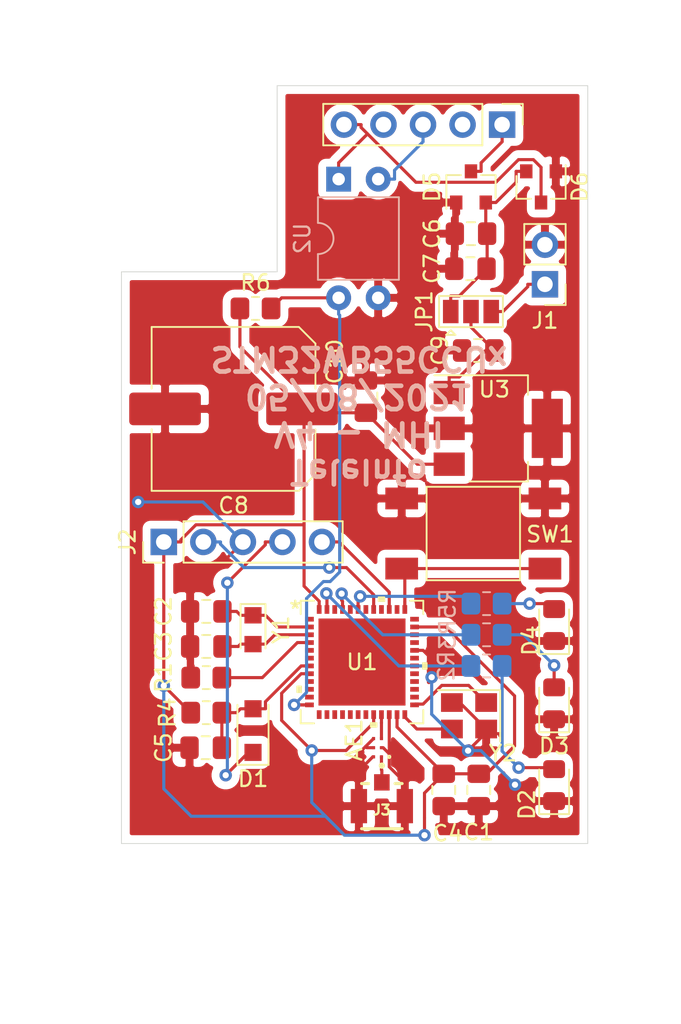
<source format=kicad_pcb>
(kicad_pcb (version 20171130) (host pcbnew "(5.1.10-1-10_14)")

  (general
    (thickness 1.6)
    (drawings 7)
    (tracks 251)
    (zones 0)
    (modules 34)
    (nets 58)
  )

  (page A4)
  (layers
    (0 F.Cu signal)
    (31 B.Cu signal)
    (32 B.Adhes user)
    (33 F.Adhes user hide)
    (34 B.Paste user)
    (35 F.Paste user)
    (36 B.SilkS user)
    (37 F.SilkS user)
    (38 B.Mask user)
    (39 F.Mask user)
    (40 Dwgs.User user hide)
    (41 Cmts.User user)
    (42 Eco1.User user)
    (43 Eco2.User user)
    (44 Edge.Cuts user)
    (45 Margin user)
    (46 B.CrtYd user)
    (47 F.CrtYd user)
    (48 B.Fab user hide)
    (49 F.Fab user hide)
  )

  (setup
    (last_trace_width 0.2)
    (user_trace_width 0.2)
    (trace_clearance 0.15)
    (zone_clearance 0.508)
    (zone_45_only no)
    (trace_min 0.2)
    (via_size 0.8)
    (via_drill 0.4)
    (via_min_size 0.4)
    (via_min_drill 0.3)
    (uvia_size 0.3)
    (uvia_drill 0.1)
    (uvias_allowed no)
    (uvia_min_size 0.2)
    (uvia_min_drill 0.1)
    (edge_width 0.05)
    (segment_width 0.2)
    (pcb_text_width 0.3)
    (pcb_text_size 1.5 1.5)
    (mod_edge_width 0.12)
    (mod_text_size 1 1)
    (mod_text_width 0.15)
    (pad_size 1.524 1.524)
    (pad_drill 0.762)
    (pad_to_mask_clearance 0)
    (aux_axis_origin 0 0)
    (grid_origin 124.9 84.7)
    (visible_elements FFFFFF7F)
    (pcbplotparams
      (layerselection 0x010fc_ffffffff)
      (usegerberextensions false)
      (usegerberattributes true)
      (usegerberadvancedattributes true)
      (creategerberjobfile true)
      (excludeedgelayer true)
      (linewidth 0.100000)
      (plotframeref false)
      (viasonmask false)
      (mode 1)
      (useauxorigin false)
      (hpglpennumber 1)
      (hpglpenspeed 20)
      (hpglpendiameter 15.000000)
      (psnegative false)
      (psa4output false)
      (plotreference true)
      (plotvalue true)
      (plotinvisibletext false)
      (padsonsilk false)
      (subtractmaskfromsilk false)
      (outputformat 1)
      (mirror false)
      (drillshape 1)
      (scaleselection 1)
      (outputdirectory ""))
  )

  (net 0 "")
  (net 1 GND)
  (net 2 "Net-(AE1-Pad3)")
  (net 3 "Net-(AE1-Pad1)")
  (net 4 +3V3)
  (net 5 "Net-(C2-Pad2)")
  (net 6 "Net-(C3-Pad1)")
  (net 7 "Net-(C5-Pad2)")
  (net 8 "Net-(C6-Pad1)")
  (net 9 "Net-(C9-Pad2)")
  (net 10 NRST)
  (net 11 "Net-(D2-Pad2)")
  (net 12 "Net-(D3-Pad2)")
  (net 13 "Net-(D4-Pad2)")
  (net 14 A)
  (net 15 I1)
  (net 16 +5V)
  (net 17 SWDIO)
  (net 18 SWCLK)
  (net 19 I2)
  (net 20 "Net-(J4-Pad4)")
  (net 21 "Net-(J4-Pad2)")
  (net 22 "Net-(R1-Pad1)")
  (net 23 "Net-(R2-Pad2)")
  (net 24 "Net-(R3-Pad2)")
  (net 25 "Net-(R5-Pad2)")
  (net 26 LINKY_DATA)
  (net 27 "Net-(SW1-Pad2)")
  (net 28 "Net-(U1-Pad49)")
  (net 29 "Net-(U1-Pad46)")
  (net 30 "Net-(U1-Pad44)")
  (net 31 "Net-(U1-Pad42)")
  (net 32 "Net-(U1-Pad40)")
  (net 33 "Net-(U1-Pad38)")
  (net 34 "Net-(U1-Pad36)")
  (net 35 "Net-(U1-Pad34)")
  (net 36 "Net-(U1-Pad33)")
  (net 37 "Net-(U1-Pad31)")
  (net 38 "Net-(U1-Pad30)")
  (net 39 "Net-(U1-Pad29)")
  (net 40 "Net-(U1-Pad28)")
  (net 41 "Net-(U1-Pad27)")
  (net 42 "Net-(U1-Pad26)")
  (net 43 "Net-(U1-Pad25)")
  (net 44 "Net-(U1-Pad24)")
  (net 45 "Net-(U1-Pad19)")
  (net 46 "Net-(U1-Pad18)")
  (net 47 "Net-(U1-Pad17)")
  (net 48 "Net-(U1-Pad16)")
  (net 49 "Net-(U1-Pad15)")
  (net 50 "Net-(U1-Pad14)")
  (net 51 "Net-(U1-Pad13)")
  (net 52 "Net-(U1-Pad11)")
  (net 53 "Net-(U1-Pad10)")
  (net 54 "Net-(U1-Pad9)")
  (net 55 "Net-(U1-Pad6)")
  (net 56 "Net-(U1-Pad5)")
  (net 57 "Net-(U1-Pad1)")

  (net_class Default "This is the default net class."
    (clearance 0.15)
    (trace_width 0.2)
    (via_dia 0.8)
    (via_drill 0.4)
    (uvia_dia 0.3)
    (uvia_drill 0.1)
    (add_net LINKY_DATA)
    (add_net NRST)
    (add_net "Net-(AE1-Pad1)")
    (add_net "Net-(AE1-Pad3)")
    (add_net "Net-(C2-Pad2)")
    (add_net "Net-(C3-Pad1)")
    (add_net "Net-(C5-Pad2)")
    (add_net "Net-(D2-Pad2)")
    (add_net "Net-(D3-Pad2)")
    (add_net "Net-(D4-Pad2)")
    (add_net "Net-(J4-Pad2)")
    (add_net "Net-(J4-Pad4)")
    (add_net "Net-(R1-Pad1)")
    (add_net "Net-(R2-Pad2)")
    (add_net "Net-(R3-Pad2)")
    (add_net "Net-(R5-Pad2)")
    (add_net "Net-(SW1-Pad2)")
    (add_net "Net-(U1-Pad1)")
    (add_net "Net-(U1-Pad10)")
    (add_net "Net-(U1-Pad11)")
    (add_net "Net-(U1-Pad13)")
    (add_net "Net-(U1-Pad14)")
    (add_net "Net-(U1-Pad15)")
    (add_net "Net-(U1-Pad16)")
    (add_net "Net-(U1-Pad17)")
    (add_net "Net-(U1-Pad18)")
    (add_net "Net-(U1-Pad19)")
    (add_net "Net-(U1-Pad24)")
    (add_net "Net-(U1-Pad25)")
    (add_net "Net-(U1-Pad26)")
    (add_net "Net-(U1-Pad27)")
    (add_net "Net-(U1-Pad28)")
    (add_net "Net-(U1-Pad29)")
    (add_net "Net-(U1-Pad30)")
    (add_net "Net-(U1-Pad31)")
    (add_net "Net-(U1-Pad33)")
    (add_net "Net-(U1-Pad34)")
    (add_net "Net-(U1-Pad36)")
    (add_net "Net-(U1-Pad38)")
    (add_net "Net-(U1-Pad40)")
    (add_net "Net-(U1-Pad42)")
    (add_net "Net-(U1-Pad44)")
    (add_net "Net-(U1-Pad46)")
    (add_net "Net-(U1-Pad49)")
    (add_net "Net-(U1-Pad5)")
    (add_net "Net-(U1-Pad6)")
    (add_net "Net-(U1-Pad9)")
    (add_net SWCLK)
    (add_net SWDIO)
  )

  (net_class Double ""
    (clearance 0.15)
    (trace_width 0.35)
    (via_dia 0.8)
    (via_drill 0.4)
    (uvia_dia 0.3)
    (uvia_drill 0.1)
    (add_net +3V3)
    (add_net +5V)
    (add_net A)
    (add_net GND)
    (add_net I1)
    (add_net I2)
    (add_net "Net-(C6-Pad1)")
    (add_net "Net-(C9-Pad2)")
  )

  (module Crystal:Crystal_SMD_TXC_7M-4Pin_3.2x2.5mm (layer F.Cu) (tedit 5A0FD1B2) (tstamp 610C99F7)
    (at 117.275 125.15 180)
    (descr "SMD Crystal TXC 7M http://www.txccrystal.com/images/pdf/7m-accuracy.pdf, 3.2x2.5mm^2 package")
    (tags "SMD SMT crystal")
    (path /612B657D)
    (attr smd)
    (fp_text reference Y2 (at -2.175 -2.4) (layer F.SilkS)
      (effects (font (size 1 1) (thickness 0.15)))
    )
    (fp_text value Crystal_GND24 (at 0 3.05) (layer F.Fab)
      (effects (font (size 1 1) (thickness 0.15)))
    )
    (fp_text user %R (at 0 0) (layer F.Fab)
      (effects (font (size 0.7 0.7) (thickness 0.105)))
    )
    (fp_line (start -1.6 -1.25) (end -1.6 1.25) (layer F.Fab) (width 0.1))
    (fp_line (start -1.6 1.25) (end 1.6 1.25) (layer F.Fab) (width 0.1))
    (fp_line (start 1.6 1.25) (end 1.6 -1.25) (layer F.Fab) (width 0.1))
    (fp_line (start 1.6 -1.25) (end -1.6 -1.25) (layer F.Fab) (width 0.1))
    (fp_line (start -1.6 0.25) (end -0.6 1.25) (layer F.Fab) (width 0.1))
    (fp_line (start -2 -1.65) (end -2 1.65) (layer F.SilkS) (width 0.12))
    (fp_line (start -2 1.65) (end 2 1.65) (layer F.SilkS) (width 0.12))
    (fp_line (start -2.1 -1.7) (end -2.1 1.7) (layer F.CrtYd) (width 0.05))
    (fp_line (start -2.1 1.7) (end 2.1 1.7) (layer F.CrtYd) (width 0.05))
    (fp_line (start 2.1 1.7) (end 2.1 -1.7) (layer F.CrtYd) (width 0.05))
    (fp_line (start 2.1 -1.7) (end -2.1 -1.7) (layer F.CrtYd) (width 0.05))
    (pad 4 smd rect (at -1.1 -0.85 180) (size 1.4 1.2) (layers F.Cu F.Paste F.Mask)
      (net 1 GND))
    (pad 3 smd rect (at 1.1 -0.85 180) (size 1.4 1.2) (layers F.Cu F.Paste F.Mask)
      (net 44 "Net-(U1-Pad24)"))
    (pad 2 smd rect (at 1.1 0.85 180) (size 1.4 1.2) (layers F.Cu F.Paste F.Mask)
      (net 1 GND))
    (pad 1 smd rect (at -1.1 0.85 180) (size 1.4 1.2) (layers F.Cu F.Paste F.Mask)
      (net 43 "Net-(U1-Pad25)"))
    (model ${KISYS3DMOD}/Crystal.3dshapes/Crystal_SMD_TXC_7M-4Pin_3.2x2.5mm.wrl
      (at (xyz 0 0 0))
      (scale (xyz 1 1 1))
      (rotate (xyz 0 0 0))
    )
  )

  (module Resistor_SMD:R_0805_2012Metric_Pad1.20x1.40mm_HandSolder (layer B.Cu) (tedit 5F68FEEE) (tstamp 610C0FE5)
    (at 118.4 121.95 180)
    (descr "Resistor SMD 0805 (2012 Metric), square (rectangular) end terminal, IPC_7351 nominal with elongated pad for handsoldering. (Body size source: IPC-SM-782 page 72, https://www.pcb-3d.com/wordpress/wp-content/uploads/ipc-sm-782a_amendment_1_and_2.pdf), generated with kicad-footprint-generator")
    (tags "resistor handsolder")
    (path /610D9B8A)
    (attr smd)
    (fp_text reference R2 (at 2.584999 -0.014999 -90) (layer B.SilkS)
      (effects (font (size 1 1) (thickness 0.15)) (justify mirror))
    )
    (fp_text value R750 (at 0 -1.65) (layer B.Fab)
      (effects (font (size 1 1) (thickness 0.15)) (justify mirror))
    )
    (fp_line (start 1.85 -0.95) (end -1.85 -0.95) (layer B.CrtYd) (width 0.05))
    (fp_line (start 1.85 0.95) (end 1.85 -0.95) (layer B.CrtYd) (width 0.05))
    (fp_line (start -1.85 0.95) (end 1.85 0.95) (layer B.CrtYd) (width 0.05))
    (fp_line (start -1.85 -0.95) (end -1.85 0.95) (layer B.CrtYd) (width 0.05))
    (fp_line (start -0.227064 -0.735) (end 0.227064 -0.735) (layer B.SilkS) (width 0.12))
    (fp_line (start -0.227064 0.735) (end 0.227064 0.735) (layer B.SilkS) (width 0.12))
    (fp_line (start 1 -0.625) (end -1 -0.625) (layer B.Fab) (width 0.1))
    (fp_line (start 1 0.625) (end 1 -0.625) (layer B.Fab) (width 0.1))
    (fp_line (start -1 0.625) (end 1 0.625) (layer B.Fab) (width 0.1))
    (fp_line (start -1 -0.625) (end -1 0.625) (layer B.Fab) (width 0.1))
    (fp_text user %R (at 0 0) (layer B.Fab)
      (effects (font (size 0.5 0.5) (thickness 0.08)) (justify mirror))
    )
    (pad 2 smd roundrect (at 1 0 180) (size 1.2 1.4) (layers B.Cu B.Paste B.Mask) (roundrect_rratio 0.208333)
      (net 23 "Net-(R2-Pad2)"))
    (pad 1 smd roundrect (at -1 0 180) (size 1.2 1.4) (layers B.Cu B.Paste B.Mask) (roundrect_rratio 0.208333)
      (net 11 "Net-(D2-Pad2)"))
    (model ${KISYS3DMOD}/Resistor_SMD.3dshapes/R_0805_2012Metric.wrl
      (at (xyz 0 0 0))
      (scale (xyz 1 1 1))
      (rotate (xyz 0 0 0))
    )
  )

  (module Capacitor_SMD:C_Elec_10x10.2 (layer F.Cu) (tedit 5BC8D926) (tstamp 610C4E7E)
    (at 102.15 105.45 180)
    (descr "SMD capacitor, aluminum electrolytic nonpolar, 10.0x10.2mm")
    (tags "capacitor electrolyic nonpolar")
    (path /61175FF4)
    (attr smd)
    (fp_text reference C8 (at 0 -6.2) (layer F.SilkS)
      (effects (font (size 1 1) (thickness 0.15)))
    )
    (fp_text value 470mF (at 0 6.2) (layer F.Fab)
      (effects (font (size 1 1) (thickness 0.15)))
    )
    (fp_text user %R (at 0 0) (layer F.Fab)
      (effects (font (size 1 1) (thickness 0.15)))
    )
    (fp_circle (center 0 0) (end 5 0) (layer F.Fab) (width 0.1))
    (fp_line (start 5.15 -5.15) (end 5.15 5.15) (layer F.Fab) (width 0.1))
    (fp_line (start -4.15 -5.15) (end 5.15 -5.15) (layer F.Fab) (width 0.1))
    (fp_line (start -4.15 5.15) (end 5.15 5.15) (layer F.Fab) (width 0.1))
    (fp_line (start -5.15 -4.15) (end -5.15 4.15) (layer F.Fab) (width 0.1))
    (fp_line (start -5.15 -4.15) (end -4.15 -5.15) (layer F.Fab) (width 0.1))
    (fp_line (start -5.15 4.15) (end -4.15 5.15) (layer F.Fab) (width 0.1))
    (fp_line (start 5.26 5.26) (end 5.26 1.31) (layer F.SilkS) (width 0.12))
    (fp_line (start 5.26 -5.26) (end 5.26 -1.31) (layer F.SilkS) (width 0.12))
    (fp_line (start -4.195563 -5.26) (end 5.26 -5.26) (layer F.SilkS) (width 0.12))
    (fp_line (start -4.195563 5.26) (end 5.26 5.26) (layer F.SilkS) (width 0.12))
    (fp_line (start -5.26 4.195563) (end -5.26 1.31) (layer F.SilkS) (width 0.12))
    (fp_line (start -5.26 -4.195563) (end -5.26 -1.31) (layer F.SilkS) (width 0.12))
    (fp_line (start -5.26 -4.195563) (end -4.195563 -5.26) (layer F.SilkS) (width 0.12))
    (fp_line (start -5.26 4.195563) (end -4.195563 5.26) (layer F.SilkS) (width 0.12))
    (fp_line (start 5.4 -5.4) (end 5.4 -1.3) (layer F.CrtYd) (width 0.05))
    (fp_line (start 5.4 -1.3) (end 6.95 -1.3) (layer F.CrtYd) (width 0.05))
    (fp_line (start 6.95 -1.3) (end 6.95 1.3) (layer F.CrtYd) (width 0.05))
    (fp_line (start 6.95 1.3) (end 5.4 1.3) (layer F.CrtYd) (width 0.05))
    (fp_line (start 5.4 1.3) (end 5.4 5.4) (layer F.CrtYd) (width 0.05))
    (fp_line (start -4.25 5.4) (end 5.4 5.4) (layer F.CrtYd) (width 0.05))
    (fp_line (start -4.25 -5.4) (end 5.4 -5.4) (layer F.CrtYd) (width 0.05))
    (fp_line (start -5.4 4.25) (end -4.25 5.4) (layer F.CrtYd) (width 0.05))
    (fp_line (start -5.4 -4.25) (end -4.25 -5.4) (layer F.CrtYd) (width 0.05))
    (fp_line (start -5.4 -4.25) (end -5.4 -1.3) (layer F.CrtYd) (width 0.05))
    (fp_line (start -5.4 1.3) (end -5.4 4.25) (layer F.CrtYd) (width 0.05))
    (fp_line (start -5.4 -1.3) (end -6.95 -1.3) (layer F.CrtYd) (width 0.05))
    (fp_line (start -6.95 -1.3) (end -6.95 1.3) (layer F.CrtYd) (width 0.05))
    (fp_line (start -6.95 1.3) (end -5.4 1.3) (layer F.CrtYd) (width 0.05))
    (pad 2 smd roundrect (at 4.4 0 180) (size 4.6 2.1) (layers F.Cu F.Paste F.Mask) (roundrect_rratio 0.119048)
      (net 1 GND))
    (pad 1 smd roundrect (at -4.4 0 180) (size 4.6 2.1) (layers F.Cu F.Paste F.Mask) (roundrect_rratio 0.119048)
      (net 4 +3V3))
    (model ${KISYS3DMOD}/Capacitor_SMD.3dshapes/C_Elec_10x10.2.wrl
      (at (xyz 0 0 0))
      (scale (xyz 1 1 1))
      (rotate (xyz 0 0 0))
    )
  )

  (module Crystal:Crystal_SMD_TXC_9HT11-2Pin_2.0x1.2mm_HandSoldering (layer F.Cu) (tedit 5A0FD1B2) (tstamp 610C1211)
    (at 103.4 119.625 270)
    (descr "SMD Crystal TXC 9HT11 http://txccrystal.com/images/pdf/9ht11.pdf, hand-soldering, 2.0x1.2mm^2 package")
    (tags "SMD SMT crystal hand-soldering")
    (path /610F46CD)
    (attr smd)
    (fp_text reference Y1 (at 0 -1.8 90) (layer F.SilkS)
      (effects (font (size 1 1) (thickness 0.15)))
    )
    (fp_text value "32.768 KHz" (at 0 1.8 90) (layer F.Fab)
      (effects (font (size 1 1) (thickness 0.15)))
    )
    (fp_circle (center 0 0) (end 0.046667 0) (layer F.Adhes) (width 0.093333))
    (fp_circle (center 0 0) (end 0.106667 0) (layer F.Adhes) (width 0.066667))
    (fp_circle (center 0 0) (end 0.166667 0) (layer F.Adhes) (width 0.066667))
    (fp_circle (center 0 0) (end 0.2 0) (layer F.Adhes) (width 0.1))
    (fp_line (start 1.7 -0.9) (end -1.7 -0.9) (layer F.CrtYd) (width 0.05))
    (fp_line (start 1.7 0.9) (end 1.7 -0.9) (layer F.CrtYd) (width 0.05))
    (fp_line (start -1.7 0.9) (end 1.7 0.9) (layer F.CrtYd) (width 0.05))
    (fp_line (start -1.7 -0.9) (end -1.7 0.9) (layer F.CrtYd) (width 0.05))
    (fp_line (start -1.65 0.8) (end 1.2 0.8) (layer F.SilkS) (width 0.12))
    (fp_line (start -1.65 -0.8) (end -1.65 0.8) (layer F.SilkS) (width 0.12))
    (fp_line (start 1.2 -0.8) (end -1.65 -0.8) (layer F.SilkS) (width 0.12))
    (fp_line (start -1 0.1) (end -0.5 0.6) (layer F.Fab) (width 0.1))
    (fp_line (start 1 -0.6) (end -1 -0.6) (layer F.Fab) (width 0.1))
    (fp_line (start 1 0.6) (end 1 -0.6) (layer F.Fab) (width 0.1))
    (fp_line (start -1 0.6) (end 1 0.6) (layer F.Fab) (width 0.1))
    (fp_line (start -1 -0.6) (end -1 0.6) (layer F.Fab) (width 0.1))
    (fp_text user %R (at 0 0 90) (layer F.Fab)
      (effects (font (size 0.5 0.5) (thickness 0.075)))
    )
    (pad 2 smd rect (at 0.925 0 270) (size 1.05 1.1) (layers F.Cu F.Paste F.Mask)
      (net 6 "Net-(C3-Pad1)"))
    (pad 1 smd rect (at -0.925 0 270) (size 1.05 1.1) (layers F.Cu F.Paste F.Mask)
      (net 5 "Net-(C2-Pad2)"))
    (model ${KISYS3DMOD}/Crystal.3dshapes/Crystal_SMD_TXC_9HT11-2Pin_2.0x1.2mm_HandSoldering.wrl
      (at (xyz 0 0 0))
      (scale (xyz 1 1 1))
      (rotate (xyz 0 0 0))
    )
  )

  (module Package_TO_SOT_SMD:SOT-223-3_TabPin2 (layer F.Cu) (tedit 5A02FF57) (tstamp 610C11FA)
    (at 119.15 106.7)
    (descr "module CMS SOT223 4 pins")
    (tags "CMS SOT")
    (path /6114CAA5)
    (attr smd)
    (fp_text reference U3 (at -0.25 -2.5) (layer F.SilkS)
      (effects (font (size 1 1) (thickness 0.15)))
    )
    (fp_text value LM2937xMP (at 0 4.5) (layer F.Fab)
      (effects (font (size 1 1) (thickness 0.15)))
    )
    (fp_line (start 1.85 -3.35) (end 1.85 3.35) (layer F.Fab) (width 0.1))
    (fp_line (start -1.85 3.35) (end 1.85 3.35) (layer F.Fab) (width 0.1))
    (fp_line (start -4.1 -3.41) (end 1.91 -3.41) (layer F.SilkS) (width 0.12))
    (fp_line (start -0.85 -3.35) (end 1.85 -3.35) (layer F.Fab) (width 0.1))
    (fp_line (start -1.85 3.41) (end 1.91 3.41) (layer F.SilkS) (width 0.12))
    (fp_line (start -1.85 -2.35) (end -1.85 3.35) (layer F.Fab) (width 0.1))
    (fp_line (start -1.85 -2.35) (end -0.85 -3.35) (layer F.Fab) (width 0.1))
    (fp_line (start -4.4 -3.6) (end -4.4 3.6) (layer F.CrtYd) (width 0.05))
    (fp_line (start -4.4 3.6) (end 4.4 3.6) (layer F.CrtYd) (width 0.05))
    (fp_line (start 4.4 3.6) (end 4.4 -3.6) (layer F.CrtYd) (width 0.05))
    (fp_line (start 4.4 -3.6) (end -4.4 -3.6) (layer F.CrtYd) (width 0.05))
    (fp_line (start 1.91 -3.41) (end 1.91 -2.15) (layer F.SilkS) (width 0.12))
    (fp_line (start 1.91 3.41) (end 1.91 2.15) (layer F.SilkS) (width 0.12))
    (fp_text user %R (at 0 0 90) (layer F.Fab)
      (effects (font (size 0.8 0.8) (thickness 0.12)))
    )
    (pad 1 smd rect (at -3.15 -2.3) (size 2 1.5) (layers F.Cu F.Paste F.Mask)
      (net 9 "Net-(C9-Pad2)"))
    (pad 3 smd rect (at -3.15 2.3) (size 2 1.5) (layers F.Cu F.Paste F.Mask)
      (net 4 +3V3))
    (pad 2 smd rect (at -3.15 0) (size 2 1.5) (layers F.Cu F.Paste F.Mask)
      (net 1 GND))
    (pad 2 smd rect (at 3.15 0) (size 2 3.8) (layers F.Cu F.Paste F.Mask)
      (net 1 GND))
    (model ${KISYS3DMOD}/Package_TO_SOT_SMD.3dshapes/SOT-223.wrl
      (at (xyz 0 0 0))
      (scale (xyz 1 1 1))
      (rotate (xyz 0 0 0))
    )
  )

  (module Package_DIP:DIP-4_W7.62mm (layer B.Cu) (tedit 5A02E8C5) (tstamp 610C11E4)
    (at 108.9 90.7 270)
    (descr "4-lead though-hole mounted DIP package, row spacing 7.62 mm (300 mils)")
    (tags "THT DIP DIL PDIP 2.54mm 7.62mm 300mil")
    (path /611974CD)
    (fp_text reference U2 (at 3.81 2.33 90) (layer B.SilkS)
      (effects (font (size 1 1) (thickness 0.15)) (justify mirror))
    )
    (fp_text value SFH620A-1 (at 3.81 -4.87 90) (layer B.Fab)
      (effects (font (size 1 1) (thickness 0.15)) (justify mirror))
    )
    (fp_line (start 8.7 1.55) (end -1.1 1.55) (layer B.CrtYd) (width 0.05))
    (fp_line (start 8.7 -4.1) (end 8.7 1.55) (layer B.CrtYd) (width 0.05))
    (fp_line (start -1.1 -4.1) (end 8.7 -4.1) (layer B.CrtYd) (width 0.05))
    (fp_line (start -1.1 1.55) (end -1.1 -4.1) (layer B.CrtYd) (width 0.05))
    (fp_line (start 6.46 1.33) (end 4.81 1.33) (layer B.SilkS) (width 0.12))
    (fp_line (start 6.46 -3.87) (end 6.46 1.33) (layer B.SilkS) (width 0.12))
    (fp_line (start 1.16 -3.87) (end 6.46 -3.87) (layer B.SilkS) (width 0.12))
    (fp_line (start 1.16 1.33) (end 1.16 -3.87) (layer B.SilkS) (width 0.12))
    (fp_line (start 2.81 1.33) (end 1.16 1.33) (layer B.SilkS) (width 0.12))
    (fp_line (start 0.635 0.27) (end 1.635 1.27) (layer B.Fab) (width 0.1))
    (fp_line (start 0.635 -3.81) (end 0.635 0.27) (layer B.Fab) (width 0.1))
    (fp_line (start 6.985 -3.81) (end 0.635 -3.81) (layer B.Fab) (width 0.1))
    (fp_line (start 6.985 1.27) (end 6.985 -3.81) (layer B.Fab) (width 0.1))
    (fp_line (start 1.635 1.27) (end 6.985 1.27) (layer B.Fab) (width 0.1))
    (fp_text user %R (at 3.81 -1.27 90) (layer B.Fab)
      (effects (font (size 1 1) (thickness 0.15)) (justify mirror))
    )
    (fp_arc (start 3.81 1.33) (end 2.81 1.33) (angle 180) (layer B.SilkS) (width 0.12))
    (pad 4 thru_hole oval (at 7.62 0 270) (size 1.6 1.6) (drill 0.8) (layers *.Cu *.Mask)
      (net 26 LINKY_DATA))
    (pad 2 thru_hole oval (at 0 -2.54 270) (size 1.6 1.6) (drill 0.8) (layers *.Cu *.Mask)
      (net 19 I2))
    (pad 3 thru_hole oval (at 7.62 -2.54 270) (size 1.6 1.6) (drill 0.8) (layers *.Cu *.Mask)
      (net 1 GND))
    (pad 1 thru_hole rect (at 0 0 270) (size 1.6 1.6) (drill 0.8) (layers *.Cu *.Mask)
      (net 15 I1))
    (model ${KISYS3DMOD}/Package_DIP.3dshapes/DIP-4_W7.62mm.wrl
      (at (xyz 0 0 0))
      (scale (xyz 1 1 1))
      (rotate (xyz 0 0 0))
    )
  )

  (module STM32:STM32WB55CCU6 (layer F.Cu) (tedit 0) (tstamp 610C11CC)
    (at 110.4 121.7)
    (path /610AD110)
    (fp_text reference U1 (at 0 0) (layer F.SilkS)
      (effects (font (size 1 1) (thickness 0.15)))
    )
    (fp_text value STM32WB55CCUx (at 0 0) (layer F.SilkS) hide
      (effects (font (size 1 1) (thickness 0.15)))
    )
    (fp_circle (center -4.733899 -2.750693) (end -4.657699 -2.750693) (layer F.CrtYd) (width 0.05))
    (fp_line (start -3.258693 3.81) (end -3.81 3.81) (layer F.CrtYd) (width 0.05))
    (fp_line (start -3.258693 3.781399) (end -3.258693 3.81) (layer F.CrtYd) (width 0.05))
    (fp_line (start 3.258693 3.781399) (end -3.258693 3.781399) (layer F.CrtYd) (width 0.05))
    (fp_line (start 3.258693 3.81) (end 3.258693 3.781399) (layer F.CrtYd) (width 0.05))
    (fp_line (start 3.81 3.81) (end 3.258693 3.81) (layer F.CrtYd) (width 0.05))
    (fp_line (start 3.81 3.258693) (end 3.81 3.81) (layer F.CrtYd) (width 0.05))
    (fp_line (start 3.781399 3.258693) (end 3.81 3.258693) (layer F.CrtYd) (width 0.05))
    (fp_line (start 3.781399 -3.258693) (end 3.781399 3.258693) (layer F.CrtYd) (width 0.05))
    (fp_line (start 3.81 -3.258693) (end 3.781399 -3.258693) (layer F.CrtYd) (width 0.05))
    (fp_line (start 3.81 -3.81) (end 3.81 -3.258693) (layer F.CrtYd) (width 0.05))
    (fp_line (start 3.258693 -3.81) (end 3.81 -3.81) (layer F.CrtYd) (width 0.05))
    (fp_line (start 3.258693 -3.781399) (end 3.258693 -3.81) (layer F.CrtYd) (width 0.05))
    (fp_line (start -3.258693 -3.781399) (end 3.258693 -3.781399) (layer F.CrtYd) (width 0.05))
    (fp_line (start -3.258693 -3.81) (end -3.258693 -3.781399) (layer F.CrtYd) (width 0.05))
    (fp_line (start -3.81 -3.81) (end -3.258693 -3.81) (layer F.CrtYd) (width 0.05))
    (fp_line (start -3.81 -3.258693) (end -3.81 -3.81) (layer F.CrtYd) (width 0.05))
    (fp_line (start -3.781399 -3.258693) (end -3.81 -3.258693) (layer F.CrtYd) (width 0.05))
    (fp_line (start -3.781399 3.258693) (end -3.781399 -3.258693) (layer F.CrtYd) (width 0.05))
    (fp_line (start -3.81 3.258693) (end -3.781399 3.258693) (layer F.CrtYd) (width 0.05))
    (fp_line (start -3.81 3.81) (end -3.81 3.258693) (layer F.CrtYd) (width 0.05))
    (fp_poly (pts (xy 1.497 1.497) (xy 1.497 2.694) (xy 2.694 2.694) (xy 2.694 1.497)) (layer F.Paste) (width 0.1))
    (fp_poly (pts (xy 1.497 0.1) (xy 1.497 1.297) (xy 2.694 1.297) (xy 2.694 0.1)) (layer F.Paste) (width 0.1))
    (fp_poly (pts (xy 1.497 -1.297) (xy 1.497 -0.1) (xy 2.694 -0.1) (xy 2.694 -1.297)) (layer F.Paste) (width 0.1))
    (fp_poly (pts (xy 1.497 -2.694) (xy 1.497 -1.497) (xy 2.694 -1.497) (xy 2.694 -2.694)) (layer F.Paste) (width 0.1))
    (fp_poly (pts (xy 0.1 1.497) (xy 0.1 2.694) (xy 1.297 2.694) (xy 1.297 1.497)) (layer F.Paste) (width 0.1))
    (fp_poly (pts (xy 0.1 0.1) (xy 0.1 1.297) (xy 1.297 1.297) (xy 1.297 0.1)) (layer F.Paste) (width 0.1))
    (fp_poly (pts (xy 0.1 -1.297) (xy 0.1 -0.1) (xy 1.297 -0.1) (xy 1.297 -1.297)) (layer F.Paste) (width 0.1))
    (fp_poly (pts (xy 0.1 -2.694) (xy 0.1 -1.497) (xy 1.297 -1.497) (xy 1.297 -2.694)) (layer F.Paste) (width 0.1))
    (fp_poly (pts (xy -1.297 1.497) (xy -1.297 2.694) (xy -0.1 2.694) (xy -0.1 1.497)) (layer F.Paste) (width 0.1))
    (fp_poly (pts (xy -1.297 0.1) (xy -1.297 1.297) (xy -0.1 1.297) (xy -0.1 0.1)) (layer F.Paste) (width 0.1))
    (fp_poly (pts (xy -1.297 -1.297) (xy -1.297 -0.1) (xy -0.1 -0.1) (xy -0.1 -1.297)) (layer F.Paste) (width 0.1))
    (fp_poly (pts (xy -1.297 -2.694) (xy -1.297 -1.497) (xy -0.1 -1.497) (xy -0.1 -2.694)) (layer F.Paste) (width 0.1))
    (fp_poly (pts (xy -2.694 1.497) (xy -2.694 2.694) (xy -1.497 2.694) (xy -1.497 1.497)) (layer F.Paste) (width 0.1))
    (fp_poly (pts (xy -2.694 0.1) (xy -2.694 1.297) (xy -1.497 1.297) (xy -1.497 0.1)) (layer F.Paste) (width 0.1))
    (fp_poly (pts (xy -2.694 -1.297) (xy -2.694 -0.1) (xy -1.497 -0.1) (xy -1.497 -1.297)) (layer F.Paste) (width 0.1))
    (fp_poly (pts (xy -2.694 -2.694) (xy -2.694 -1.497) (xy -1.497 -1.497) (xy -1.497 -2.694)) (layer F.Paste) (width 0.1))
    (fp_poly (pts (xy -2.903093 -3.6544) (xy -2.903093 -3.0956) (xy -2.598293 -3.0956) (xy -2.598293 -3.6544)) (layer F.Mask) (width 0.1))
    (fp_poly (pts (xy -2.402967 -3.6544) (xy -2.402967 -3.0956) (xy -2.098167 -3.0956) (xy -2.098167 -3.6544)) (layer F.Mask) (width 0.1))
    (fp_poly (pts (xy -1.902841 -3.6544) (xy -1.902841 -3.0956) (xy -1.598041 -3.0956) (xy -1.598041 -3.6544)) (layer F.Mask) (width 0.1))
    (fp_poly (pts (xy -1.402715 -3.6544) (xy -1.402715 -3.0956) (xy -1.097915 -3.0956) (xy -1.097915 -3.6544)) (layer F.Mask) (width 0.1))
    (fp_poly (pts (xy -0.902589 -3.6544) (xy -0.902589 -3.0956) (xy -0.597789 -3.0956) (xy -0.597789 -3.6544)) (layer F.Mask) (width 0.1))
    (fp_poly (pts (xy -0.402463 -3.6544) (xy -0.402463 -3.0956) (xy -0.097663 -3.0956) (xy -0.097663 -3.6544)) (layer F.Mask) (width 0.1))
    (fp_poly (pts (xy 0.097663 -3.6544) (xy 0.097663 -3.0956) (xy 0.402463 -3.0956) (xy 0.402463 -3.6544)) (layer F.Mask) (width 0.1))
    (fp_poly (pts (xy 0.597789 -3.6544) (xy 0.597789 -3.0956) (xy 0.902589 -3.0956) (xy 0.902589 -3.6544)) (layer F.Mask) (width 0.1))
    (fp_poly (pts (xy 1.097915 -3.6544) (xy 1.097915 -3.0956) (xy 1.402715 -3.0956) (xy 1.402715 -3.6544)) (layer F.Mask) (width 0.1))
    (fp_poly (pts (xy 1.598041 -3.6544) (xy 1.598041 -3.0956) (xy 1.902841 -3.0956) (xy 1.902841 -3.6544)) (layer F.Mask) (width 0.1))
    (fp_poly (pts (xy 2.098167 -3.6544) (xy 2.098167 -3.0956) (xy 2.402967 -3.0956) (xy 2.402967 -3.6544)) (layer F.Mask) (width 0.1))
    (fp_poly (pts (xy 2.598293 -3.6544) (xy 2.598293 -3.0956) (xy 2.903093 -3.0956) (xy 2.903093 -3.6544)) (layer F.Mask) (width 0.1))
    (fp_poly (pts (xy 3.0956 -2.903093) (xy 3.0956 -2.598293) (xy 3.6544 -2.598293) (xy 3.6544 -2.903093)) (layer F.Mask) (width 0.1))
    (fp_poly (pts (xy 3.0956 -2.402967) (xy 3.0956 -2.098167) (xy 3.6544 -2.098167) (xy 3.6544 -2.402967)) (layer F.Mask) (width 0.1))
    (fp_poly (pts (xy 3.0956 -1.902841) (xy 3.0956 -1.598041) (xy 3.6544 -1.598041) (xy 3.6544 -1.902841)) (layer F.Mask) (width 0.1))
    (fp_poly (pts (xy 3.0956 -1.402715) (xy 3.0956 -1.097915) (xy 3.6544 -1.097915) (xy 3.6544 -1.402715)) (layer F.Mask) (width 0.1))
    (fp_poly (pts (xy 3.0956 -0.902589) (xy 3.0956 -0.597789) (xy 3.6544 -0.597789) (xy 3.6544 -0.902589)) (layer F.Mask) (width 0.1))
    (fp_poly (pts (xy 3.0956 -0.402463) (xy 3.0956 -0.097663) (xy 3.6544 -0.097663) (xy 3.6544 -0.402463)) (layer F.Mask) (width 0.1))
    (fp_poly (pts (xy 3.0956 0.097663) (xy 3.0956 0.402463) (xy 3.6544 0.402463) (xy 3.6544 0.097663)) (layer F.Mask) (width 0.1))
    (fp_poly (pts (xy 3.0956 0.597789) (xy 3.0956 0.902589) (xy 3.6544 0.902589) (xy 3.6544 0.597789)) (layer F.Mask) (width 0.1))
    (fp_poly (pts (xy 3.0956 1.097915) (xy 3.0956 1.402715) (xy 3.6544 1.402715) (xy 3.6544 1.097915)) (layer F.Mask) (width 0.1))
    (fp_poly (pts (xy 3.0956 1.598041) (xy 3.0956 1.902841) (xy 3.6544 1.902841) (xy 3.6544 1.598041)) (layer F.Mask) (width 0.1))
    (fp_poly (pts (xy 3.0956 2.098167) (xy 3.0956 2.402967) (xy 3.6544 2.402967) (xy 3.6544 2.098167)) (layer F.Mask) (width 0.1))
    (fp_poly (pts (xy 3.0956 2.598293) (xy 3.0956 2.903093) (xy 3.6544 2.903093) (xy 3.6544 2.598293)) (layer F.Mask) (width 0.1))
    (fp_poly (pts (xy 2.598293 3.0956) (xy 2.598293 3.6544) (xy 2.903093 3.6544) (xy 2.903093 3.0956)) (layer F.Mask) (width 0.1))
    (fp_poly (pts (xy 2.098167 3.0956) (xy 2.098167 3.6544) (xy 2.402967 3.6544) (xy 2.402967 3.0956)) (layer F.Mask) (width 0.1))
    (fp_poly (pts (xy 1.598041 3.0956) (xy 1.598041 3.6544) (xy 1.902841 3.6544) (xy 1.902841 3.0956)) (layer F.Mask) (width 0.1))
    (fp_poly (pts (xy 1.097915 3.0956) (xy 1.097915 3.6544) (xy 1.402715 3.6544) (xy 1.402715 3.0956)) (layer F.Mask) (width 0.1))
    (fp_poly (pts (xy 0.597789 3.0956) (xy 0.597789 3.6544) (xy 0.902589 3.6544) (xy 0.902589 3.0956)) (layer F.Mask) (width 0.1))
    (fp_poly (pts (xy 0.097663 3.0956) (xy 0.097663 3.6544) (xy 0.402463 3.6544) (xy 0.402463 3.0956)) (layer F.Mask) (width 0.1))
    (fp_poly (pts (xy -0.402463 3.0956) (xy -0.402463 3.6544) (xy -0.097663 3.6544) (xy -0.097663 3.0956)) (layer F.Mask) (width 0.1))
    (fp_poly (pts (xy -0.902589 3.0956) (xy -0.902589 3.6544) (xy -0.597789 3.6544) (xy -0.597789 3.0956)) (layer F.Mask) (width 0.1))
    (fp_poly (pts (xy -1.402715 3.0956) (xy -1.402715 3.6544) (xy -1.097915 3.6544) (xy -1.097915 3.0956)) (layer F.Mask) (width 0.1))
    (fp_poly (pts (xy -1.902841 3.0956) (xy -1.902841 3.6544) (xy -1.598041 3.6544) (xy -1.598041 3.0956)) (layer F.Mask) (width 0.1))
    (fp_poly (pts (xy -2.402967 3.0956) (xy -2.402967 3.6544) (xy -2.098167 3.6544) (xy -2.098167 3.0956)) (layer F.Mask) (width 0.1))
    (fp_poly (pts (xy -2.903093 3.0956) (xy -2.903093 3.6544) (xy -2.598293 3.6544) (xy -2.598293 3.0956)) (layer F.Mask) (width 0.1))
    (fp_poly (pts (xy -3.6544 2.598293) (xy -3.6544 2.903093) (xy -3.0956 2.903093) (xy -3.0956 2.598293)) (layer F.Mask) (width 0.1))
    (fp_poly (pts (xy -3.6544 2.098167) (xy -3.6544 2.402967) (xy -3.0956 2.402967) (xy -3.0956 2.098167)) (layer F.Mask) (width 0.1))
    (fp_poly (pts (xy -3.6544 1.598041) (xy -3.6544 1.902841) (xy -3.0956 1.902841) (xy -3.0956 1.598041)) (layer F.Mask) (width 0.1))
    (fp_poly (pts (xy -3.6544 1.097915) (xy -3.6544 1.402715) (xy -3.0956 1.402715) (xy -3.0956 1.097915)) (layer F.Mask) (width 0.1))
    (fp_poly (pts (xy -3.6544 0.597789) (xy -3.6544 0.902589) (xy -3.0956 0.902589) (xy -3.0956 0.597789)) (layer F.Mask) (width 0.1))
    (fp_poly (pts (xy -3.6544 0.097663) (xy -3.6544 0.402463) (xy -3.0956 0.402463) (xy -3.0956 0.097663)) (layer F.Mask) (width 0.1))
    (fp_poly (pts (xy -3.6544 -0.402463) (xy -3.6544 -0.097663) (xy -3.0956 -0.097663) (xy -3.0956 -0.402463)) (layer F.Mask) (width 0.1))
    (fp_poly (pts (xy -3.6544 -0.902589) (xy -3.6544 -0.597789) (xy -3.0956 -0.597789) (xy -3.0956 -0.902589)) (layer F.Mask) (width 0.1))
    (fp_poly (pts (xy -3.6544 -1.402715) (xy -3.6544 -1.097915) (xy -3.0956 -1.097915) (xy -3.0956 -1.402715)) (layer F.Mask) (width 0.1))
    (fp_poly (pts (xy -3.6544 -1.902841) (xy -3.6544 -1.598041) (xy -3.0956 -1.598041) (xy -3.0956 -1.902841)) (layer F.Mask) (width 0.1))
    (fp_poly (pts (xy -3.6544 -2.402967) (xy -3.6544 -2.098167) (xy -3.0956 -2.098167) (xy -3.0956 -2.402967)) (layer F.Mask) (width 0.1))
    (fp_poly (pts (xy -3.6544 -2.903093) (xy -3.6544 -2.598293) (xy -3.0956 -2.598293) (xy -3.0956 -2.903093)) (layer F.Mask) (width 0.1))
    (fp_poly (pts (xy -2.903093 -3.6544) (xy -2.903093 -3.0956) (xy -2.598293 -3.0956) (xy -2.598293 -3.6544)) (layer F.Paste) (width 0.1))
    (fp_poly (pts (xy -2.402967 -3.6544) (xy -2.402967 -3.0956) (xy -2.098167 -3.0956) (xy -2.098167 -3.6544)) (layer F.Paste) (width 0.1))
    (fp_poly (pts (xy -1.902841 -3.6544) (xy -1.902841 -3.0956) (xy -1.598041 -3.0956) (xy -1.598041 -3.6544)) (layer F.Paste) (width 0.1))
    (fp_poly (pts (xy -1.402715 -3.6544) (xy -1.402715 -3.0956) (xy -1.097915 -3.0956) (xy -1.097915 -3.6544)) (layer F.Paste) (width 0.1))
    (fp_poly (pts (xy -0.902589 -3.6544) (xy -0.902589 -3.0956) (xy -0.597789 -3.0956) (xy -0.597789 -3.6544)) (layer F.Paste) (width 0.1))
    (fp_poly (pts (xy -0.402463 -3.6544) (xy -0.402463 -3.0956) (xy -0.097663 -3.0956) (xy -0.097663 -3.6544)) (layer F.Paste) (width 0.1))
    (fp_poly (pts (xy 0.097663 -3.6544) (xy 0.097663 -3.0956) (xy 0.402463 -3.0956) (xy 0.402463 -3.6544)) (layer F.Paste) (width 0.1))
    (fp_poly (pts (xy 0.597789 -3.6544) (xy 0.597789 -3.0956) (xy 0.902589 -3.0956) (xy 0.902589 -3.6544)) (layer F.Paste) (width 0.1))
    (fp_poly (pts (xy 1.097915 -3.6544) (xy 1.097915 -3.0956) (xy 1.402715 -3.0956) (xy 1.402715 -3.6544)) (layer F.Paste) (width 0.1))
    (fp_poly (pts (xy 1.598041 -3.6544) (xy 1.598041 -3.0956) (xy 1.902841 -3.0956) (xy 1.902841 -3.6544)) (layer F.Paste) (width 0.1))
    (fp_poly (pts (xy 2.098167 -3.6544) (xy 2.098167 -3.0956) (xy 2.402967 -3.0956) (xy 2.402967 -3.6544)) (layer F.Paste) (width 0.1))
    (fp_poly (pts (xy 2.598293 -3.6544) (xy 2.598293 -3.0956) (xy 2.903093 -3.0956) (xy 2.903093 -3.6544)) (layer F.Paste) (width 0.1))
    (fp_poly (pts (xy 3.0956 -2.903093) (xy 3.0956 -2.598293) (xy 3.6544 -2.598293) (xy 3.6544 -2.903093)) (layer F.Paste) (width 0.1))
    (fp_poly (pts (xy 3.0956 -2.402967) (xy 3.0956 -2.098167) (xy 3.6544 -2.098167) (xy 3.6544 -2.402967)) (layer F.Paste) (width 0.1))
    (fp_poly (pts (xy 3.0956 -1.902841) (xy 3.0956 -1.598041) (xy 3.6544 -1.598041) (xy 3.6544 -1.902841)) (layer F.Paste) (width 0.1))
    (fp_poly (pts (xy 3.0956 -1.402715) (xy 3.0956 -1.097915) (xy 3.6544 -1.097915) (xy 3.6544 -1.402715)) (layer F.Paste) (width 0.1))
    (fp_poly (pts (xy 3.0956 -0.902589) (xy 3.0956 -0.597789) (xy 3.6544 -0.597789) (xy 3.6544 -0.902589)) (layer F.Paste) (width 0.1))
    (fp_poly (pts (xy 3.0956 -0.402463) (xy 3.0956 -0.097663) (xy 3.6544 -0.097663) (xy 3.6544 -0.402463)) (layer F.Paste) (width 0.1))
    (fp_poly (pts (xy 3.0956 0.097663) (xy 3.0956 0.402463) (xy 3.6544 0.402463) (xy 3.6544 0.097663)) (layer F.Paste) (width 0.1))
    (fp_poly (pts (xy 3.0956 0.597789) (xy 3.0956 0.902589) (xy 3.6544 0.902589) (xy 3.6544 0.597789)) (layer F.Paste) (width 0.1))
    (fp_poly (pts (xy 3.0956 1.097915) (xy 3.0956 1.402715) (xy 3.6544 1.402715) (xy 3.6544 1.097915)) (layer F.Paste) (width 0.1))
    (fp_poly (pts (xy 3.0956 1.598041) (xy 3.0956 1.902841) (xy 3.6544 1.902841) (xy 3.6544 1.598041)) (layer F.Paste) (width 0.1))
    (fp_poly (pts (xy 3.0956 2.098167) (xy 3.0956 2.402967) (xy 3.6544 2.402967) (xy 3.6544 2.098167)) (layer F.Paste) (width 0.1))
    (fp_poly (pts (xy 3.0956 2.598293) (xy 3.0956 2.903093) (xy 3.6544 2.903093) (xy 3.6544 2.598293)) (layer F.Paste) (width 0.1))
    (fp_poly (pts (xy 2.598293 3.0956) (xy 2.598293 3.6544) (xy 2.903093 3.6544) (xy 2.903093 3.0956)) (layer F.Paste) (width 0.1))
    (fp_poly (pts (xy 2.098167 3.0956) (xy 2.098167 3.6544) (xy 2.402967 3.6544) (xy 2.402967 3.0956)) (layer F.Paste) (width 0.1))
    (fp_poly (pts (xy 1.598041 3.0956) (xy 1.598041 3.6544) (xy 1.902841 3.6544) (xy 1.902841 3.0956)) (layer F.Paste) (width 0.1))
    (fp_poly (pts (xy 1.097915 3.0956) (xy 1.097915 3.6544) (xy 1.402715 3.6544) (xy 1.402715 3.0956)) (layer F.Paste) (width 0.1))
    (fp_poly (pts (xy 0.597789 3.0956) (xy 0.597789 3.6544) (xy 0.902589 3.6544) (xy 0.902589 3.0956)) (layer F.Paste) (width 0.1))
    (fp_poly (pts (xy 0.097663 3.0956) (xy 0.097663 3.6544) (xy 0.402463 3.6544) (xy 0.402463 3.0956)) (layer F.Paste) (width 0.1))
    (fp_poly (pts (xy -0.402463 3.0956) (xy -0.402463 3.6544) (xy -0.097663 3.6544) (xy -0.097663 3.0956)) (layer F.Paste) (width 0.1))
    (fp_poly (pts (xy -0.902589 3.0956) (xy -0.902589 3.6544) (xy -0.597789 3.6544) (xy -0.597789 3.0956)) (layer F.Paste) (width 0.1))
    (fp_poly (pts (xy -1.402715 3.0956) (xy -1.402715 3.6544) (xy -1.097915 3.6544) (xy -1.097915 3.0956)) (layer F.Paste) (width 0.1))
    (fp_poly (pts (xy -1.902841 3.0956) (xy -1.902841 3.6544) (xy -1.598041 3.6544) (xy -1.598041 3.0956)) (layer F.Paste) (width 0.1))
    (fp_poly (pts (xy -2.402967 3.0956) (xy -2.402967 3.6544) (xy -2.098167 3.6544) (xy -2.098167 3.0956)) (layer F.Paste) (width 0.1))
    (fp_poly (pts (xy -2.903093 3.0956) (xy -2.903093 3.6544) (xy -2.598293 3.6544) (xy -2.598293 3.0956)) (layer F.Paste) (width 0.1))
    (fp_poly (pts (xy -3.6544 2.598293) (xy -3.6544 2.903093) (xy -3.0956 2.903093) (xy -3.0956 2.598293)) (layer F.Paste) (width 0.1))
    (fp_poly (pts (xy -3.6544 2.098167) (xy -3.6544 2.402967) (xy -3.0956 2.402967) (xy -3.0956 2.098167)) (layer F.Paste) (width 0.1))
    (fp_poly (pts (xy -3.6544 1.598041) (xy -3.6544 1.902841) (xy -3.0956 1.902841) (xy -3.0956 1.598041)) (layer F.Paste) (width 0.1))
    (fp_poly (pts (xy -3.6544 1.097915) (xy -3.6544 1.402715) (xy -3.0956 1.402715) (xy -3.0956 1.097915)) (layer F.Paste) (width 0.1))
    (fp_poly (pts (xy -3.6544 0.597789) (xy -3.6544 0.902589) (xy -3.0956 0.902589) (xy -3.0956 0.597789)) (layer F.Paste) (width 0.1))
    (fp_poly (pts (xy -3.6544 0.097663) (xy -3.6544 0.402463) (xy -3.0956 0.402463) (xy -3.0956 0.097663)) (layer F.Paste) (width 0.1))
    (fp_poly (pts (xy -3.6544 -0.402463) (xy -3.6544 -0.097663) (xy -3.0956 -0.097663) (xy -3.0956 -0.402463)) (layer F.Paste) (width 0.1))
    (fp_poly (pts (xy -3.6544 -0.902589) (xy -3.6544 -0.597789) (xy -3.0956 -0.597789) (xy -3.0956 -0.902589)) (layer F.Paste) (width 0.1))
    (fp_poly (pts (xy -3.6544 -1.402715) (xy -3.6544 -1.097915) (xy -3.0956 -1.097915) (xy -3.0956 -1.402715)) (layer F.Paste) (width 0.1))
    (fp_poly (pts (xy -3.6544 -1.902841) (xy -3.6544 -1.598041) (xy -3.0956 -1.598041) (xy -3.0956 -1.902841)) (layer F.Paste) (width 0.1))
    (fp_poly (pts (xy -3.6544 -2.402967) (xy -3.6544 -2.098167) (xy -3.0956 -2.098167) (xy -3.0956 -2.402967)) (layer F.Paste) (width 0.1))
    (fp_poly (pts (xy -3.6544 -2.903093) (xy -3.6544 -2.598293) (xy -3.0956 -2.598293) (xy -3.0956 -2.903093)) (layer F.Paste) (width 0.1))
    (fp_poly (pts (xy 1.059815 -3.9084) (xy 1.059815 -4.1624) (xy 1.440815 -4.1624) (xy 1.440815 -3.9084)) (layer F.SilkS) (width 0.1))
    (fp_poly (pts (xy 4.1624 0.059563) (xy 4.1624 0.440563) (xy 3.9084 0.440563) (xy 3.9084 0.059563)) (layer F.SilkS) (width 0.1))
    (fp_poly (pts (xy 0.559689 3.9084) (xy 0.559689 4.1624) (xy 0.940689 4.1624) (xy 0.940689 3.9084)) (layer F.SilkS) (width 0.1))
    (fp_poly (pts (xy -4.1624 1.559941) (xy -4.1624 1.940941) (xy -3.9084 1.940941) (xy -3.9084 1.559941)) (layer F.SilkS) (width 0.1))
    (fp_line (start -3.078743 -3.937) (end -3.937 -3.937) (layer F.SilkS) (width 0.12))
    (fp_line (start 3.937 -3.078743) (end 3.937 -3.937) (layer F.SilkS) (width 0.12))
    (fp_line (start 3.078743 3.937) (end 3.937 3.937) (layer F.SilkS) (width 0.12))
    (fp_line (start -3.937 3.078743) (end -3.937 3.937) (layer F.SilkS) (width 0.12))
    (fp_line (start -3.556 -3.556) (end -3.556 3.556) (layer F.Fab) (width 0.1))
    (fp_line (start 3.556 -3.556) (end -3.556 -3.556) (layer F.Fab) (width 0.1))
    (fp_line (start 3.556 3.556) (end 3.556 -3.556) (layer F.Fab) (width 0.1))
    (fp_line (start -3.556 3.556) (end 3.556 3.556) (layer F.Fab) (width 0.1))
    (fp_line (start -3.937 -3.937) (end -3.937 -3.078743) (layer F.SilkS) (width 0.12))
    (fp_line (start 3.937 -3.937) (end 3.078743 -3.937) (layer F.SilkS) (width 0.12))
    (fp_line (start 3.937 3.937) (end 3.937 3.078743) (layer F.SilkS) (width 0.12))
    (fp_line (start -3.937 3.937) (end -3.078743 3.937) (layer F.SilkS) (width 0.12))
    (fp_line (start 3.556 -2.903093) (end 3.556 -2.903093) (layer F.Fab) (width 0.1))
    (fp_line (start 3.556 -2.598293) (end 3.556 -2.903093) (layer F.Fab) (width 0.1))
    (fp_line (start 3.556 -2.598293) (end 3.556 -2.598293) (layer F.Fab) (width 0.1))
    (fp_line (start 3.556 -2.903093) (end 3.556 -2.598293) (layer F.Fab) (width 0.1))
    (fp_line (start 3.556 -2.402967) (end 3.556 -2.402967) (layer F.Fab) (width 0.1))
    (fp_line (start 3.556 -2.098167) (end 3.556 -2.402967) (layer F.Fab) (width 0.1))
    (fp_line (start 3.556 -2.098167) (end 3.556 -2.098167) (layer F.Fab) (width 0.1))
    (fp_line (start 3.556 -2.402967) (end 3.556 -2.098167) (layer F.Fab) (width 0.1))
    (fp_line (start 3.556 -1.902841) (end 3.556 -1.902841) (layer F.Fab) (width 0.1))
    (fp_line (start 3.556 -1.598041) (end 3.556 -1.902841) (layer F.Fab) (width 0.1))
    (fp_line (start 3.556 -1.598041) (end 3.556 -1.598041) (layer F.Fab) (width 0.1))
    (fp_line (start 3.556 -1.902841) (end 3.556 -1.598041) (layer F.Fab) (width 0.1))
    (fp_line (start 3.556 -1.402715) (end 3.556 -1.402715) (layer F.Fab) (width 0.1))
    (fp_line (start 3.556 -1.097915) (end 3.556 -1.402715) (layer F.Fab) (width 0.1))
    (fp_line (start 3.556 -1.097915) (end 3.556 -1.097915) (layer F.Fab) (width 0.1))
    (fp_line (start 3.556 -1.402715) (end 3.556 -1.097915) (layer F.Fab) (width 0.1))
    (fp_line (start 3.556 -0.902589) (end 3.556 -0.902589) (layer F.Fab) (width 0.1))
    (fp_line (start 3.556 -0.597789) (end 3.556 -0.902589) (layer F.Fab) (width 0.1))
    (fp_line (start 3.556 -0.597789) (end 3.556 -0.597789) (layer F.Fab) (width 0.1))
    (fp_line (start 3.556 -0.902589) (end 3.556 -0.597789) (layer F.Fab) (width 0.1))
    (fp_line (start 3.556 -0.402463) (end 3.556 -0.402463) (layer F.Fab) (width 0.1))
    (fp_line (start 3.556 -0.097663) (end 3.556 -0.402463) (layer F.Fab) (width 0.1))
    (fp_line (start 3.556 -0.097663) (end 3.556 -0.097663) (layer F.Fab) (width 0.1))
    (fp_line (start 3.556 -0.402463) (end 3.556 -0.097663) (layer F.Fab) (width 0.1))
    (fp_line (start 3.556 0.097663) (end 3.556 0.097663) (layer F.Fab) (width 0.1))
    (fp_line (start 3.556 0.402463) (end 3.556 0.097663) (layer F.Fab) (width 0.1))
    (fp_line (start 3.556 0.402463) (end 3.556 0.402463) (layer F.Fab) (width 0.1))
    (fp_line (start 3.556 0.097663) (end 3.556 0.402463) (layer F.Fab) (width 0.1))
    (fp_line (start 3.556 0.597789) (end 3.556 0.597789) (layer F.Fab) (width 0.1))
    (fp_line (start 3.556 0.902589) (end 3.556 0.597789) (layer F.Fab) (width 0.1))
    (fp_line (start 3.556 0.902589) (end 3.556 0.902589) (layer F.Fab) (width 0.1))
    (fp_line (start 3.556 0.597789) (end 3.556 0.902589) (layer F.Fab) (width 0.1))
    (fp_line (start 3.556 1.097915) (end 3.556 1.097915) (layer F.Fab) (width 0.1))
    (fp_line (start 3.556 1.402715) (end 3.556 1.097915) (layer F.Fab) (width 0.1))
    (fp_line (start 3.556 1.402715) (end 3.556 1.402715) (layer F.Fab) (width 0.1))
    (fp_line (start 3.556 1.097915) (end 3.556 1.402715) (layer F.Fab) (width 0.1))
    (fp_line (start 3.556 1.598041) (end 3.556 1.598041) (layer F.Fab) (width 0.1))
    (fp_line (start 3.556 1.902841) (end 3.556 1.598041) (layer F.Fab) (width 0.1))
    (fp_line (start 3.556 1.902841) (end 3.556 1.902841) (layer F.Fab) (width 0.1))
    (fp_line (start 3.556 1.598041) (end 3.556 1.902841) (layer F.Fab) (width 0.1))
    (fp_line (start 3.556 2.098167) (end 3.556 2.098167) (layer F.Fab) (width 0.1))
    (fp_line (start 3.556 2.402967) (end 3.556 2.098167) (layer F.Fab) (width 0.1))
    (fp_line (start 3.556 2.402967) (end 3.556 2.402967) (layer F.Fab) (width 0.1))
    (fp_line (start 3.556 2.098167) (end 3.556 2.402967) (layer F.Fab) (width 0.1))
    (fp_line (start 3.556 2.598293) (end 3.556 2.598293) (layer F.Fab) (width 0.1))
    (fp_line (start 3.556 2.903093) (end 3.556 2.598293) (layer F.Fab) (width 0.1))
    (fp_line (start 3.556 2.903093) (end 3.556 2.903093) (layer F.Fab) (width 0.1))
    (fp_line (start 3.556 2.598293) (end 3.556 2.903093) (layer F.Fab) (width 0.1))
    (fp_line (start 2.903093 3.556) (end 2.903093 3.556) (layer F.Fab) (width 0.1))
    (fp_line (start 2.598293 3.556) (end 2.903093 3.556) (layer F.Fab) (width 0.1))
    (fp_line (start 2.598293 3.556) (end 2.598293 3.556) (layer F.Fab) (width 0.1))
    (fp_line (start 2.903093 3.556) (end 2.598293 3.556) (layer F.Fab) (width 0.1))
    (fp_line (start 2.402967 3.556) (end 2.402967 3.556) (layer F.Fab) (width 0.1))
    (fp_line (start 2.098167 3.556) (end 2.402967 3.556) (layer F.Fab) (width 0.1))
    (fp_line (start 2.098167 3.556) (end 2.098167 3.556) (layer F.Fab) (width 0.1))
    (fp_line (start 2.402967 3.556) (end 2.098167 3.556) (layer F.Fab) (width 0.1))
    (fp_line (start 1.902841 3.556) (end 1.902841 3.556) (layer F.Fab) (width 0.1))
    (fp_line (start 1.598041 3.556) (end 1.902841 3.556) (layer F.Fab) (width 0.1))
    (fp_line (start 1.598041 3.556) (end 1.598041 3.556) (layer F.Fab) (width 0.1))
    (fp_line (start 1.902841 3.556) (end 1.598041 3.556) (layer F.Fab) (width 0.1))
    (fp_line (start 1.402715 3.556) (end 1.402715 3.556) (layer F.Fab) (width 0.1))
    (fp_line (start 1.097915 3.556) (end 1.402715 3.556) (layer F.Fab) (width 0.1))
    (fp_line (start 1.097915 3.556) (end 1.097915 3.556) (layer F.Fab) (width 0.1))
    (fp_line (start 1.402715 3.556) (end 1.097915 3.556) (layer F.Fab) (width 0.1))
    (fp_line (start 0.902589 3.556) (end 0.902589 3.556) (layer F.Fab) (width 0.1))
    (fp_line (start 0.597789 3.556) (end 0.902589 3.556) (layer F.Fab) (width 0.1))
    (fp_line (start 0.597789 3.556) (end 0.597789 3.556) (layer F.Fab) (width 0.1))
    (fp_line (start 0.902589 3.556) (end 0.597789 3.556) (layer F.Fab) (width 0.1))
    (fp_line (start 0.402463 3.556) (end 0.402463 3.556) (layer F.Fab) (width 0.1))
    (fp_line (start 0.097663 3.556) (end 0.402463 3.556) (layer F.Fab) (width 0.1))
    (fp_line (start 0.097663 3.556) (end 0.097663 3.556) (layer F.Fab) (width 0.1))
    (fp_line (start 0.402463 3.556) (end 0.097663 3.556) (layer F.Fab) (width 0.1))
    (fp_line (start -0.097663 3.556) (end -0.097663 3.556) (layer F.Fab) (width 0.1))
    (fp_line (start -0.402463 3.556) (end -0.097663 3.556) (layer F.Fab) (width 0.1))
    (fp_line (start -0.402463 3.556) (end -0.402463 3.556) (layer F.Fab) (width 0.1))
    (fp_line (start -0.097663 3.556) (end -0.402463 3.556) (layer F.Fab) (width 0.1))
    (fp_line (start -0.597789 3.556) (end -0.597789 3.556) (layer F.Fab) (width 0.1))
    (fp_line (start -0.902589 3.556) (end -0.597789 3.556) (layer F.Fab) (width 0.1))
    (fp_line (start -0.902589 3.556) (end -0.902589 3.556) (layer F.Fab) (width 0.1))
    (fp_line (start -0.597789 3.556) (end -0.902589 3.556) (layer F.Fab) (width 0.1))
    (fp_line (start -1.097915 3.556) (end -1.097915 3.556) (layer F.Fab) (width 0.1))
    (fp_line (start -1.402715 3.556) (end -1.097915 3.556) (layer F.Fab) (width 0.1))
    (fp_line (start -1.402715 3.556) (end -1.402715 3.556) (layer F.Fab) (width 0.1))
    (fp_line (start -1.097915 3.556) (end -1.402715 3.556) (layer F.Fab) (width 0.1))
    (fp_line (start -1.598041 3.556) (end -1.598041 3.556) (layer F.Fab) (width 0.1))
    (fp_line (start -1.902841 3.556) (end -1.598041 3.556) (layer F.Fab) (width 0.1))
    (fp_line (start -1.902841 3.556) (end -1.902841 3.556) (layer F.Fab) (width 0.1))
    (fp_line (start -1.598041 3.556) (end -1.902841 3.556) (layer F.Fab) (width 0.1))
    (fp_line (start -2.098167 3.556) (end -2.098167 3.556) (layer F.Fab) (width 0.1))
    (fp_line (start -2.402967 3.556) (end -2.098167 3.556) (layer F.Fab) (width 0.1))
    (fp_line (start -2.402967 3.556) (end -2.402967 3.556) (layer F.Fab) (width 0.1))
    (fp_line (start -2.098167 3.556) (end -2.402967 3.556) (layer F.Fab) (width 0.1))
    (fp_line (start -2.598293 3.556) (end -2.598293 3.556) (layer F.Fab) (width 0.1))
    (fp_line (start -2.903093 3.556) (end -2.598293 3.556) (layer F.Fab) (width 0.1))
    (fp_line (start -2.903093 3.556) (end -2.903093 3.556) (layer F.Fab) (width 0.1))
    (fp_line (start -2.598293 3.556) (end -2.903093 3.556) (layer F.Fab) (width 0.1))
    (fp_line (start -3.556 2.903093) (end -3.556 2.903093) (layer F.Fab) (width 0.1))
    (fp_line (start -3.556 2.598293) (end -3.556 2.903093) (layer F.Fab) (width 0.1))
    (fp_line (start -3.556 2.598293) (end -3.556 2.598293) (layer F.Fab) (width 0.1))
    (fp_line (start -3.556 2.903093) (end -3.556 2.598293) (layer F.Fab) (width 0.1))
    (fp_line (start -3.556 2.402967) (end -3.556 2.402967) (layer F.Fab) (width 0.1))
    (fp_line (start -3.556 2.098167) (end -3.556 2.402967) (layer F.Fab) (width 0.1))
    (fp_line (start -3.556 2.098167) (end -3.556 2.098167) (layer F.Fab) (width 0.1))
    (fp_line (start -3.556 2.402967) (end -3.556 2.098167) (layer F.Fab) (width 0.1))
    (fp_line (start -3.556 1.902841) (end -3.556 1.902841) (layer F.Fab) (width 0.1))
    (fp_line (start -3.556 1.598041) (end -3.556 1.902841) (layer F.Fab) (width 0.1))
    (fp_line (start -3.556 1.598041) (end -3.556 1.598041) (layer F.Fab) (width 0.1))
    (fp_line (start -3.556 1.902841) (end -3.556 1.598041) (layer F.Fab) (width 0.1))
    (fp_line (start -3.556 1.402715) (end -3.556 1.402715) (layer F.Fab) (width 0.1))
    (fp_line (start -3.556 1.097915) (end -3.556 1.402715) (layer F.Fab) (width 0.1))
    (fp_line (start -3.556 1.097915) (end -3.556 1.097915) (layer F.Fab) (width 0.1))
    (fp_line (start -3.556 1.402715) (end -3.556 1.097915) (layer F.Fab) (width 0.1))
    (fp_line (start -3.556 0.902589) (end -3.556 0.902589) (layer F.Fab) (width 0.1))
    (fp_line (start -3.556 0.597789) (end -3.556 0.902589) (layer F.Fab) (width 0.1))
    (fp_line (start -3.556 0.597789) (end -3.556 0.597789) (layer F.Fab) (width 0.1))
    (fp_line (start -3.556 0.902589) (end -3.556 0.597789) (layer F.Fab) (width 0.1))
    (fp_line (start -3.556 0.402463) (end -3.556 0.402463) (layer F.Fab) (width 0.1))
    (fp_line (start -3.556 0.097663) (end -3.556 0.402463) (layer F.Fab) (width 0.1))
    (fp_line (start -3.556 0.097663) (end -3.556 0.097663) (layer F.Fab) (width 0.1))
    (fp_line (start -3.556 0.402463) (end -3.556 0.097663) (layer F.Fab) (width 0.1))
    (fp_line (start -3.556 -0.097663) (end -3.556 -0.097663) (layer F.Fab) (width 0.1))
    (fp_line (start -3.556 -0.402463) (end -3.556 -0.097663) (layer F.Fab) (width 0.1))
    (fp_line (start -3.556 -0.402463) (end -3.556 -0.402463) (layer F.Fab) (width 0.1))
    (fp_line (start -3.556 -0.097663) (end -3.556 -0.402463) (layer F.Fab) (width 0.1))
    (fp_line (start -3.556 -0.597789) (end -3.556 -0.597789) (layer F.Fab) (width 0.1))
    (fp_line (start -3.556 -0.902589) (end -3.556 -0.597789) (layer F.Fab) (width 0.1))
    (fp_line (start -3.556 -0.902589) (end -3.556 -0.902589) (layer F.Fab) (width 0.1))
    (fp_line (start -3.556 -0.597789) (end -3.556 -0.902589) (layer F.Fab) (width 0.1))
    (fp_line (start -3.556 -1.097915) (end -3.556 -1.097915) (layer F.Fab) (width 0.1))
    (fp_line (start -3.556 -1.402715) (end -3.556 -1.097915) (layer F.Fab) (width 0.1))
    (fp_line (start -3.556 -1.402715) (end -3.556 -1.402715) (layer F.Fab) (width 0.1))
    (fp_line (start -3.556 -1.097915) (end -3.556 -1.402715) (layer F.Fab) (width 0.1))
    (fp_line (start -3.556 -1.598041) (end -3.556 -1.598041) (layer F.Fab) (width 0.1))
    (fp_line (start -3.556 -1.902841) (end -3.556 -1.598041) (layer F.Fab) (width 0.1))
    (fp_line (start -3.556 -1.902841) (end -3.556 -1.902841) (layer F.Fab) (width 0.1))
    (fp_line (start -3.556 -1.598041) (end -3.556 -1.902841) (layer F.Fab) (width 0.1))
    (fp_line (start -3.556 -2.098167) (end -3.556 -2.098167) (layer F.Fab) (width 0.1))
    (fp_line (start -3.556 -2.402967) (end -3.556 -2.098167) (layer F.Fab) (width 0.1))
    (fp_line (start -3.556 -2.402967) (end -3.556 -2.402967) (layer F.Fab) (width 0.1))
    (fp_line (start -3.556 -2.098167) (end -3.556 -2.402967) (layer F.Fab) (width 0.1))
    (fp_line (start -3.556 -2.598293) (end -3.556 -2.598293) (layer F.Fab) (width 0.1))
    (fp_line (start -3.556 -2.903093) (end -3.556 -2.598293) (layer F.Fab) (width 0.1))
    (fp_line (start -3.556 -2.903093) (end -3.556 -2.903093) (layer F.Fab) (width 0.1))
    (fp_line (start -3.556 -2.598293) (end -3.556 -2.903093) (layer F.Fab) (width 0.1))
    (fp_line (start -2.903093 -3.556) (end -2.903093 -3.556) (layer F.Fab) (width 0.1))
    (fp_line (start -2.598293 -3.556) (end -2.903093 -3.556) (layer F.Fab) (width 0.1))
    (fp_line (start -2.598293 -3.556) (end -2.598293 -3.556) (layer F.Fab) (width 0.1))
    (fp_line (start -2.903093 -3.556) (end -2.598293 -3.556) (layer F.Fab) (width 0.1))
    (fp_line (start -2.402967 -3.556) (end -2.402967 -3.556) (layer F.Fab) (width 0.1))
    (fp_line (start -2.098167 -3.556) (end -2.402967 -3.556) (layer F.Fab) (width 0.1))
    (fp_line (start -2.098167 -3.556) (end -2.098167 -3.556) (layer F.Fab) (width 0.1))
    (fp_line (start -2.402967 -3.556) (end -2.098167 -3.556) (layer F.Fab) (width 0.1))
    (fp_line (start -1.902841 -3.556) (end -1.902841 -3.556) (layer F.Fab) (width 0.1))
    (fp_line (start -1.598041 -3.556) (end -1.902841 -3.556) (layer F.Fab) (width 0.1))
    (fp_line (start -1.598041 -3.556) (end -1.598041 -3.556) (layer F.Fab) (width 0.1))
    (fp_line (start -1.902841 -3.556) (end -1.598041 -3.556) (layer F.Fab) (width 0.1))
    (fp_line (start -1.402715 -3.556) (end -1.402715 -3.556) (layer F.Fab) (width 0.1))
    (fp_line (start -1.097915 -3.556) (end -1.402715 -3.556) (layer F.Fab) (width 0.1))
    (fp_line (start -1.097915 -3.556) (end -1.097915 -3.556) (layer F.Fab) (width 0.1))
    (fp_line (start -1.402715 -3.556) (end -1.097915 -3.556) (layer F.Fab) (width 0.1))
    (fp_line (start -0.902589 -3.556) (end -0.902589 -3.556) (layer F.Fab) (width 0.1))
    (fp_line (start -0.597789 -3.556) (end -0.902589 -3.556) (layer F.Fab) (width 0.1))
    (fp_line (start -0.597789 -3.556) (end -0.597789 -3.556) (layer F.Fab) (width 0.1))
    (fp_line (start -0.902589 -3.556) (end -0.597789 -3.556) (layer F.Fab) (width 0.1))
    (fp_line (start -0.402463 -3.556) (end -0.402463 -3.556) (layer F.Fab) (width 0.1))
    (fp_line (start -0.097663 -3.556) (end -0.402463 -3.556) (layer F.Fab) (width 0.1))
    (fp_line (start -0.097663 -3.556) (end -0.097663 -3.556) (layer F.Fab) (width 0.1))
    (fp_line (start -0.402463 -3.556) (end -0.097663 -3.556) (layer F.Fab) (width 0.1))
    (fp_line (start 0.097663 -3.556) (end 0.097663 -3.556) (layer F.Fab) (width 0.1))
    (fp_line (start 0.402463 -3.556) (end 0.097663 -3.556) (layer F.Fab) (width 0.1))
    (fp_line (start 0.402463 -3.556) (end 0.402463 -3.556) (layer F.Fab) (width 0.1))
    (fp_line (start 0.097663 -3.556) (end 0.402463 -3.556) (layer F.Fab) (width 0.1))
    (fp_line (start 0.597789 -3.556) (end 0.597789 -3.556) (layer F.Fab) (width 0.1))
    (fp_line (start 0.902589 -3.556) (end 0.597789 -3.556) (layer F.Fab) (width 0.1))
    (fp_line (start 0.902589 -3.556) (end 0.902589 -3.556) (layer F.Fab) (width 0.1))
    (fp_line (start 0.597789 -3.556) (end 0.902589 -3.556) (layer F.Fab) (width 0.1))
    (fp_line (start 1.097915 -3.556) (end 1.097915 -3.556) (layer F.Fab) (width 0.1))
    (fp_line (start 1.402715 -3.556) (end 1.097915 -3.556) (layer F.Fab) (width 0.1))
    (fp_line (start 1.402715 -3.556) (end 1.402715 -3.556) (layer F.Fab) (width 0.1))
    (fp_line (start 1.097915 -3.556) (end 1.402715 -3.556) (layer F.Fab) (width 0.1))
    (fp_line (start 1.598041 -3.556) (end 1.598041 -3.556) (layer F.Fab) (width 0.1))
    (fp_line (start 1.902841 -3.556) (end 1.598041 -3.556) (layer F.Fab) (width 0.1))
    (fp_line (start 1.902841 -3.556) (end 1.902841 -3.556) (layer F.Fab) (width 0.1))
    (fp_line (start 1.598041 -3.556) (end 1.902841 -3.556) (layer F.Fab) (width 0.1))
    (fp_line (start 2.098167 -3.556) (end 2.098167 -3.556) (layer F.Fab) (width 0.1))
    (fp_line (start 2.402967 -3.556) (end 2.098167 -3.556) (layer F.Fab) (width 0.1))
    (fp_line (start 2.402967 -3.556) (end 2.402967 -3.556) (layer F.Fab) (width 0.1))
    (fp_line (start 2.098167 -3.556) (end 2.402967 -3.556) (layer F.Fab) (width 0.1))
    (fp_line (start 2.598293 -3.556) (end 2.598293 -3.556) (layer F.Fab) (width 0.1))
    (fp_line (start 2.903093 -3.556) (end 2.598293 -3.556) (layer F.Fab) (width 0.1))
    (fp_line (start 2.903093 -3.556) (end 2.903093 -3.556) (layer F.Fab) (width 0.1))
    (fp_line (start 2.598293 -3.556) (end 2.903093 -3.556) (layer F.Fab) (width 0.1))
    (fp_line (start -3.556 -2.286) (end -2.286 -3.556) (layer F.Fab) (width 0.1))
    (fp_text user * (at -2.8416 -3.000756) (layer F.Fab)
      (effects (font (size 1 1) (thickness 0.15)))
    )
    (fp_text user * (at -4.289399 -3.381756) (layer F.SilkS)
      (effects (font (size 1 1) (thickness 0.15)))
    )
    (fp_text user 0.22in/5.588mm (at 5.842 -0.635) (layer Dwgs.User)
      (effects (font (size 1 1) (thickness 0.15)))
    )
    (fp_text user 0.22in/5.588mm (at 0 5.842) (layer Dwgs.User)
      (effects (font (size 1 1) (thickness 0.15)))
    )
    (fp_text user 0.266in/6.75mm (at 8.962999 0.635) (layer Dwgs.User)
      (effects (font (size 1 1) (thickness 0.15)))
    )
    (fp_text user 0.266in/6.75mm (at 0 8.962999) (layer Dwgs.User)
      (effects (font (size 1 1) (thickness 0.15)))
    )
    (fp_text user 0.012in/0.305mm (at -6.422999 3.374999) (layer Dwgs.User)
      (effects (font (size 1 1) (thickness 0.15)))
    )
    (fp_text user 0.022in/0.559mm (at -3.374999 -6.422999) (layer Dwgs.User)
      (effects (font (size 1 1) (thickness 0.15)))
    )
    (fp_text user 0.02in/0.5mm (at -5.406999 -2.50063) (layer Dwgs.User)
      (effects (font (size 1 1) (thickness 0.15)))
    )
    (fp_text user * (at -2.8416 -3.000756) (layer F.Fab)
      (effects (font (size 1 1) (thickness 0.15)))
    )
    (fp_text user * (at -4.289399 -3.381756) (layer F.SilkS)
      (effects (font (size 1 1) (thickness 0.15)))
    )
    (fp_text user "Copyright 2021 Accelerated Designs. All rights reserved." (at 0 0) (layer Cmts.User)
      (effects (font (size 0.127 0.127) (thickness 0.002)))
    )
    (pad 49 smd rect (at 0 0) (size 5.588 5.588) (layers F.Cu F.Paste F.Mask)
      (net 28 "Net-(U1-Pad49)"))
    (pad 48 smd rect (at -2.750693 -3.375) (size 0.3048 0.5588) (layers F.Cu F.Paste F.Mask)
      (net 4 +3V3))
    (pad 47 smd rect (at -2.250567 -3.375) (size 0.3048 0.5588) (layers F.Cu F.Paste F.Mask)
      (net 23 "Net-(R2-Pad2)"))
    (pad 46 smd rect (at -1.750441 -3.375) (size 0.3048 0.5588) (layers F.Cu F.Paste F.Mask)
      (net 29 "Net-(U1-Pad46)"))
    (pad 45 smd rect (at -1.250315 -3.375) (size 0.3048 0.5588) (layers F.Cu F.Paste F.Mask)
      (net 24 "Net-(R3-Pad2)"))
    (pad 44 smd rect (at -0.750189 -3.375) (size 0.3048 0.5588) (layers F.Cu F.Paste F.Mask)
      (net 30 "Net-(U1-Pad44)"))
    (pad 43 smd rect (at -0.250063 -3.375) (size 0.3048 0.5588) (layers F.Cu F.Paste F.Mask)
      (net 25 "Net-(R5-Pad2)"))
    (pad 42 smd rect (at 0.250063 -3.375) (size 0.3048 0.5588) (layers F.Cu F.Paste F.Mask)
      (net 31 "Net-(U1-Pad42)"))
    (pad 41 smd rect (at 0.750189 -3.375) (size 0.3048 0.5588) (layers F.Cu F.Paste F.Mask)
      (net 18 SWCLK))
    (pad 40 smd rect (at 1.250315 -3.375) (size 0.3048 0.5588) (layers F.Cu F.Paste F.Mask)
      (net 32 "Net-(U1-Pad40)"))
    (pad 39 smd rect (at 1.750441 -3.375) (size 0.3048 0.5588) (layers F.Cu F.Paste F.Mask)
      (net 17 SWDIO))
    (pad 38 smd rect (at 2.250567 -3.375) (size 0.3048 0.5588) (layers F.Cu F.Paste F.Mask)
      (net 33 "Net-(U1-Pad38)"))
    (pad 37 smd rect (at 2.750693 -3.375) (size 0.3048 0.5588) (layers F.Cu F.Paste F.Mask)
      (net 27 "Net-(SW1-Pad2)"))
    (pad 36 smd rect (at 3.375 -2.750693 90) (size 0.3048 0.5588) (layers F.Cu F.Paste F.Mask)
      (net 34 "Net-(U1-Pad36)"))
    (pad 35 smd rect (at 3.375 -2.250567 90) (size 0.3048 0.5588) (layers F.Cu F.Paste F.Mask)
      (net 4 +3V3))
    (pad 34 smd rect (at 3.375 -1.750441 90) (size 0.3048 0.5588) (layers F.Cu F.Paste F.Mask)
      (net 35 "Net-(U1-Pad34)"))
    (pad 33 smd rect (at 3.375 -1.250315 90) (size 0.3048 0.5588) (layers F.Cu F.Paste F.Mask)
      (net 36 "Net-(U1-Pad33)"))
    (pad 32 smd rect (at 3.375 -0.750189 90) (size 0.3048 0.5588) (layers F.Cu F.Paste F.Mask)
      (net 1 GND))
    (pad 31 smd rect (at 3.375 -0.250063 90) (size 0.3048 0.5588) (layers F.Cu F.Paste F.Mask)
      (net 37 "Net-(U1-Pad31)"))
    (pad 30 smd rect (at 3.375 0.250063 90) (size 0.3048 0.5588) (layers F.Cu F.Paste F.Mask)
      (net 38 "Net-(U1-Pad30)"))
    (pad 29 smd rect (at 3.375 0.750189 90) (size 0.3048 0.5588) (layers F.Cu F.Paste F.Mask)
      (net 39 "Net-(U1-Pad29)"))
    (pad 28 smd rect (at 3.375 1.250315 90) (size 0.3048 0.5588) (layers F.Cu F.Paste F.Mask)
      (net 40 "Net-(U1-Pad28)"))
    (pad 27 smd rect (at 3.375 1.750441 90) (size 0.3048 0.5588) (layers F.Cu F.Paste F.Mask)
      (net 41 "Net-(U1-Pad27)"))
    (pad 26 smd rect (at 3.375 2.250567 90) (size 0.3048 0.5588) (layers F.Cu F.Paste F.Mask)
      (net 42 "Net-(U1-Pad26)"))
    (pad 25 smd rect (at 3.375 2.750693 90) (size 0.3048 0.5588) (layers F.Cu F.Paste F.Mask)
      (net 43 "Net-(U1-Pad25)"))
    (pad 24 smd rect (at 2.750693 3.375) (size 0.3048 0.5588) (layers F.Cu F.Paste F.Mask)
      (net 44 "Net-(U1-Pad24)"))
    (pad 23 smd rect (at 2.250567 3.375) (size 0.3048 0.5588) (layers F.Cu F.Paste F.Mask)
      (net 4 +3V3))
    (pad 22 smd rect (at 1.750441 3.375) (size 0.3048 0.5588) (layers F.Cu F.Paste F.Mask)
      (net 1 GND))
    (pad 21 smd rect (at 1.250315 3.375) (size 0.3048 0.5588) (layers F.Cu F.Paste F.Mask)
      (net 2 "Net-(AE1-Pad3)"))
    (pad 20 smd rect (at 0.750189 3.375) (size 0.3048 0.5588) (layers F.Cu F.Paste F.Mask)
      (net 4 +3V3))
    (pad 19 smd rect (at 0.250063 3.375) (size 0.3048 0.5588) (layers F.Cu F.Paste F.Mask)
      (net 45 "Net-(U1-Pad19)"))
    (pad 18 smd rect (at -0.250063 3.375) (size 0.3048 0.5588) (layers F.Cu F.Paste F.Mask)
      (net 46 "Net-(U1-Pad18)"))
    (pad 17 smd rect (at -0.750189 3.375) (size 0.3048 0.5588) (layers F.Cu F.Paste F.Mask)
      (net 47 "Net-(U1-Pad17)"))
    (pad 16 smd rect (at -1.250315 3.375) (size 0.3048 0.5588) (layers F.Cu F.Paste F.Mask)
      (net 48 "Net-(U1-Pad16)"))
    (pad 15 smd rect (at -1.750441 3.375) (size 0.3048 0.5588) (layers F.Cu F.Paste F.Mask)
      (net 49 "Net-(U1-Pad15)"))
    (pad 14 smd rect (at -2.250567 3.375) (size 0.3048 0.5588) (layers F.Cu F.Paste F.Mask)
      (net 50 "Net-(U1-Pad14)"))
    (pad 13 smd rect (at -2.750693 3.375) (size 0.3048 0.5588) (layers F.Cu F.Paste F.Mask)
      (net 51 "Net-(U1-Pad13)"))
    (pad 12 smd rect (at -3.375 2.750693 90) (size 0.3048 0.5588) (layers F.Cu F.Paste F.Mask)
      (net 26 LINKY_DATA))
    (pad 11 smd rect (at -3.375 2.250567 90) (size 0.3048 0.5588) (layers F.Cu F.Paste F.Mask)
      (net 52 "Net-(U1-Pad11)"))
    (pad 10 smd rect (at -3.375 1.750441 90) (size 0.3048 0.5588) (layers F.Cu F.Paste F.Mask)
      (net 53 "Net-(U1-Pad10)"))
    (pad 9 smd rect (at -3.375 1.250315 90) (size 0.3048 0.5588) (layers F.Cu F.Paste F.Mask)
      (net 54 "Net-(U1-Pad9)"))
    (pad 8 smd rect (at -3.375 0.750189 90) (size 0.3048 0.5588) (layers F.Cu F.Paste F.Mask)
      (net 4 +3V3))
    (pad 7 smd rect (at -3.375 0.250063 90) (size 0.3048 0.5588) (layers F.Cu F.Paste F.Mask)
      (net 7 "Net-(C5-Pad2)"))
    (pad 6 smd rect (at -3.375 -0.250063 90) (size 0.3048 0.5588) (layers F.Cu F.Paste F.Mask)
      (net 55 "Net-(U1-Pad6)"))
    (pad 5 smd rect (at -3.375 -0.750189 90) (size 0.3048 0.5588) (layers F.Cu F.Paste F.Mask)
      (net 56 "Net-(U1-Pad5)"))
    (pad 4 smd rect (at -3.375 -1.250315 90) (size 0.3048 0.5588) (layers F.Cu F.Paste F.Mask)
      (net 22 "Net-(R1-Pad1)"))
    (pad 3 smd rect (at -3.375 -1.750441 90) (size 0.3048 0.5588) (layers F.Cu F.Paste F.Mask)
      (net 6 "Net-(C3-Pad1)"))
    (pad 2 smd rect (at -3.375 -2.250567 90) (size 0.3048 0.5588) (layers F.Cu F.Paste F.Mask)
      (net 5 "Net-(C2-Pad2)"))
    (pad 1 smd rect (at -3.375 -2.750693 90) (size 0.3048 0.5588) (layers F.Cu F.Paste F.Mask)
      (net 57 "Net-(U1-Pad1)"))
  )

  (module Button_Switch_SMD:SwitchSPST (layer F.Cu) (tedit 608D9BD4) (tstamp 610C1035)
    (at 127.05 112.45 270)
    (path /610EDF50)
    (fp_text reference SW1 (at 1.05 4.575 180) (layer F.SilkS)
      (effects (font (size 1 1) (thickness 0.15)))
    )
    (fp_text value SW_Push (at 0 -0.5 90) (layer F.Fab)
      (effects (font (size 1 1) (thickness 0.15)))
    )
    (fp_line (start -2 12.5) (end -2 6.5) (layer F.SilkS) (width 0.12))
    (fp_line (start 4 12.5) (end -2 12.5) (layer F.SilkS) (width 0.12))
    (fp_line (start 4 6.5) (end 4 12.5) (layer F.SilkS) (width 0.12))
    (fp_line (start -2 6.5) (end 4 6.5) (layer F.SilkS) (width 0.12))
    (pad 1 smd rect (at -1.25 14.1 270) (size 1.4 2.1) (layers F.Cu F.Paste F.Mask)
      (net 1 GND))
    (pad 2 smd rect (at 3.25 14.1 270) (size 1.4 2.1) (layers F.Cu F.Paste F.Mask)
      (net 27 "Net-(SW1-Pad2)"))
    (pad 2 smd rect (at 3.25 4.9 270) (size 1.4 2.1) (layers F.Cu F.Paste F.Mask)
      (net 27 "Net-(SW1-Pad2)"))
    (pad 1 smd rect (at -1.25 4.9 270) (size 1.4 2.1) (layers F.Cu F.Paste F.Mask)
      (net 1 GND))
  )

  (module Resistor_SMD:R_0805_2012Metric_Pad1.20x1.40mm_HandSolder (layer F.Cu) (tedit 5F68FEEE) (tstamp 610CE3A0)
    (at 103.56 99)
    (descr "Resistor SMD 0805 (2012 Metric), square (rectangular) end terminal, IPC_7351 nominal with elongated pad for handsoldering. (Body size source: IPC-SM-782 page 72, https://www.pcb-3d.com/wordpress/wp-content/uploads/ipc-sm-782a_amendment_1_and_2.pdf), generated with kicad-footprint-generator")
    (tags "resistor handsolder")
    (path /611A47C4)
    (attr smd)
    (fp_text reference R6 (at 0 -1.65) (layer F.SilkS)
      (effects (font (size 1 1) (thickness 0.15)))
    )
    (fp_text value 3.3K (at 0 1.65) (layer F.Fab)
      (effects (font (size 1 1) (thickness 0.15)))
    )
    (fp_line (start 1.85 0.95) (end -1.85 0.95) (layer F.CrtYd) (width 0.05))
    (fp_line (start 1.85 -0.95) (end 1.85 0.95) (layer F.CrtYd) (width 0.05))
    (fp_line (start -1.85 -0.95) (end 1.85 -0.95) (layer F.CrtYd) (width 0.05))
    (fp_line (start -1.85 0.95) (end -1.85 -0.95) (layer F.CrtYd) (width 0.05))
    (fp_line (start -0.227064 0.735) (end 0.227064 0.735) (layer F.SilkS) (width 0.12))
    (fp_line (start -0.227064 -0.735) (end 0.227064 -0.735) (layer F.SilkS) (width 0.12))
    (fp_line (start 1 0.625) (end -1 0.625) (layer F.Fab) (width 0.1))
    (fp_line (start 1 -0.625) (end 1 0.625) (layer F.Fab) (width 0.1))
    (fp_line (start -1 -0.625) (end 1 -0.625) (layer F.Fab) (width 0.1))
    (fp_line (start -1 0.625) (end -1 -0.625) (layer F.Fab) (width 0.1))
    (fp_text user %R (at 0 0) (layer F.Fab)
      (effects (font (size 0.5 0.5) (thickness 0.08)))
    )
    (pad 2 smd roundrect (at 1 0) (size 1.2 1.4) (layers F.Cu F.Paste F.Mask) (roundrect_rratio 0.208333)
      (net 26 LINKY_DATA))
    (pad 1 smd roundrect (at -1 0) (size 1.2 1.4) (layers F.Cu F.Paste F.Mask) (roundrect_rratio 0.208333)
      (net 4 +3V3))
    (model ${KISYS3DMOD}/Resistor_SMD.3dshapes/R_0805_2012Metric.wrl
      (at (xyz 0 0 0))
      (scale (xyz 1 1 1))
      (rotate (xyz 0 0 0))
    )
  )

  (module Resistor_SMD:R_0805_2012Metric_Pad1.20x1.40mm_HandSolder (layer B.Cu) (tedit 5F68FEEE) (tstamp 610CD4F4)
    (at 118.4 117.95 180)
    (descr "Resistor SMD 0805 (2012 Metric), square (rectangular) end terminal, IPC_7351 nominal with elongated pad for handsoldering. (Body size source: IPC-SM-782 page 72, https://www.pcb-3d.com/wordpress/wp-content/uploads/ipc-sm-782a_amendment_1_and_2.pdf), generated with kicad-footprint-generator")
    (tags "resistor handsolder")
    (path /610D90BC)
    (attr smd)
    (fp_text reference R5 (at 2.5 0 90) (layer B.SilkS)
      (effects (font (size 1 1) (thickness 0.15)) (justify mirror))
    )
    (fp_text value R750 (at 0 -1.65) (layer B.Fab)
      (effects (font (size 1 1) (thickness 0.15)) (justify mirror))
    )
    (fp_line (start 1.85 -0.95) (end -1.85 -0.95) (layer B.CrtYd) (width 0.05))
    (fp_line (start 1.85 0.95) (end 1.85 -0.95) (layer B.CrtYd) (width 0.05))
    (fp_line (start -1.85 0.95) (end 1.85 0.95) (layer B.CrtYd) (width 0.05))
    (fp_line (start -1.85 -0.95) (end -1.85 0.95) (layer B.CrtYd) (width 0.05))
    (fp_line (start -0.227064 -0.735) (end 0.227064 -0.735) (layer B.SilkS) (width 0.12))
    (fp_line (start -0.227064 0.735) (end 0.227064 0.735) (layer B.SilkS) (width 0.12))
    (fp_line (start 1 -0.625) (end -1 -0.625) (layer B.Fab) (width 0.1))
    (fp_line (start 1 0.625) (end 1 -0.625) (layer B.Fab) (width 0.1))
    (fp_line (start -1 0.625) (end 1 0.625) (layer B.Fab) (width 0.1))
    (fp_line (start -1 -0.625) (end -1 0.625) (layer B.Fab) (width 0.1))
    (fp_text user %R (at 0 0) (layer B.Fab)
      (effects (font (size 0.5 0.5) (thickness 0.08)) (justify mirror))
    )
    (pad 2 smd roundrect (at 1 0 180) (size 1.2 1.4) (layers B.Cu B.Paste B.Mask) (roundrect_rratio 0.208333)
      (net 25 "Net-(R5-Pad2)"))
    (pad 1 smd roundrect (at -1 0 180) (size 1.2 1.4) (layers B.Cu B.Paste B.Mask) (roundrect_rratio 0.208333)
      (net 13 "Net-(D4-Pad2)"))
    (model ${KISYS3DMOD}/Resistor_SMD.3dshapes/R_0805_2012Metric.wrl
      (at (xyz 0 0 0))
      (scale (xyz 1 1 1))
      (rotate (xyz 0 0 0))
    )
  )

  (module Resistor_SMD:R_0805_2012Metric_Pad1.20x1.40mm_HandSolder (layer F.Cu) (tedit 5F68FEEE) (tstamp 610C1007)
    (at 100.4 124.95)
    (descr "Resistor SMD 0805 (2012 Metric), square (rectangular) end terminal, IPC_7351 nominal with elongated pad for handsoldering. (Body size source: IPC-SM-782 page 72, https://www.pcb-3d.com/wordpress/wp-content/uploads/ipc-sm-782a_amendment_1_and_2.pdf), generated with kicad-footprint-generator")
    (tags "resistor handsolder")
    (path /6110DDEB)
    (attr smd)
    (fp_text reference R4 (at -2.5 0 90) (layer F.SilkS)
      (effects (font (size 1 1) (thickness 0.15)))
    )
    (fp_text value 100K (at 0 1.65) (layer F.Fab)
      (effects (font (size 1 1) (thickness 0.15)))
    )
    (fp_line (start 1.85 0.95) (end -1.85 0.95) (layer F.CrtYd) (width 0.05))
    (fp_line (start 1.85 -0.95) (end 1.85 0.95) (layer F.CrtYd) (width 0.05))
    (fp_line (start -1.85 -0.95) (end 1.85 -0.95) (layer F.CrtYd) (width 0.05))
    (fp_line (start -1.85 0.95) (end -1.85 -0.95) (layer F.CrtYd) (width 0.05))
    (fp_line (start -0.227064 0.735) (end 0.227064 0.735) (layer F.SilkS) (width 0.12))
    (fp_line (start -0.227064 -0.735) (end 0.227064 -0.735) (layer F.SilkS) (width 0.12))
    (fp_line (start 1 0.625) (end -1 0.625) (layer F.Fab) (width 0.1))
    (fp_line (start 1 -0.625) (end 1 0.625) (layer F.Fab) (width 0.1))
    (fp_line (start -1 -0.625) (end 1 -0.625) (layer F.Fab) (width 0.1))
    (fp_line (start -1 0.625) (end -1 -0.625) (layer F.Fab) (width 0.1))
    (fp_text user %R (at 0 0) (layer F.Fab)
      (effects (font (size 0.5 0.5) (thickness 0.08)))
    )
    (pad 2 smd roundrect (at 1 0) (size 1.2 1.4) (layers F.Cu F.Paste F.Mask) (roundrect_rratio 0.208333)
      (net 7 "Net-(C5-Pad2)"))
    (pad 1 smd roundrect (at -1 0) (size 1.2 1.4) (layers F.Cu F.Paste F.Mask) (roundrect_rratio 0.208333)
      (net 4 +3V3))
    (model ${KISYS3DMOD}/Resistor_SMD.3dshapes/R_0805_2012Metric.wrl
      (at (xyz 0 0 0))
      (scale (xyz 1 1 1))
      (rotate (xyz 0 0 0))
    )
  )

  (module Resistor_SMD:R_0805_2012Metric_Pad1.20x1.40mm_HandSolder (layer B.Cu) (tedit 5F68FEEE) (tstamp 610C0FF6)
    (at 118.4 119.95 180)
    (descr "Resistor SMD 0805 (2012 Metric), square (rectangular) end terminal, IPC_7351 nominal with elongated pad for handsoldering. (Body size source: IPC-SM-782 page 72, https://www.pcb-3d.com/wordpress/wp-content/uploads/ipc-sm-782a_amendment_1_and_2.pdf), generated with kicad-footprint-generator")
    (tags "resistor handsolder")
    (path /610D8902)
    (attr smd)
    (fp_text reference R3 (at 2.5 0 -90) (layer B.SilkS)
      (effects (font (size 1 1) (thickness 0.15)) (justify mirror))
    )
    (fp_text value R750 (at 0 -1.65) (layer B.Fab)
      (effects (font (size 1 1) (thickness 0.15)) (justify mirror))
    )
    (fp_line (start 1.85 -0.95) (end -1.85 -0.95) (layer B.CrtYd) (width 0.05))
    (fp_line (start 1.85 0.95) (end 1.85 -0.95) (layer B.CrtYd) (width 0.05))
    (fp_line (start -1.85 0.95) (end 1.85 0.95) (layer B.CrtYd) (width 0.05))
    (fp_line (start -1.85 -0.95) (end -1.85 0.95) (layer B.CrtYd) (width 0.05))
    (fp_line (start -0.227064 -0.735) (end 0.227064 -0.735) (layer B.SilkS) (width 0.12))
    (fp_line (start -0.227064 0.735) (end 0.227064 0.735) (layer B.SilkS) (width 0.12))
    (fp_line (start 1 -0.625) (end -1 -0.625) (layer B.Fab) (width 0.1))
    (fp_line (start 1 0.625) (end 1 -0.625) (layer B.Fab) (width 0.1))
    (fp_line (start -1 0.625) (end 1 0.625) (layer B.Fab) (width 0.1))
    (fp_line (start -1 -0.625) (end -1 0.625) (layer B.Fab) (width 0.1))
    (fp_text user %R (at 0 0) (layer B.Fab)
      (effects (font (size 0.5 0.5) (thickness 0.08)) (justify mirror))
    )
    (pad 2 smd roundrect (at 1 0 180) (size 1.2 1.4) (layers B.Cu B.Paste B.Mask) (roundrect_rratio 0.208333)
      (net 24 "Net-(R3-Pad2)"))
    (pad 1 smd roundrect (at -1 0 180) (size 1.2 1.4) (layers B.Cu B.Paste B.Mask) (roundrect_rratio 0.208333)
      (net 12 "Net-(D3-Pad2)"))
    (model ${KISYS3DMOD}/Resistor_SMD.3dshapes/R_0805_2012Metric.wrl
      (at (xyz 0 0 0))
      (scale (xyz 1 1 1))
      (rotate (xyz 0 0 0))
    )
  )

  (module Resistor_SMD:R_0805_2012Metric_Pad1.20x1.40mm_HandSolder (layer F.Cu) (tedit 5F68FEEE) (tstamp 610C0FD4)
    (at 100.4 122.7 180)
    (descr "Resistor SMD 0805 (2012 Metric), square (rectangular) end terminal, IPC_7351 nominal with elongated pad for handsoldering. (Body size source: IPC-SM-782 page 72, https://www.pcb-3d.com/wordpress/wp-content/uploads/ipc-sm-782a_amendment_1_and_2.pdf), generated with kicad-footprint-generator")
    (tags "resistor handsolder")
    (path /610FBEAA)
    (attr smd)
    (fp_text reference R1 (at 2.75 0 90) (layer F.SilkS)
      (effects (font (size 1 1) (thickness 0.15)))
    )
    (fp_text value 10K (at 0 1.65) (layer F.Fab)
      (effects (font (size 1 1) (thickness 0.15)))
    )
    (fp_line (start 1.85 0.95) (end -1.85 0.95) (layer F.CrtYd) (width 0.05))
    (fp_line (start 1.85 -0.95) (end 1.85 0.95) (layer F.CrtYd) (width 0.05))
    (fp_line (start -1.85 -0.95) (end 1.85 -0.95) (layer F.CrtYd) (width 0.05))
    (fp_line (start -1.85 0.95) (end -1.85 -0.95) (layer F.CrtYd) (width 0.05))
    (fp_line (start -0.227064 0.735) (end 0.227064 0.735) (layer F.SilkS) (width 0.12))
    (fp_line (start -0.227064 -0.735) (end 0.227064 -0.735) (layer F.SilkS) (width 0.12))
    (fp_line (start 1 0.625) (end -1 0.625) (layer F.Fab) (width 0.1))
    (fp_line (start 1 -0.625) (end 1 0.625) (layer F.Fab) (width 0.1))
    (fp_line (start -1 -0.625) (end 1 -0.625) (layer F.Fab) (width 0.1))
    (fp_line (start -1 0.625) (end -1 -0.625) (layer F.Fab) (width 0.1))
    (fp_text user %R (at 0 0) (layer F.Fab)
      (effects (font (size 0.5 0.5) (thickness 0.08)))
    )
    (pad 2 smd roundrect (at 1 0 180) (size 1.2 1.4) (layers F.Cu F.Paste F.Mask) (roundrect_rratio 0.208333)
      (net 1 GND))
    (pad 1 smd roundrect (at -1 0 180) (size 1.2 1.4) (layers F.Cu F.Paste F.Mask) (roundrect_rratio 0.208333)
      (net 22 "Net-(R1-Pad1)"))
    (model ${KISYS3DMOD}/Resistor_SMD.3dshapes/R_0805_2012Metric.wrl
      (at (xyz 0 0 0))
      (scale (xyz 1 1 1))
      (rotate (xyz 0 0 0))
    )
  )

  (module Jumper:SolderJumper-3_P1.3mm_Open_Pad1.0x1.5mm (layer F.Cu) (tedit 5A3F8BB2) (tstamp 610C0FC3)
    (at 117.4 99.2)
    (descr "SMD Solder 3-pad Jumper, 1x1.5mm Pads, 0.3mm gap, open")
    (tags "solder jumper open")
    (path /61125139)
    (attr virtual)
    (fp_text reference JP1 (at -3 0 90) (layer F.SilkS)
      (effects (font (size 1 1) (thickness 0.15)))
    )
    (fp_text value Jumper_3_Open (at 0 2) (layer F.Fab)
      (effects (font (size 1 1) (thickness 0.15)))
    )
    (fp_line (start 2.3 1.25) (end -2.3 1.25) (layer F.CrtYd) (width 0.05))
    (fp_line (start 2.3 1.25) (end 2.3 -1.25) (layer F.CrtYd) (width 0.05))
    (fp_line (start -2.3 -1.25) (end -2.3 1.25) (layer F.CrtYd) (width 0.05))
    (fp_line (start -2.3 -1.25) (end 2.3 -1.25) (layer F.CrtYd) (width 0.05))
    (fp_line (start -2.05 -1) (end 2.05 -1) (layer F.SilkS) (width 0.12))
    (fp_line (start 2.05 -1) (end 2.05 1) (layer F.SilkS) (width 0.12))
    (fp_line (start 2.05 1) (end -2.05 1) (layer F.SilkS) (width 0.12))
    (fp_line (start -2.05 1) (end -2.05 -1) (layer F.SilkS) (width 0.12))
    (fp_line (start -1.3 1.2) (end -1.6 1.5) (layer F.SilkS) (width 0.12))
    (fp_line (start -1.6 1.5) (end -1 1.5) (layer F.SilkS) (width 0.12))
    (fp_line (start -1.3 1.2) (end -1 1.5) (layer F.SilkS) (width 0.12))
    (pad 1 smd rect (at -1.3 0) (size 1 1.5) (layers F.Cu F.Mask)
      (net 8 "Net-(C6-Pad1)"))
    (pad 2 smd rect (at 0 0) (size 1 1.5) (layers F.Cu F.Mask)
      (net 9 "Net-(C9-Pad2)"))
    (pad 3 smd rect (at 1.3 0) (size 1 1.5) (layers F.Cu F.Mask)
      (net 16 +5V))
  )

  (module Connector_PinHeader_2.54mm:PinHeader_1x05_P2.54mm_Vertical (layer F.Cu) (tedit 59FED5CC) (tstamp 610C0FB1)
    (at 119.4 87.2 270)
    (descr "Through hole straight pin header, 1x05, 2.54mm pitch, single row")
    (tags "Through hole pin header THT 1x05 2.54mm single row")
    (path /61271D0F)
    (fp_text reference J4 (at 0 -2.33 90) (layer F.SilkS) hide
      (effects (font (size 1 1) (thickness 0.15)))
    )
    (fp_text value Conn_01x05_Female (at 0 12.49 90) (layer F.Fab) hide
      (effects (font (size 1 1) (thickness 0.15)))
    )
    (fp_line (start 1.8 -1.8) (end -1.8 -1.8) (layer F.CrtYd) (width 0.05))
    (fp_line (start 1.8 11.95) (end 1.8 -1.8) (layer F.CrtYd) (width 0.05))
    (fp_line (start -1.8 11.95) (end 1.8 11.95) (layer F.CrtYd) (width 0.05))
    (fp_line (start -1.8 -1.8) (end -1.8 11.95) (layer F.CrtYd) (width 0.05))
    (fp_line (start -1.33 -1.33) (end 0 -1.33) (layer F.SilkS) (width 0.12))
    (fp_line (start -1.33 0) (end -1.33 -1.33) (layer F.SilkS) (width 0.12))
    (fp_line (start -1.33 1.27) (end 1.33 1.27) (layer F.SilkS) (width 0.12))
    (fp_line (start 1.33 1.27) (end 1.33 11.49) (layer F.SilkS) (width 0.12))
    (fp_line (start -1.33 1.27) (end -1.33 11.49) (layer F.SilkS) (width 0.12))
    (fp_line (start -1.33 11.49) (end 1.33 11.49) (layer F.SilkS) (width 0.12))
    (fp_line (start -1.27 -0.635) (end -0.635 -1.27) (layer F.Fab) (width 0.1))
    (fp_line (start -1.27 11.43) (end -1.27 -0.635) (layer F.Fab) (width 0.1))
    (fp_line (start 1.27 11.43) (end -1.27 11.43) (layer F.Fab) (width 0.1))
    (fp_line (start 1.27 -1.27) (end 1.27 11.43) (layer F.Fab) (width 0.1))
    (fp_line (start -0.635 -1.27) (end 1.27 -1.27) (layer F.Fab) (width 0.1))
    (fp_text user %R (at 0 5.08) (layer F.Fab)
      (effects (font (size 1 1) (thickness 0.15)))
    )
    (pad 5 thru_hole oval (at 0 10.16 270) (size 1.7 1.7) (drill 1) (layers *.Cu *.Mask)
      (net 15 I1))
    (pad 4 thru_hole oval (at 0 7.62 270) (size 1.7 1.7) (drill 1) (layers *.Cu *.Mask)
      (net 20 "Net-(J4-Pad4)"))
    (pad 3 thru_hole oval (at 0 5.08 270) (size 1.7 1.7) (drill 1) (layers *.Cu *.Mask)
      (net 19 I2))
    (pad 2 thru_hole oval (at 0 2.54 270) (size 1.7 1.7) (drill 1) (layers *.Cu *.Mask)
      (net 21 "Net-(J4-Pad2)"))
    (pad 1 thru_hole rect (at 0 0 270) (size 1.7 1.7) (drill 1) (layers *.Cu *.Mask)
      (net 14 A))
    (model ${KISYS3DMOD}/Connector_PinHeader_2.54mm.3dshapes/PinHeader_1x05_P2.54mm_Vertical.wrl
      (at (xyz 0 0 0))
      (scale (xyz 1 1 1))
      (rotate (xyz 0 0 0))
    )
  )

  (module RSP-122811-01:SAMTEC_RSP-122811-01 (layer F.Cu) (tedit 610AEF1E) (tstamp 610C0F98)
    (at 111.675 130.95 180)
    (path /612513AF)
    (fp_text reference J3 (at 0 -0.25) (layer F.SilkS)
      (effects (font (size 0.64 0.64) (thickness 0.15)))
    )
    (fp_text value RSP-122811-01 (at 5.928 3.4064) (layer F.Fab)
      (effects (font (size 0.64 0.64) (thickness 0.15)))
    )
    (fp_line (start 2.25 -1.55) (end -2.25 -1.55) (layer F.CrtYd) (width 0.05))
    (fp_line (start 2.25 2.3) (end 2.25 -1.55) (layer F.CrtYd) (width 0.05))
    (fp_line (start -2.25 2.3) (end 2.25 2.3) (layer F.CrtYd) (width 0.05))
    (fp_line (start -2.25 -1.55) (end -2.25 2.3) (layer F.CrtYd) (width 0.05))
    (fp_line (start 0.85 1.45) (end 1.3 1.45) (layer F.SilkS) (width 0.2))
    (fp_line (start -0.85 1.45) (end -1.3 1.45) (layer F.SilkS) (width 0.2))
    (fp_line (start 1.3 -1.45) (end -1.3 -1.45) (layer F.SilkS) (width 0.2))
    (fp_line (start 1.3 -1.3) (end -1.3 -1.3) (layer F.Fab) (width 0.1))
    (fp_line (start 1.3 1.3) (end 1.3 -1.3) (layer F.Fab) (width 0.1))
    (fp_line (start -1.3 1.3) (end 1.3 1.3) (layer F.Fab) (width 0.1))
    (fp_line (start -1.3 -1.3) (end -1.3 1.3) (layer F.Fab) (width 0.1))
    (fp_circle (center 0 2.6) (end 0.1 2.6) (layer F.SilkS) (width 0.2))
    (fp_circle (center 0 2.6) (end 0.1 2.6) (layer F.Fab) (width 0.2))
    (pad 1 smd rect (at 0 1.525 180) (size 1 1.05) (layers F.Cu F.Paste F.Mask)
      (net 3 "Net-(AE1-Pad1)"))
    (pad G2 smd rect (at 1.475 0 180) (size 1.05 2.2) (layers F.Cu F.Paste F.Mask)
      (net 1 GND))
    (pad G1 smd rect (at -1.475 0 180) (size 1.05 2.2) (layers F.Cu F.Paste F.Mask)
      (net 1 GND))
  )

  (module Connector_PinHeader_2.54mm:PinHeader_1x05_P2.54mm_Vertical (layer F.Cu) (tedit 59FED5CC) (tstamp 610C0F84)
    (at 97.67 113.99 90)
    (descr "Through hole straight pin header, 1x05, 2.54mm pitch, single row")
    (tags "Through hole pin header THT 1x05 2.54mm single row")
    (path /6120F882)
    (fp_text reference J2 (at 0 -2.33 90) (layer F.SilkS)
      (effects (font (size 1 1) (thickness 0.15)))
    )
    (fp_text value Conn_01x05_Female (at 0 12.49 90) (layer F.Fab)
      (effects (font (size 1 1) (thickness 0.15)))
    )
    (fp_line (start 1.8 -1.8) (end -1.8 -1.8) (layer F.CrtYd) (width 0.05))
    (fp_line (start 1.8 11.95) (end 1.8 -1.8) (layer F.CrtYd) (width 0.05))
    (fp_line (start -1.8 11.95) (end 1.8 11.95) (layer F.CrtYd) (width 0.05))
    (fp_line (start -1.8 -1.8) (end -1.8 11.95) (layer F.CrtYd) (width 0.05))
    (fp_line (start -1.33 -1.33) (end 0 -1.33) (layer F.SilkS) (width 0.12))
    (fp_line (start -1.33 0) (end -1.33 -1.33) (layer F.SilkS) (width 0.12))
    (fp_line (start -1.33 1.27) (end 1.33 1.27) (layer F.SilkS) (width 0.12))
    (fp_line (start 1.33 1.27) (end 1.33 11.49) (layer F.SilkS) (width 0.12))
    (fp_line (start -1.33 1.27) (end -1.33 11.49) (layer F.SilkS) (width 0.12))
    (fp_line (start -1.33 11.49) (end 1.33 11.49) (layer F.SilkS) (width 0.12))
    (fp_line (start -1.27 -0.635) (end -0.635 -1.27) (layer F.Fab) (width 0.1))
    (fp_line (start -1.27 11.43) (end -1.27 -0.635) (layer F.Fab) (width 0.1))
    (fp_line (start 1.27 11.43) (end -1.27 11.43) (layer F.Fab) (width 0.1))
    (fp_line (start 1.27 -1.27) (end 1.27 11.43) (layer F.Fab) (width 0.1))
    (fp_line (start -0.635 -1.27) (end 1.27 -1.27) (layer F.Fab) (width 0.1))
    (fp_text user %R (at 0 5.08) (layer F.Fab)
      (effects (font (size 1 1) (thickness 0.15)))
    )
    (pad 5 thru_hole oval (at 0 10.16 90) (size 1.7 1.7) (drill 1) (layers *.Cu *.Mask)
      (net 17 SWDIO))
    (pad 4 thru_hole oval (at 0 7.62 90) (size 1.7 1.7) (drill 1) (layers *.Cu *.Mask)
      (net 10 NRST))
    (pad 3 thru_hole oval (at 0 5.08 90) (size 1.7 1.7) (drill 1) (layers *.Cu *.Mask)
      (net 1 GND))
    (pad 2 thru_hole oval (at 0 2.54 90) (size 1.7 1.7) (drill 1) (layers *.Cu *.Mask)
      (net 18 SWCLK))
    (pad 1 thru_hole rect (at 0 0 90) (size 1.7 1.7) (drill 1) (layers *.Cu *.Mask)
      (net 4 +3V3))
    (model ${KISYS3DMOD}/Connector_PinHeader_2.54mm.3dshapes/PinHeader_1x05_P2.54mm_Vertical.wrl
      (at (xyz 0 0 0))
      (scale (xyz 1 1 1))
      (rotate (xyz 0 0 0))
    )
  )

  (module Connector_PinHeader_2.54mm:PinHeader_1x02_P2.54mm_Vertical (layer F.Cu) (tedit 59FED5CC) (tstamp 610C0F6B)
    (at 122.15 97.45 180)
    (descr "Through hole straight pin header, 1x02, 2.54mm pitch, single row")
    (tags "Through hole pin header THT 1x02 2.54mm single row")
    (path /6111A6E2)
    (fp_text reference J1 (at 0 -2.33) (layer F.SilkS)
      (effects (font (size 1 1) (thickness 0.15)))
    )
    (fp_text value Conn_01x02_Female (at 0 4.87) (layer F.Fab)
      (effects (font (size 1 1) (thickness 0.15)))
    )
    (fp_line (start 1.8 -1.8) (end -1.8 -1.8) (layer F.CrtYd) (width 0.05))
    (fp_line (start 1.8 4.35) (end 1.8 -1.8) (layer F.CrtYd) (width 0.05))
    (fp_line (start -1.8 4.35) (end 1.8 4.35) (layer F.CrtYd) (width 0.05))
    (fp_line (start -1.8 -1.8) (end -1.8 4.35) (layer F.CrtYd) (width 0.05))
    (fp_line (start -1.33 -1.33) (end 0 -1.33) (layer F.SilkS) (width 0.12))
    (fp_line (start -1.33 0) (end -1.33 -1.33) (layer F.SilkS) (width 0.12))
    (fp_line (start -1.33 1.27) (end 1.33 1.27) (layer F.SilkS) (width 0.12))
    (fp_line (start 1.33 1.27) (end 1.33 3.87) (layer F.SilkS) (width 0.12))
    (fp_line (start -1.33 1.27) (end -1.33 3.87) (layer F.SilkS) (width 0.12))
    (fp_line (start -1.33 3.87) (end 1.33 3.87) (layer F.SilkS) (width 0.12))
    (fp_line (start -1.27 -0.635) (end -0.635 -1.27) (layer F.Fab) (width 0.1))
    (fp_line (start -1.27 3.81) (end -1.27 -0.635) (layer F.Fab) (width 0.1))
    (fp_line (start 1.27 3.81) (end -1.27 3.81) (layer F.Fab) (width 0.1))
    (fp_line (start 1.27 -1.27) (end 1.27 3.81) (layer F.Fab) (width 0.1))
    (fp_line (start -0.635 -1.27) (end 1.27 -1.27) (layer F.Fab) (width 0.1))
    (fp_text user %R (at 0 1.27 90) (layer F.Fab)
      (effects (font (size 1 1) (thickness 0.15)))
    )
    (pad 2 thru_hole oval (at 0 2.54 180) (size 1.7 1.7) (drill 1) (layers *.Cu *.Mask)
      (net 1 GND))
    (pad 1 thru_hole rect (at 0 0 180) (size 1.7 1.7) (drill 1) (layers *.Cu *.Mask)
      (net 16 +5V))
    (model ${KISYS3DMOD}/Connector_PinHeader_2.54mm.3dshapes/PinHeader_1x02_P2.54mm_Vertical.wrl
      (at (xyz 0 0 0))
      (scale (xyz 1 1 1))
      (rotate (xyz 0 0 0))
    )
  )

  (module Package_TO_SOT_SMD:SOT-23 (layer F.Cu) (tedit 5A02FF57) (tstamp 610C1C6D)
    (at 121.9 91.2 270)
    (descr "SOT-23, Standard")
    (tags SOT-23)
    (path /6112B9B0)
    (attr smd)
    (fp_text reference D6 (at 0 -2.5 90) (layer F.SilkS)
      (effects (font (size 1 1) (thickness 0.15)))
    )
    (fp_text value BAT54S (at 0 2.5 90) (layer F.Fab)
      (effects (font (size 1 1) (thickness 0.15)))
    )
    (fp_line (start 0.76 1.58) (end -0.7 1.58) (layer F.SilkS) (width 0.12))
    (fp_line (start 0.76 -1.58) (end -1.4 -1.58) (layer F.SilkS) (width 0.12))
    (fp_line (start -1.7 1.75) (end -1.7 -1.75) (layer F.CrtYd) (width 0.05))
    (fp_line (start 1.7 1.75) (end -1.7 1.75) (layer F.CrtYd) (width 0.05))
    (fp_line (start 1.7 -1.75) (end 1.7 1.75) (layer F.CrtYd) (width 0.05))
    (fp_line (start -1.7 -1.75) (end 1.7 -1.75) (layer F.CrtYd) (width 0.05))
    (fp_line (start 0.76 -1.58) (end 0.76 -0.65) (layer F.SilkS) (width 0.12))
    (fp_line (start 0.76 1.58) (end 0.76 0.65) (layer F.SilkS) (width 0.12))
    (fp_line (start -0.7 1.52) (end 0.7 1.52) (layer F.Fab) (width 0.1))
    (fp_line (start 0.7 -1.52) (end 0.7 1.52) (layer F.Fab) (width 0.1))
    (fp_line (start -0.7 -0.95) (end -0.15 -1.52) (layer F.Fab) (width 0.1))
    (fp_line (start -0.15 -1.52) (end 0.7 -1.52) (layer F.Fab) (width 0.1))
    (fp_line (start -0.7 -0.95) (end -0.7 1.5) (layer F.Fab) (width 0.1))
    (fp_text user %R (at 0 0) (layer F.Fab)
      (effects (font (size 0.5 0.5) (thickness 0.075)))
    )
    (pad 3 smd rect (at 1 0 270) (size 0.9 0.8) (layers F.Cu F.Paste F.Mask)
      (net 15 I1))
    (pad 2 smd rect (at -1 0.95 270) (size 0.9 0.8) (layers F.Cu F.Paste F.Mask)
      (net 8 "Net-(C6-Pad1)"))
    (pad 1 smd rect (at -1 -0.95 270) (size 0.9 0.8) (layers F.Cu F.Paste F.Mask)
      (net 1 GND))
    (model ${KISYS3DMOD}/Package_TO_SOT_SMD.3dshapes/SOT-23.wrl
      (at (xyz 0 0 0))
      (scale (xyz 1 1 1))
      (rotate (xyz 0 0 0))
    )
  )

  (module Package_TO_SOT_SMD:SOT-23 (layer F.Cu) (tedit 5A02FF57) (tstamp 610C0F40)
    (at 117.4 91.2 90)
    (descr "SOT-23, Standard")
    (tags SOT-23)
    (path /6112D38C)
    (attr smd)
    (fp_text reference D5 (at 0 -2.5 90) (layer F.SilkS)
      (effects (font (size 1 1) (thickness 0.15)))
    )
    (fp_text value BAT54S (at 0 2.5 90) (layer F.Fab)
      (effects (font (size 1 1) (thickness 0.15)))
    )
    (fp_line (start 0.76 1.58) (end -0.7 1.58) (layer F.SilkS) (width 0.12))
    (fp_line (start 0.76 -1.58) (end -1.4 -1.58) (layer F.SilkS) (width 0.12))
    (fp_line (start -1.7 1.75) (end -1.7 -1.75) (layer F.CrtYd) (width 0.05))
    (fp_line (start 1.7 1.75) (end -1.7 1.75) (layer F.CrtYd) (width 0.05))
    (fp_line (start 1.7 -1.75) (end 1.7 1.75) (layer F.CrtYd) (width 0.05))
    (fp_line (start -1.7 -1.75) (end 1.7 -1.75) (layer F.CrtYd) (width 0.05))
    (fp_line (start 0.76 -1.58) (end 0.76 -0.65) (layer F.SilkS) (width 0.12))
    (fp_line (start 0.76 1.58) (end 0.76 0.65) (layer F.SilkS) (width 0.12))
    (fp_line (start -0.7 1.52) (end 0.7 1.52) (layer F.Fab) (width 0.1))
    (fp_line (start 0.7 -1.52) (end 0.7 1.52) (layer F.Fab) (width 0.1))
    (fp_line (start -0.7 -0.95) (end -0.15 -1.52) (layer F.Fab) (width 0.1))
    (fp_line (start -0.15 -1.52) (end 0.7 -1.52) (layer F.Fab) (width 0.1))
    (fp_line (start -0.7 -0.95) (end -0.7 1.5) (layer F.Fab) (width 0.1))
    (fp_text user %R (at 0 0) (layer F.Fab)
      (effects (font (size 0.5 0.5) (thickness 0.075)))
    )
    (pad 3 smd rect (at 1 0 90) (size 0.9 0.8) (layers F.Cu F.Paste F.Mask)
      (net 14 A))
    (pad 2 smd rect (at -1 0.95 90) (size 0.9 0.8) (layers F.Cu F.Paste F.Mask)
      (net 8 "Net-(C6-Pad1)"))
    (pad 1 smd rect (at -1 -0.95 90) (size 0.9 0.8) (layers F.Cu F.Paste F.Mask)
      (net 1 GND))
    (model ${KISYS3DMOD}/Package_TO_SOT_SMD.3dshapes/SOT-23.wrl
      (at (xyz 0 0 0))
      (scale (xyz 1 1 1))
      (rotate (xyz 0 0 0))
    )
  )

  (module LED_SMD:LED_0805_2012Metric_Pad1.15x1.40mm_HandSolder (layer F.Cu) (tedit 5F68FEF1) (tstamp 610C0F2B)
    (at 122.74 119.325 90)
    (descr "LED SMD 0805 (2012 Metric), square (rectangular) end terminal, IPC_7351 nominal, (Body size source: https://docs.google.com/spreadsheets/d/1BsfQQcO9C6DZCsRaXUlFlo91Tg2WpOkGARC1WS5S8t0/edit?usp=sharing), generated with kicad-footprint-generator")
    (tags "LED handsolder")
    (path /610D452C)
    (attr smd)
    (fp_text reference D4 (at -0.995 -1.51 270) (layer F.SilkS)
      (effects (font (size 1 1) (thickness 0.15)))
    )
    (fp_text value LED (at 0 1.65 90) (layer F.Fab)
      (effects (font (size 1 1) (thickness 0.15)))
    )
    (fp_line (start 1.85 0.95) (end -1.85 0.95) (layer F.CrtYd) (width 0.05))
    (fp_line (start 1.85 -0.95) (end 1.85 0.95) (layer F.CrtYd) (width 0.05))
    (fp_line (start -1.85 -0.95) (end 1.85 -0.95) (layer F.CrtYd) (width 0.05))
    (fp_line (start -1.85 0.95) (end -1.85 -0.95) (layer F.CrtYd) (width 0.05))
    (fp_line (start -1.86 0.96) (end 1 0.96) (layer F.SilkS) (width 0.12))
    (fp_line (start -1.86 -0.96) (end -1.86 0.96) (layer F.SilkS) (width 0.12))
    (fp_line (start 1 -0.96) (end -1.86 -0.96) (layer F.SilkS) (width 0.12))
    (fp_line (start 1 0.6) (end 1 -0.6) (layer F.Fab) (width 0.1))
    (fp_line (start -1 0.6) (end 1 0.6) (layer F.Fab) (width 0.1))
    (fp_line (start -1 -0.3) (end -1 0.6) (layer F.Fab) (width 0.1))
    (fp_line (start -0.7 -0.6) (end -1 -0.3) (layer F.Fab) (width 0.1))
    (fp_line (start 1 -0.6) (end -0.7 -0.6) (layer F.Fab) (width 0.1))
    (fp_text user %R (at 0 0 90) (layer F.Fab)
      (effects (font (size 0.5 0.5) (thickness 0.08)))
    )
    (pad 2 smd roundrect (at 1.025 0 90) (size 1.15 1.4) (layers F.Cu F.Paste F.Mask) (roundrect_rratio 0.217391)
      (net 13 "Net-(D4-Pad2)"))
    (pad 1 smd roundrect (at -1.025 0 90) (size 1.15 1.4) (layers F.Cu F.Paste F.Mask) (roundrect_rratio 0.217391)
      (net 1 GND))
    (model ${KISYS3DMOD}/LED_SMD.3dshapes/LED_0805_2012Metric.wrl
      (at (xyz 0 0 0))
      (scale (xyz 1 1 1))
      (rotate (xyz 0 0 0))
    )
  )

  (module LED_SMD:LED_0805_2012Metric_Pad1.15x1.40mm_HandSolder (layer F.Cu) (tedit 5F68FEF1) (tstamp 610C0F18)
    (at 122.74 124.35 90)
    (descr "LED SMD 0805 (2012 Metric), square (rectangular) end terminal, IPC_7351 nominal, (Body size source: https://docs.google.com/spreadsheets/d/1BsfQQcO9C6DZCsRaXUlFlo91Tg2WpOkGARC1WS5S8t0/edit?usp=sharing), generated with kicad-footprint-generator")
    (tags "LED handsolder")
    (path /610D3176)
    (attr smd)
    (fp_text reference D3 (at -2.75 0) (layer F.SilkS)
      (effects (font (size 1 1) (thickness 0.15)))
    )
    (fp_text value LED (at 0 1.65 90) (layer F.Fab)
      (effects (font (size 1 1) (thickness 0.15)))
    )
    (fp_line (start 1.85 0.95) (end -1.85 0.95) (layer F.CrtYd) (width 0.05))
    (fp_line (start 1.85 -0.95) (end 1.85 0.95) (layer F.CrtYd) (width 0.05))
    (fp_line (start -1.85 -0.95) (end 1.85 -0.95) (layer F.CrtYd) (width 0.05))
    (fp_line (start -1.85 0.95) (end -1.85 -0.95) (layer F.CrtYd) (width 0.05))
    (fp_line (start -1.86 0.96) (end 1 0.96) (layer F.SilkS) (width 0.12))
    (fp_line (start -1.86 -0.96) (end -1.86 0.96) (layer F.SilkS) (width 0.12))
    (fp_line (start 1 -0.96) (end -1.86 -0.96) (layer F.SilkS) (width 0.12))
    (fp_line (start 1 0.6) (end 1 -0.6) (layer F.Fab) (width 0.1))
    (fp_line (start -1 0.6) (end 1 0.6) (layer F.Fab) (width 0.1))
    (fp_line (start -1 -0.3) (end -1 0.6) (layer F.Fab) (width 0.1))
    (fp_line (start -0.7 -0.6) (end -1 -0.3) (layer F.Fab) (width 0.1))
    (fp_line (start 1 -0.6) (end -0.7 -0.6) (layer F.Fab) (width 0.1))
    (fp_text user %R (at 0 0 90) (layer F.Fab)
      (effects (font (size 0.5 0.5) (thickness 0.08)))
    )
    (pad 2 smd roundrect (at 1.025 0 90) (size 1.15 1.4) (layers F.Cu F.Paste F.Mask) (roundrect_rratio 0.217391)
      (net 12 "Net-(D3-Pad2)"))
    (pad 1 smd roundrect (at -1.025 0 90) (size 1.15 1.4) (layers F.Cu F.Paste F.Mask) (roundrect_rratio 0.217391)
      (net 1 GND))
    (model ${KISYS3DMOD}/LED_SMD.3dshapes/LED_0805_2012Metric.wrl
      (at (xyz 0 0 0))
      (scale (xyz 1 1 1))
      (rotate (xyz 0 0 0))
    )
  )

  (module LED_SMD:LED_0805_2012Metric_Pad1.15x1.40mm_HandSolder (layer F.Cu) (tedit 5F68FEF1) (tstamp 610C0F05)
    (at 122.74 129.6 90)
    (descr "LED SMD 0805 (2012 Metric), square (rectangular) end terminal, IPC_7351 nominal, (Body size source: https://docs.google.com/spreadsheets/d/1BsfQQcO9C6DZCsRaXUlFlo91Tg2WpOkGARC1WS5S8t0/edit?usp=sharing), generated with kicad-footprint-generator")
    (tags "LED handsolder")
    (path /610D0F89)
    (attr smd)
    (fp_text reference D2 (at -1.25 -1.75 270) (layer F.SilkS)
      (effects (font (size 1 1) (thickness 0.15)))
    )
    (fp_text value LED (at 0 1.65 90) (layer F.Fab)
      (effects (font (size 1 1) (thickness 0.15)))
    )
    (fp_line (start 1.85 0.95) (end -1.85 0.95) (layer F.CrtYd) (width 0.05))
    (fp_line (start 1.85 -0.95) (end 1.85 0.95) (layer F.CrtYd) (width 0.05))
    (fp_line (start -1.85 -0.95) (end 1.85 -0.95) (layer F.CrtYd) (width 0.05))
    (fp_line (start -1.85 0.95) (end -1.85 -0.95) (layer F.CrtYd) (width 0.05))
    (fp_line (start -1.86 0.96) (end 1 0.96) (layer F.SilkS) (width 0.12))
    (fp_line (start -1.86 -0.96) (end -1.86 0.96) (layer F.SilkS) (width 0.12))
    (fp_line (start 1 -0.96) (end -1.86 -0.96) (layer F.SilkS) (width 0.12))
    (fp_line (start 1 0.6) (end 1 -0.6) (layer F.Fab) (width 0.1))
    (fp_line (start -1 0.6) (end 1 0.6) (layer F.Fab) (width 0.1))
    (fp_line (start -1 -0.3) (end -1 0.6) (layer F.Fab) (width 0.1))
    (fp_line (start -0.7 -0.6) (end -1 -0.3) (layer F.Fab) (width 0.1))
    (fp_line (start 1 -0.6) (end -0.7 -0.6) (layer F.Fab) (width 0.1))
    (fp_text user %R (at 0 0 90) (layer F.Fab)
      (effects (font (size 0.5 0.5) (thickness 0.08)))
    )
    (pad 2 smd roundrect (at 1.025 0 90) (size 1.15 1.4) (layers F.Cu F.Paste F.Mask) (roundrect_rratio 0.217391)
      (net 11 "Net-(D2-Pad2)"))
    (pad 1 smd roundrect (at -1.025 0 90) (size 1.15 1.4) (layers F.Cu F.Paste F.Mask) (roundrect_rratio 0.217391)
      (net 1 GND))
    (model ${KISYS3DMOD}/LED_SMD.3dshapes/LED_0805_2012Metric.wrl
      (at (xyz 0 0 0))
      (scale (xyz 1 1 1))
      (rotate (xyz 0 0 0))
    )
  )

  (module Diode_SMD:D_SOD-123F (layer F.Cu) (tedit 587F7769) (tstamp 610C0EF2)
    (at 103.4 126.1 90)
    (descr D_SOD-123F)
    (tags D_SOD-123F)
    (path /61102B2D)
    (attr smd)
    (fp_text reference D1 (at -3.1 0) (layer F.SilkS)
      (effects (font (size 1 1) (thickness 0.15)))
    )
    (fp_text value BAT54H (at 0 2.1 90) (layer F.Fab)
      (effects (font (size 1 1) (thickness 0.15)))
    )
    (fp_line (start -2.2 -1) (end 1.65 -1) (layer F.SilkS) (width 0.12))
    (fp_line (start -2.2 1) (end 1.65 1) (layer F.SilkS) (width 0.12))
    (fp_line (start -2.2 -1.15) (end -2.2 1.15) (layer F.CrtYd) (width 0.05))
    (fp_line (start 2.2 1.15) (end -2.2 1.15) (layer F.CrtYd) (width 0.05))
    (fp_line (start 2.2 -1.15) (end 2.2 1.15) (layer F.CrtYd) (width 0.05))
    (fp_line (start -2.2 -1.15) (end 2.2 -1.15) (layer F.CrtYd) (width 0.05))
    (fp_line (start -1.4 -0.9) (end 1.4 -0.9) (layer F.Fab) (width 0.1))
    (fp_line (start 1.4 -0.9) (end 1.4 0.9) (layer F.Fab) (width 0.1))
    (fp_line (start 1.4 0.9) (end -1.4 0.9) (layer F.Fab) (width 0.1))
    (fp_line (start -1.4 0.9) (end -1.4 -0.9) (layer F.Fab) (width 0.1))
    (fp_line (start -0.75 0) (end -0.35 0) (layer F.Fab) (width 0.1))
    (fp_line (start -0.35 0) (end -0.35 -0.55) (layer F.Fab) (width 0.1))
    (fp_line (start -0.35 0) (end -0.35 0.55) (layer F.Fab) (width 0.1))
    (fp_line (start -0.35 0) (end 0.25 -0.4) (layer F.Fab) (width 0.1))
    (fp_line (start 0.25 -0.4) (end 0.25 0.4) (layer F.Fab) (width 0.1))
    (fp_line (start 0.25 0.4) (end -0.35 0) (layer F.Fab) (width 0.1))
    (fp_line (start 0.25 0) (end 0.75 0) (layer F.Fab) (width 0.1))
    (fp_line (start -2.2 -1) (end -2.2 1) (layer F.SilkS) (width 0.12))
    (fp_text user %R (at -0.127 -1.905 90) (layer F.Fab)
      (effects (font (size 1 1) (thickness 0.15)))
    )
    (pad 2 smd rect (at 1.4 0 90) (size 1.1 1.1) (layers F.Cu F.Paste F.Mask)
      (net 7 "Net-(C5-Pad2)"))
    (pad 1 smd rect (at -1.4 0 90) (size 1.1 1.1) (layers F.Cu F.Paste F.Mask)
      (net 10 NRST))
    (model ${KISYS3DMOD}/Diode_SMD.3dshapes/D_SOD-123F.wrl
      (at (xyz 0 0 0))
      (scale (xyz 1 1 1))
      (rotate (xyz 0 0 0))
    )
  )

  (module Capacitor_SMD:C_0805_2012Metric_Pad1.18x1.45mm_HandSolder (layer F.Cu) (tedit 5F68FEEF) (tstamp 610C0ED9)
    (at 110.65 104.662 270)
    (descr "Capacitor SMD 0805 (2012 Metric), square (rectangular) end terminal, IPC_7351 nominal with elongated pad for handsoldering. (Body size source: IPC-SM-782 page 76, https://www.pcb-3d.com/wordpress/wp-content/uploads/ipc-sm-782a_amendment_1_and_2.pdf, https://docs.google.com/spreadsheets/d/1BsfQQcO9C6DZCsRaXUlFlo91Tg2WpOkGARC1WS5S8t0/edit?usp=sharing), generated with kicad-footprint-generator")
    (tags "capacitor handsolder")
    (path /61168F6D)
    (attr smd)
    (fp_text reference C10 (at -2.25 2 90) (layer F.SilkS)
      (effects (font (size 1 1) (thickness 0.15)))
    )
    (fp_text value 10uF (at 0 1.68 90) (layer F.Fab)
      (effects (font (size 1 1) (thickness 0.15)))
    )
    (fp_line (start 1.88 0.98) (end -1.88 0.98) (layer F.CrtYd) (width 0.05))
    (fp_line (start 1.88 -0.98) (end 1.88 0.98) (layer F.CrtYd) (width 0.05))
    (fp_line (start -1.88 -0.98) (end 1.88 -0.98) (layer F.CrtYd) (width 0.05))
    (fp_line (start -1.88 0.98) (end -1.88 -0.98) (layer F.CrtYd) (width 0.05))
    (fp_line (start -0.261252 0.735) (end 0.261252 0.735) (layer F.SilkS) (width 0.12))
    (fp_line (start -0.261252 -0.735) (end 0.261252 -0.735) (layer F.SilkS) (width 0.12))
    (fp_line (start 1 0.625) (end -1 0.625) (layer F.Fab) (width 0.1))
    (fp_line (start 1 -0.625) (end 1 0.625) (layer F.Fab) (width 0.1))
    (fp_line (start -1 -0.625) (end 1 -0.625) (layer F.Fab) (width 0.1))
    (fp_line (start -1 0.625) (end -1 -0.625) (layer F.Fab) (width 0.1))
    (fp_text user %R (at 0 0 90) (layer F.Fab)
      (effects (font (size 0.5 0.5) (thickness 0.08)))
    )
    (pad 2 smd roundrect (at 1.0375 0 270) (size 1.175 1.45) (layers F.Cu F.Paste F.Mask) (roundrect_rratio 0.212766)
      (net 4 +3V3))
    (pad 1 smd roundrect (at -1.0375 0 270) (size 1.175 1.45) (layers F.Cu F.Paste F.Mask) (roundrect_rratio 0.212766)
      (net 1 GND))
    (model ${KISYS3DMOD}/Capacitor_SMD.3dshapes/C_0805_2012Metric.wrl
      (at (xyz 0 0 0))
      (scale (xyz 1 1 1))
      (rotate (xyz 0 0 0))
    )
  )

  (module Capacitor_SMD:C_0805_2012Metric_Pad1.18x1.45mm_HandSolder (layer F.Cu) (tedit 5F68FEEF) (tstamp 610C0EC8)
    (at 117.862 101.7)
    (descr "Capacitor SMD 0805 (2012 Metric), square (rectangular) end terminal, IPC_7351 nominal with elongated pad for handsoldering. (Body size source: IPC-SM-782 page 76, https://www.pcb-3d.com/wordpress/wp-content/uploads/ipc-sm-782a_amendment_1_and_2.pdf, https://docs.google.com/spreadsheets/d/1BsfQQcO9C6DZCsRaXUlFlo91Tg2WpOkGARC1WS5S8t0/edit?usp=sharing), generated with kicad-footprint-generator")
    (tags "capacitor handsolder")
    (path /61153558)
    (attr smd)
    (fp_text reference C9 (at -2.4625 0 90) (layer F.SilkS)
      (effects (font (size 1 1) (thickness 0.15)))
    )
    (fp_text value 100nF (at 0 1.68) (layer F.Fab)
      (effects (font (size 1 1) (thickness 0.15)))
    )
    (fp_line (start 1.88 0.98) (end -1.88 0.98) (layer F.CrtYd) (width 0.05))
    (fp_line (start 1.88 -0.98) (end 1.88 0.98) (layer F.CrtYd) (width 0.05))
    (fp_line (start -1.88 -0.98) (end 1.88 -0.98) (layer F.CrtYd) (width 0.05))
    (fp_line (start -1.88 0.98) (end -1.88 -0.98) (layer F.CrtYd) (width 0.05))
    (fp_line (start -0.261252 0.735) (end 0.261252 0.735) (layer F.SilkS) (width 0.12))
    (fp_line (start -0.261252 -0.735) (end 0.261252 -0.735) (layer F.SilkS) (width 0.12))
    (fp_line (start 1 0.625) (end -1 0.625) (layer F.Fab) (width 0.1))
    (fp_line (start 1 -0.625) (end 1 0.625) (layer F.Fab) (width 0.1))
    (fp_line (start -1 -0.625) (end 1 -0.625) (layer F.Fab) (width 0.1))
    (fp_line (start -1 0.625) (end -1 -0.625) (layer F.Fab) (width 0.1))
    (fp_text user %R (at 0 0) (layer F.Fab)
      (effects (font (size 0.5 0.5) (thickness 0.08)))
    )
    (pad 2 smd roundrect (at 1.0375 0) (size 1.175 1.45) (layers F.Cu F.Paste F.Mask) (roundrect_rratio 0.212766)
      (net 9 "Net-(C9-Pad2)"))
    (pad 1 smd roundrect (at -1.0375 0) (size 1.175 1.45) (layers F.Cu F.Paste F.Mask) (roundrect_rratio 0.212766)
      (net 1 GND))
    (model ${KISYS3DMOD}/Capacitor_SMD.3dshapes/C_0805_2012Metric.wrl
      (at (xyz 0 0 0))
      (scale (xyz 1 1 1))
      (rotate (xyz 0 0 0))
    )
  )

  (module Capacitor_SMD:C_0805_2012Metric_Pad1.18x1.45mm_HandSolder (layer F.Cu) (tedit 5F68FEEF) (tstamp 610C0EA6)
    (at 117.362 96.45 180)
    (descr "Capacitor SMD 0805 (2012 Metric), square (rectangular) end terminal, IPC_7351 nominal with elongated pad for handsoldering. (Body size source: IPC-SM-782 page 76, https://www.pcb-3d.com/wordpress/wp-content/uploads/ipc-sm-782a_amendment_1_and_2.pdf, https://docs.google.com/spreadsheets/d/1BsfQQcO9C6DZCsRaXUlFlo91Tg2WpOkGARC1WS5S8t0/edit?usp=sharing), generated with kicad-footprint-generator")
    (tags "capacitor handsolder")
    (path /61127FCC)
    (attr smd)
    (fp_text reference C7 (at 2.4625 0 270) (layer F.SilkS)
      (effects (font (size 1 1) (thickness 0.15)))
    )
    (fp_text value 100nF (at 0 1.68) (layer F.Fab)
      (effects (font (size 1 1) (thickness 0.15)))
    )
    (fp_line (start 1.88 0.98) (end -1.88 0.98) (layer F.CrtYd) (width 0.05))
    (fp_line (start 1.88 -0.98) (end 1.88 0.98) (layer F.CrtYd) (width 0.05))
    (fp_line (start -1.88 -0.98) (end 1.88 -0.98) (layer F.CrtYd) (width 0.05))
    (fp_line (start -1.88 0.98) (end -1.88 -0.98) (layer F.CrtYd) (width 0.05))
    (fp_line (start -0.261252 0.735) (end 0.261252 0.735) (layer F.SilkS) (width 0.12))
    (fp_line (start -0.261252 -0.735) (end 0.261252 -0.735) (layer F.SilkS) (width 0.12))
    (fp_line (start 1 0.625) (end -1 0.625) (layer F.Fab) (width 0.1))
    (fp_line (start 1 -0.625) (end 1 0.625) (layer F.Fab) (width 0.1))
    (fp_line (start -1 -0.625) (end 1 -0.625) (layer F.Fab) (width 0.1))
    (fp_line (start -1 0.625) (end -1 -0.625) (layer F.Fab) (width 0.1))
    (fp_text user %R (at 0 0) (layer F.Fab)
      (effects (font (size 0.5 0.5) (thickness 0.08)))
    )
    (pad 2 smd roundrect (at 1.0375 0 180) (size 1.175 1.45) (layers F.Cu F.Paste F.Mask) (roundrect_rratio 0.212766)
      (net 1 GND))
    (pad 1 smd roundrect (at -1.0375 0 180) (size 1.175 1.45) (layers F.Cu F.Paste F.Mask) (roundrect_rratio 0.212766)
      (net 8 "Net-(C6-Pad1)"))
    (model ${KISYS3DMOD}/Capacitor_SMD.3dshapes/C_0805_2012Metric.wrl
      (at (xyz 0 0 0))
      (scale (xyz 1 1 1))
      (rotate (xyz 0 0 0))
    )
  )

  (module Capacitor_SMD:C_0805_2012Metric_Pad1.18x1.45mm_HandSolder (layer F.Cu) (tedit 5F68FEEF) (tstamp 610C0E95)
    (at 117.4 94.2 180)
    (descr "Capacitor SMD 0805 (2012 Metric), square (rectangular) end terminal, IPC_7351 nominal with elongated pad for handsoldering. (Body size source: IPC-SM-782 page 76, https://www.pcb-3d.com/wordpress/wp-content/uploads/ipc-sm-782a_amendment_1_and_2.pdf, https://docs.google.com/spreadsheets/d/1BsfQQcO9C6DZCsRaXUlFlo91Tg2WpOkGARC1WS5S8t0/edit?usp=sharing), generated with kicad-footprint-generator")
    (tags "capacitor handsolder")
    (path /6112895B)
    (attr smd)
    (fp_text reference C6 (at 2.5 0 90) (layer F.SilkS)
      (effects (font (size 1 1) (thickness 0.15)))
    )
    (fp_text value 10uF (at 0 1.68) (layer F.Fab)
      (effects (font (size 1 1) (thickness 0.15)))
    )
    (fp_line (start 1.88 0.98) (end -1.88 0.98) (layer F.CrtYd) (width 0.05))
    (fp_line (start 1.88 -0.98) (end 1.88 0.98) (layer F.CrtYd) (width 0.05))
    (fp_line (start -1.88 -0.98) (end 1.88 -0.98) (layer F.CrtYd) (width 0.05))
    (fp_line (start -1.88 0.98) (end -1.88 -0.98) (layer F.CrtYd) (width 0.05))
    (fp_line (start -0.261252 0.735) (end 0.261252 0.735) (layer F.SilkS) (width 0.12))
    (fp_line (start -0.261252 -0.735) (end 0.261252 -0.735) (layer F.SilkS) (width 0.12))
    (fp_line (start 1 0.625) (end -1 0.625) (layer F.Fab) (width 0.1))
    (fp_line (start 1 -0.625) (end 1 0.625) (layer F.Fab) (width 0.1))
    (fp_line (start -1 -0.625) (end 1 -0.625) (layer F.Fab) (width 0.1))
    (fp_line (start -1 0.625) (end -1 -0.625) (layer F.Fab) (width 0.1))
    (fp_text user %R (at 0 0) (layer F.Fab)
      (effects (font (size 0.5 0.5) (thickness 0.08)))
    )
    (pad 2 smd roundrect (at 1.0375 0 180) (size 1.175 1.45) (layers F.Cu F.Paste F.Mask) (roundrect_rratio 0.212766)
      (net 1 GND))
    (pad 1 smd roundrect (at -1.0375 0 180) (size 1.175 1.45) (layers F.Cu F.Paste F.Mask) (roundrect_rratio 0.212766)
      (net 8 "Net-(C6-Pad1)"))
    (model ${KISYS3DMOD}/Capacitor_SMD.3dshapes/C_0805_2012Metric.wrl
      (at (xyz 0 0 0))
      (scale (xyz 1 1 1))
      (rotate (xyz 0 0 0))
    )
  )

  (module Capacitor_SMD:C_0805_2012Metric_Pad1.18x1.45mm_HandSolder (layer F.Cu) (tedit 5F68FEEF) (tstamp 610C0E84)
    (at 100.362 127.2)
    (descr "Capacitor SMD 0805 (2012 Metric), square (rectangular) end terminal, IPC_7351 nominal with elongated pad for handsoldering. (Body size source: IPC-SM-782 page 76, https://www.pcb-3d.com/wordpress/wp-content/uploads/ipc-sm-782a_amendment_1_and_2.pdf, https://docs.google.com/spreadsheets/d/1BsfQQcO9C6DZCsRaXUlFlo91Tg2WpOkGARC1WS5S8t0/edit?usp=sharing), generated with kicad-footprint-generator")
    (tags "capacitor handsolder")
    (path /610FFCC9)
    (attr smd)
    (fp_text reference C5 (at -2.7125 0 90) (layer F.SilkS)
      (effects (font (size 1 1) (thickness 0.15)))
    )
    (fp_text value 100nF (at 0 1.68) (layer F.Fab)
      (effects (font (size 1 1) (thickness 0.15)))
    )
    (fp_line (start 1.88 0.98) (end -1.88 0.98) (layer F.CrtYd) (width 0.05))
    (fp_line (start 1.88 -0.98) (end 1.88 0.98) (layer F.CrtYd) (width 0.05))
    (fp_line (start -1.88 -0.98) (end 1.88 -0.98) (layer F.CrtYd) (width 0.05))
    (fp_line (start -1.88 0.98) (end -1.88 -0.98) (layer F.CrtYd) (width 0.05))
    (fp_line (start -0.261252 0.735) (end 0.261252 0.735) (layer F.SilkS) (width 0.12))
    (fp_line (start -0.261252 -0.735) (end 0.261252 -0.735) (layer F.SilkS) (width 0.12))
    (fp_line (start 1 0.625) (end -1 0.625) (layer F.Fab) (width 0.1))
    (fp_line (start 1 -0.625) (end 1 0.625) (layer F.Fab) (width 0.1))
    (fp_line (start -1 -0.625) (end 1 -0.625) (layer F.Fab) (width 0.1))
    (fp_line (start -1 0.625) (end -1 -0.625) (layer F.Fab) (width 0.1))
    (fp_text user %R (at 0 0) (layer F.Fab)
      (effects (font (size 0.5 0.5) (thickness 0.08)))
    )
    (pad 2 smd roundrect (at 1.0375 0) (size 1.175 1.45) (layers F.Cu F.Paste F.Mask) (roundrect_rratio 0.212766)
      (net 7 "Net-(C5-Pad2)"))
    (pad 1 smd roundrect (at -1.0375 0) (size 1.175 1.45) (layers F.Cu F.Paste F.Mask) (roundrect_rratio 0.212766)
      (net 1 GND))
    (model ${KISYS3DMOD}/Capacitor_SMD.3dshapes/C_0805_2012Metric.wrl
      (at (xyz 0 0 0))
      (scale (xyz 1 1 1))
      (rotate (xyz 0 0 0))
    )
  )

  (module Capacitor_SMD:C_0805_2012Metric_Pad1.18x1.45mm_HandSolder (layer F.Cu) (tedit 5F68FEEF) (tstamp 610C0E73)
    (at 115.65 129.912 270)
    (descr "Capacitor SMD 0805 (2012 Metric), square (rectangular) end terminal, IPC_7351 nominal with elongated pad for handsoldering. (Body size source: IPC-SM-782 page 76, https://www.pcb-3d.com/wordpress/wp-content/uploads/ipc-sm-782a_amendment_1_and_2.pdf, https://docs.google.com/spreadsheets/d/1BsfQQcO9C6DZCsRaXUlFlo91Tg2WpOkGARC1WS5S8t0/edit?usp=sharing), generated with kicad-footprint-generator")
    (tags "capacitor handsolder")
    (path /610BC1B7)
    (attr smd)
    (fp_text reference C4 (at 2.7875 -0.25) (layer F.SilkS)
      (effects (font (size 1 1) (thickness 0.15)))
    )
    (fp_text value 100pF (at 0 1.68 90) (layer F.Fab)
      (effects (font (size 1 1) (thickness 0.15)))
    )
    (fp_line (start 1.88 0.98) (end -1.88 0.98) (layer F.CrtYd) (width 0.05))
    (fp_line (start 1.88 -0.98) (end 1.88 0.98) (layer F.CrtYd) (width 0.05))
    (fp_line (start -1.88 -0.98) (end 1.88 -0.98) (layer F.CrtYd) (width 0.05))
    (fp_line (start -1.88 0.98) (end -1.88 -0.98) (layer F.CrtYd) (width 0.05))
    (fp_line (start -0.261252 0.735) (end 0.261252 0.735) (layer F.SilkS) (width 0.12))
    (fp_line (start -0.261252 -0.735) (end 0.261252 -0.735) (layer F.SilkS) (width 0.12))
    (fp_line (start 1 0.625) (end -1 0.625) (layer F.Fab) (width 0.1))
    (fp_line (start 1 -0.625) (end 1 0.625) (layer F.Fab) (width 0.1))
    (fp_line (start -1 -0.625) (end 1 -0.625) (layer F.Fab) (width 0.1))
    (fp_line (start -1 0.625) (end -1 -0.625) (layer F.Fab) (width 0.1))
    (fp_text user %R (at 0 0 90) (layer F.Fab)
      (effects (font (size 0.5 0.5) (thickness 0.08)))
    )
    (pad 2 smd roundrect (at 1.0375 0 270) (size 1.175 1.45) (layers F.Cu F.Paste F.Mask) (roundrect_rratio 0.212766)
      (net 1 GND))
    (pad 1 smd roundrect (at -1.0375 0 270) (size 1.175 1.45) (layers F.Cu F.Paste F.Mask) (roundrect_rratio 0.212766)
      (net 4 +3V3))
    (model ${KISYS3DMOD}/Capacitor_SMD.3dshapes/C_0805_2012Metric.wrl
      (at (xyz 0 0 0))
      (scale (xyz 1 1 1))
      (rotate (xyz 0 0 0))
    )
  )

  (module Capacitor_SMD:C_0805_2012Metric_Pad1.18x1.45mm_HandSolder (layer F.Cu) (tedit 5F68FEEF) (tstamp 610C0E62)
    (at 100.4 120.7 180)
    (descr "Capacitor SMD 0805 (2012 Metric), square (rectangular) end terminal, IPC_7351 nominal with elongated pad for handsoldering. (Body size source: IPC-SM-782 page 76, https://www.pcb-3d.com/wordpress/wp-content/uploads/ipc-sm-782a_amendment_1_and_2.pdf, https://docs.google.com/spreadsheets/d/1BsfQQcO9C6DZCsRaXUlFlo91Tg2WpOkGARC1WS5S8t0/edit?usp=sharing), generated with kicad-footprint-generator")
    (tags "capacitor handsolder")
    (path /610F7995)
    (attr smd)
    (fp_text reference C3 (at 2.75 0 270) (layer F.SilkS)
      (effects (font (size 1 1) (thickness 0.15)))
    )
    (fp_text value 15pF (at 0 1.68) (layer F.Fab)
      (effects (font (size 1 1) (thickness 0.15)))
    )
    (fp_line (start 1.88 0.98) (end -1.88 0.98) (layer F.CrtYd) (width 0.05))
    (fp_line (start 1.88 -0.98) (end 1.88 0.98) (layer F.CrtYd) (width 0.05))
    (fp_line (start -1.88 -0.98) (end 1.88 -0.98) (layer F.CrtYd) (width 0.05))
    (fp_line (start -1.88 0.98) (end -1.88 -0.98) (layer F.CrtYd) (width 0.05))
    (fp_line (start -0.261252 0.735) (end 0.261252 0.735) (layer F.SilkS) (width 0.12))
    (fp_line (start -0.261252 -0.735) (end 0.261252 -0.735) (layer F.SilkS) (width 0.12))
    (fp_line (start 1 0.625) (end -1 0.625) (layer F.Fab) (width 0.1))
    (fp_line (start 1 -0.625) (end 1 0.625) (layer F.Fab) (width 0.1))
    (fp_line (start -1 -0.625) (end 1 -0.625) (layer F.Fab) (width 0.1))
    (fp_line (start -1 0.625) (end -1 -0.625) (layer F.Fab) (width 0.1))
    (fp_text user %R (at 0 0) (layer F.Fab)
      (effects (font (size 0.5 0.5) (thickness 0.08)))
    )
    (pad 2 smd roundrect (at 1.0375 0 180) (size 1.175 1.45) (layers F.Cu F.Paste F.Mask) (roundrect_rratio 0.212766)
      (net 1 GND))
    (pad 1 smd roundrect (at -1.0375 0 180) (size 1.175 1.45) (layers F.Cu F.Paste F.Mask) (roundrect_rratio 0.212766)
      (net 6 "Net-(C3-Pad1)"))
    (model ${KISYS3DMOD}/Capacitor_SMD.3dshapes/C_0805_2012Metric.wrl
      (at (xyz 0 0 0))
      (scale (xyz 1 1 1))
      (rotate (xyz 0 0 0))
    )
  )

  (module Capacitor_SMD:C_0805_2012Metric_Pad1.18x1.45mm_HandSolder (layer F.Cu) (tedit 5F68FEEF) (tstamp 610C0E51)
    (at 100.4 118.45)
    (descr "Capacitor SMD 0805 (2012 Metric), square (rectangular) end terminal, IPC_7351 nominal with elongated pad for handsoldering. (Body size source: IPC-SM-782 page 76, https://www.pcb-3d.com/wordpress/wp-content/uploads/ipc-sm-782a_amendment_1_and_2.pdf, https://docs.google.com/spreadsheets/d/1BsfQQcO9C6DZCsRaXUlFlo91Tg2WpOkGARC1WS5S8t0/edit?usp=sharing), generated with kicad-footprint-generator")
    (tags "capacitor handsolder")
    (path /610F894E)
    (attr smd)
    (fp_text reference C2 (at -2.75 0 270) (layer F.SilkS)
      (effects (font (size 1 1) (thickness 0.15)))
    )
    (fp_text value 15pF (at 0 1.68) (layer F.Fab)
      (effects (font (size 1 1) (thickness 0.15)))
    )
    (fp_line (start 1.88 0.98) (end -1.88 0.98) (layer F.CrtYd) (width 0.05))
    (fp_line (start 1.88 -0.98) (end 1.88 0.98) (layer F.CrtYd) (width 0.05))
    (fp_line (start -1.88 -0.98) (end 1.88 -0.98) (layer F.CrtYd) (width 0.05))
    (fp_line (start -1.88 0.98) (end -1.88 -0.98) (layer F.CrtYd) (width 0.05))
    (fp_line (start -0.261252 0.735) (end 0.261252 0.735) (layer F.SilkS) (width 0.12))
    (fp_line (start -0.261252 -0.735) (end 0.261252 -0.735) (layer F.SilkS) (width 0.12))
    (fp_line (start 1 0.625) (end -1 0.625) (layer F.Fab) (width 0.1))
    (fp_line (start 1 -0.625) (end 1 0.625) (layer F.Fab) (width 0.1))
    (fp_line (start -1 -0.625) (end 1 -0.625) (layer F.Fab) (width 0.1))
    (fp_line (start -1 0.625) (end -1 -0.625) (layer F.Fab) (width 0.1))
    (fp_text user %R (at 0 0) (layer F.Fab)
      (effects (font (size 0.5 0.5) (thickness 0.08)))
    )
    (pad 2 smd roundrect (at 1.0375 0) (size 1.175 1.45) (layers F.Cu F.Paste F.Mask) (roundrect_rratio 0.212766)
      (net 5 "Net-(C2-Pad2)"))
    (pad 1 smd roundrect (at -1.0375 0) (size 1.175 1.45) (layers F.Cu F.Paste F.Mask) (roundrect_rratio 0.212766)
      (net 1 GND))
    (model ${KISYS3DMOD}/Capacitor_SMD.3dshapes/C_0805_2012Metric.wrl
      (at (xyz 0 0 0))
      (scale (xyz 1 1 1))
      (rotate (xyz 0 0 0))
    )
  )

  (module Capacitor_SMD:C_0805_2012Metric_Pad1.18x1.45mm_HandSolder (layer F.Cu) (tedit 5F68FEEF) (tstamp 610C0E40)
    (at 117.9 129.912 270)
    (descr "Capacitor SMD 0805 (2012 Metric), square (rectangular) end terminal, IPC_7351 nominal with elongated pad for handsoldering. (Body size source: IPC-SM-782 page 76, https://www.pcb-3d.com/wordpress/wp-content/uploads/ipc-sm-782a_amendment_1_and_2.pdf, https://docs.google.com/spreadsheets/d/1BsfQQcO9C6DZCsRaXUlFlo91Tg2WpOkGARC1WS5S8t0/edit?usp=sharing), generated with kicad-footprint-generator")
    (tags "capacitor handsolder")
    (path /610BD069)
    (attr smd)
    (fp_text reference C1 (at 2.7125 0) (layer F.SilkS)
      (effects (font (size 1 1) (thickness 0.15)))
    )
    (fp_text value 100nF (at 0 1.68 90) (layer F.Fab)
      (effects (font (size 1 1) (thickness 0.15)))
    )
    (fp_line (start 1.88 0.98) (end -1.88 0.98) (layer F.CrtYd) (width 0.05))
    (fp_line (start 1.88 -0.98) (end 1.88 0.98) (layer F.CrtYd) (width 0.05))
    (fp_line (start -1.88 -0.98) (end 1.88 -0.98) (layer F.CrtYd) (width 0.05))
    (fp_line (start -1.88 0.98) (end -1.88 -0.98) (layer F.CrtYd) (width 0.05))
    (fp_line (start -0.261252 0.735) (end 0.261252 0.735) (layer F.SilkS) (width 0.12))
    (fp_line (start -0.261252 -0.735) (end 0.261252 -0.735) (layer F.SilkS) (width 0.12))
    (fp_line (start 1 0.625) (end -1 0.625) (layer F.Fab) (width 0.1))
    (fp_line (start 1 -0.625) (end 1 0.625) (layer F.Fab) (width 0.1))
    (fp_line (start -1 -0.625) (end 1 -0.625) (layer F.Fab) (width 0.1))
    (fp_line (start -1 0.625) (end -1 -0.625) (layer F.Fab) (width 0.1))
    (fp_text user %R (at 0 0 90) (layer F.Fab)
      (effects (font (size 0.5 0.5) (thickness 0.08)))
    )
    (pad 2 smd roundrect (at 1.0375 0 270) (size 1.175 1.45) (layers F.Cu F.Paste F.Mask) (roundrect_rratio 0.212766)
      (net 1 GND))
    (pad 1 smd roundrect (at -1.0375 0 270) (size 1.175 1.45) (layers F.Cu F.Paste F.Mask) (roundrect_rratio 0.212766)
      (net 4 +3V3))
    (model ${KISYS3DMOD}/Capacitor_SMD.3dshapes/C_0805_2012Metric.wrl
      (at (xyz 0 0 0))
      (scale (xyz 1 1 1))
      (rotate (xyz 0 0 0))
    )
  )

  (module MLPF-WB55-01E3:MLPF-WB55-01E3 (layer F.Cu) (tedit 0) (tstamp 610C67FF)
    (at 111.396 127.2 180)
    (path /610C58F8)
    (fp_text reference AE1 (at 1.496 0.5 90) (layer F.SilkS)
      (effects (font (size 1 1) (thickness 0.15)))
    )
    (fp_text value MLPF-WB55-01E3 (at 0 0) (layer F.SilkS) hide
      (effects (font (size 1 1) (thickness 0.15)))
    )
    (fp_circle (center -0.1524 -0.587) (end -0.0762 -0.587) (layer F.Fab) (width 0.1))
    (fp_circle (center -0.7507 -0.587) (end -0.6745 -0.587) (layer F.CrtYd) (width 0.05))
    (fp_line (start -0.762 0.9426) (end -0.762 0.9426) (layer F.CrtYd) (width 0.05))
    (fp_line (start -0.762 1.0668) (end -0.762 0.9426) (layer F.CrtYd) (width 0.05))
    (fp_line (start 0.762 1.0668) (end -0.762 1.0668) (layer F.CrtYd) (width 0.05))
    (fp_line (start 0.762 0.9426) (end 0.762 1.0668) (layer F.CrtYd) (width 0.05))
    (fp_line (start 0.762 0.9426) (end 0.762 0.9426) (layer F.CrtYd) (width 0.05))
    (fp_line (start 0.762 -0.9426) (end 0.762 0.9426) (layer F.CrtYd) (width 0.05))
    (fp_line (start 0.762 -0.9426) (end 0.762 -0.9426) (layer F.CrtYd) (width 0.05))
    (fp_line (start 0.762 -1.0668) (end 0.762 -0.9426) (layer F.CrtYd) (width 0.05))
    (fp_line (start -0.762 -1.0668) (end 0.762 -1.0668) (layer F.CrtYd) (width 0.05))
    (fp_line (start -0.762 -0.9426) (end -0.762 -1.0668) (layer F.CrtYd) (width 0.05))
    (fp_line (start -0.762 -0.9426) (end -0.762 -0.9426) (layer F.CrtYd) (width 0.05))
    (fp_line (start -0.762 0.9426) (end -0.762 -0.9426) (layer F.CrtYd) (width 0.05))
    (fp_line (start -0.508 -0.8128) (end -0.508 0.8128) (layer F.Fab) (width 0.1))
    (fp_line (start 0.508 -0.8128) (end -0.508 -0.8128) (layer F.Fab) (width 0.1))
    (fp_line (start 0.508 0.8128) (end 0.508 -0.8128) (layer F.Fab) (width 0.1))
    (fp_line (start -0.508 0.8128) (end 0.508 0.8128) (layer F.Fab) (width 0.1))
    (fp_arc (start 0 -0.8128) (end -0.3048 -0.8128) (angle -180) (layer F.Fab) (width 0.1))
    (fp_arc (start -0.7507 -0.587) (end -0.68834 -0.630791) (angle -289.844604) (layer F.SilkS) (width 0.12))
    (fp_arc (start 0 -0.8128) (end -0.084667 -0.8128) (angle -180) (layer F.CrtYd) (width 0.05))
    (fp_text user 0.008in/0.203mm (at -0.254 2.5908) (layer Dwgs.User)
      (effects (font (size 1 1) (thickness 0.15)))
    )
    (fp_text user 0.02in/0.508mm (at 0 -3.2258) (layer Dwgs.User)
      (effects (font (size 1 1) (thickness 0.15)))
    )
    (fp_text user 0.008in/0.203mm (at 3.302 -0.587) (layer Dwgs.User)
      (effects (font (size 1 1) (thickness 0.15)))
    )
    (fp_text user 0.023in/0.587mm (at -3.302 -0.2935) (layer Dwgs.User)
      (effects (font (size 1 1) (thickness 0.15)))
    )
    (fp_text user * (at 0 0) (layer F.Fab)
      (effects (font (size 1 1) (thickness 0.15)))
    )
    (pad 6 smd rect (at 0.254 -0.586999 180) (size 0.2032 0.2032) (layers F.Cu F.Paste F.Mask)
      (net 1 GND))
    (pad 5 smd rect (at 0.254 0 180) (size 0.2032 0.2032) (layers F.Cu F.Paste F.Mask)
      (net 1 GND))
    (pad 4 smd rect (at 0.254 0.586999 180) (size 0.2032 0.2032) (layers F.Cu F.Paste F.Mask)
      (net 1 GND))
    (pad 3 smd rect (at -0.254 0.586999 180) (size 0.2032 0.2032) (layers F.Cu F.Paste F.Mask)
      (net 2 "Net-(AE1-Pad3)"))
    (pad 2 smd rect (at -0.254 0 180) (size 0.2032 0.2032) (layers F.Cu F.Paste F.Mask)
      (net 1 GND))
    (pad 1 smd rect (at -0.254 -0.586999 180) (size 0.2032 0.2032) (layers F.Cu F.Paste F.Mask)
      (net 3 "Net-(AE1-Pad1)"))
  )

  (gr_text "TeleInfo\nV4 - MHI\n05/08/2021\nSTM32WB55CCUx" (at 110.2 105.85 180) (layer B.SilkS)
    (effects (font (size 1.5 1.5) (thickness 0.3)) (justify mirror))
  )
  (gr_line (start 104.95 96.65) (end 104.95 84.7) (layer Edge.Cuts) (width 0.05))
  (gr_line (start 94.95 96.65) (end 104.95 96.65) (layer Edge.Cuts) (width 0.05))
  (gr_line (start 94.95 133.35) (end 94.95 96.65) (layer Edge.Cuts) (width 0.05))
  (gr_line (start 124.9 133.35) (end 94.95 133.35) (layer Edge.Cuts) (width 0.05))
  (gr_line (start 124.9 84.7) (end 124.9 133.35) (layer Edge.Cuts) (width 0.05))
  (gr_line (start 104.95 84.7) (end 124.9 84.7) (layer Edge.Cuts) (width 0.05))

  (segment (start 110.72 127.2) (end 110.6375 127.1175) (width 0.2) (layer F.Cu) (net 1))
  (segment (start 110.6375 127.1175) (end 111.142 126.613001) (width 0.2) (layer F.Cu) (net 1))
  (segment (start 111.142 127.2) (end 110.72 127.2) (width 0.2) (layer F.Cu) (net 1))
  (segment (start 110.2 127.555001) (end 110.6375 127.1175) (width 0.2) (layer F.Cu) (net 1))
  (segment (start 111.142 127.786999) (end 111.093001 127.786999) (width 0.2) (layer F.Cu) (net 1))
  (segment (start 110.32 128.56) (end 110.2 128.56) (width 0.2) (layer F.Cu) (net 1))
  (segment (start 111.093001 127.786999) (end 110.32 128.56) (width 0.2) (layer F.Cu) (net 1))
  (segment (start 110.2 128.56) (end 110.2 127.555001) (width 0.2) (layer F.Cu) (net 1))
  (segment (start 110.2 130.95) (end 110.2 128.56) (width 0.2) (layer F.Cu) (net 1))
  (segment (start 113.15 129.424998) (end 113.15 130.95) (width 0.2) (layer F.Cu) (net 1))
  (segment (start 112.150441 128.425439) (end 113.15 129.424998) (width 0.2) (layer F.Cu) (net 1))
  (segment (start 111.760882 127.2) (end 112.150441 127.589559) (width 0.2) (layer F.Cu) (net 1))
  (segment (start 111.65 127.2) (end 111.760882 127.2) (width 0.2) (layer F.Cu) (net 1))
  (segment (start 112.150441 127.589559) (end 112.150441 128.425439) (width 0.2) (layer F.Cu) (net 1))
  (segment (start 112.150441 125.075) (end 112.150441 127.589559) (width 0.2) (layer F.Cu) (net 1))
  (segment (start 110.2 130.95) (end 113.15 130.95) (width 0.2) (layer F.Cu) (net 1))
  (segment (start 119.25 126.3) (end 119.25 126.425) (width 0.2) (layer F.Cu) (net 1))
  (segment (start 119.25 126.3) (end 119.075 126.3) (width 0.2) (layer F.Cu) (net 1))
  (segment (start 118.375 126) (end 118.375 126.225) (width 0.2) (layer F.Cu) (net 1))
  (segment (start 118.375 126.225) (end 117.2125 127.3875) (width 0.2) (layer F.Cu) (net 1))
  (segment (start 117.2125 127.3875) (end 117.2 127.4) (width 0.2) (layer F.Cu) (net 1) (tstamp 610D4656))
  (via (at 117.2125 127.3875) (size 0.8) (drill 0.4) (layers F.Cu B.Cu) (net 1))
  (segment (start 117.2125 127.3875) (end 118.0375 127.3875) (width 0.2) (layer B.Cu) (net 1))
  (segment (start 118.0375 127.3875) (end 120.225 129.575) (width 0.2) (layer B.Cu) (net 1))
  (segment (start 120.225 129.575) (end 120.225 129.575) (width 0.2) (layer B.Cu) (net 1) (tstamp 610D467E))
  (via (at 120.225 129.575) (size 0.8) (drill 0.4) (layers F.Cu B.Cu) (net 1))
  (segment (start 118.8505 130.9495) (end 120.225 129.575) (width 0.2) (layer F.Cu) (net 1))
  (segment (start 117.9 130.9495) (end 118.8505 130.9495) (width 0.2) (layer F.Cu) (net 1))
  (segment (start 121.275 130.625) (end 120.225 129.575) (width 0.2) (layer F.Cu) (net 1))
  (segment (start 122.74 130.625) (end 121.275 130.625) (width 0.2) (layer F.Cu) (net 1))
  (segment (start 102.75 113.99) (end 100.185 111.425) (width 0.2) (layer B.Cu) (net 1))
  (segment (start 100.185 111.425) (end 96.025 111.425) (width 0.2) (layer B.Cu) (net 1))
  (segment (start 96.025 111.425) (end 95.975 111.425) (width 0.2) (layer B.Cu) (net 1) (tstamp 610D473F))
  (via (at 96.025 111.425) (size 0.8) (drill 0.4) (layers F.Cu B.Cu) (net 1))
  (segment (start 102.75 113.99) (end 102.75 114) (width 0.2) (layer F.Cu) (net 1))
  (segment (start 99.3625 117.3875) (end 99.3625 118.45) (width 0.2) (layer F.Cu) (net 1))
  (segment (start 102.75 114) (end 99.3625 117.3875) (width 0.2) (layer F.Cu) (net 1))
  (segment (start 116.675 124.3) (end 118.375 126) (width 0.2) (layer F.Cu) (net 1))
  (segment (start 116.175 124.3) (end 116.675 124.3) (width 0.2) (layer F.Cu) (net 1))
  (segment (start 113.799811 120.949811) (end 113.85 121) (width 0.2) (layer F.Cu) (net 1))
  (segment (start 113.775 120.949811) (end 113.799811 120.949811) (width 0.2) (layer F.Cu) (net 1))
  (segment (start 113.775 120.949811) (end 114.324811 120.949811) (width 0.2) (layer F.Cu) (net 1))
  (segment (start 114.324811 120.949811) (end 114.875 121.5) (width 0.2) (layer F.Cu) (net 1))
  (segment (start 114.875 121.5) (end 114.875 122.675) (width 0.2) (layer F.Cu) (net 1))
  (segment (start 114.875 122.675) (end 114.875 122.675) (width 0.2) (layer F.Cu) (net 1) (tstamp 610D48F0))
  (via (at 114.875 122.675) (size 0.8) (drill 0.4) (layers F.Cu B.Cu) (net 1))
  (segment (start 114.875 125.05) (end 117.2125 127.3875) (width 0.2) (layer B.Cu) (net 1))
  (segment (start 114.875 122.675) (end 114.875 125.05) (width 0.2) (layer B.Cu) (net 1))
  (segment (start 111.6503 125.075) (end 111.6503 125.6047) (width 0.2) (layer F.Cu) (net 2))
  (segment (start 111.65 126.613) (end 111.65 125.605) (width 0.2) (layer F.Cu) (net 2))
  (segment (start 111.65 125.605) (end 111.6503 125.6047) (width 0.2) (layer F.Cu) (net 2))
  (segment (start 111.675 129.425) (end 111.675 128.6497) (width 0.2) (layer F.Cu) (net 3))
  (segment (start 111.65 127.787) (end 111.65 128.6247) (width 0.2) (layer F.Cu) (net 3))
  (segment (start 111.65 128.6247) (end 111.675 128.6497) (width 0.2) (layer F.Cu) (net 3))
  (segment (start 97.67 113.99) (end 97.67 123.22) (width 0.2) (layer F.Cu) (net 4))
  (segment (start 97.67 123.22) (end 97.67 123.22) (width 0.2) (layer F.Cu) (net 4))
  (segment (start 115.65 128.8745) (end 114.4139 130.1106) (width 0.2) (layer F.Cu) (net 4))
  (segment (start 114.4139 130.1106) (end 114.4139 131.6996) (width 0.2) (layer F.Cu) (net 4))
  (segment (start 115.65 128.8745) (end 112.6506 125.8751) (width 0.2) (layer F.Cu) (net 4))
  (segment (start 112.6506 125.8751) (end 112.6506 125.075) (width 0.2) (layer F.Cu) (net 4))
  (segment (start 117.9 128.8745) (end 115.65 128.8745) (width 0.2) (layer F.Cu) (net 4))
  (segment (start 102.56 99) (end 102.56 101.46) (width 0.2) (layer F.Cu) (net 4))
  (segment (start 102.56 101.46) (end 106.55 105.45) (width 0.2) (layer F.Cu) (net 4))
  (segment (start 106.7995 105.6995) (end 106.55 105.45) (width 0.2) (layer F.Cu) (net 4))
  (segment (start 97.67 113.99) (end 98.7703 113.99) (width 0.2) (layer F.Cu) (net 4))
  (segment (start 106.6797 112.8896) (end 106.6797 116.8257) (width 0.2) (layer F.Cu) (net 4))
  (segment (start 106.6797 116.8257) (end 107.6493 117.7953) (width 0.2) (layer F.Cu) (net 4))
  (segment (start 106.7995 105.6995) (end 106.6797 105.8193) (width 0.2) (layer F.Cu) (net 4))
  (segment (start 106.6797 105.8193) (end 106.6797 112.8896) (width 0.2) (layer F.Cu) (net 4))
  (segment (start 98.7703 113.99) (end 98.7703 113.8525) (width 0.2) (layer F.Cu) (net 4))
  (segment (start 98.7703 113.8525) (end 99.7332 112.8896) (width 0.2) (layer F.Cu) (net 4))
  (segment (start 99.7332 112.8896) (end 106.6797 112.8896) (width 0.2) (layer F.Cu) (net 4))
  (segment (start 117.9 128.8745) (end 118.4099 128.8745) (width 0.2) (layer F.Cu) (net 4))
  (segment (start 118.4099 128.8745) (end 120.2004 127.084) (width 0.2) (layer F.Cu) (net 4))
  (segment (start 120.2004 127.084) (end 120.2004 123.8736) (width 0.2) (layer F.Cu) (net 4))
  (segment (start 120.2004 123.8736) (end 115.7762 119.4494) (width 0.2) (layer F.Cu) (net 4))
  (segment (start 115.7762 119.4494) (end 113.775 119.4494) (width 0.2) (layer F.Cu) (net 4))
  (segment (start 116 109) (end 113.9505 109) (width 0.2) (layer F.Cu) (net 4))
  (segment (start 113.9505 109) (end 110.65 105.6995) (width 0.2) (layer F.Cu) (net 4))
  (segment (start 107.6493 118.325) (end 107.6493 117.7953) (width 0.2) (layer F.Cu) (net 4))
  (segment (start 110.65 105.6995) (end 106.7995 105.6995) (width 0.2) (layer F.Cu) (net 4))
  (segment (start 114.4139 131.6996) (end 114.4139 132.8161) (width 0.2) (layer F.Cu) (net 4))
  (segment (start 114.4139 132.8161) (end 114.4139 132.8161) (width 0.2) (layer F.Cu) (net 4) (tstamp 610D3BC1))
  (via (at 114.4139 132.8161) (size 0.8) (drill 0.4) (layers F.Cu B.Cu) (net 4))
  (segment (start 97.67 123.22) (end 99.4 124.95) (width 0.2) (layer F.Cu) (net 4) (tstamp 610D3BC3))
  (via (at 97.67 123.22) (size 0.8) (drill 0.4) (layers F.Cu B.Cu) (net 4))
  (segment (start 105.24 125.4476) (end 107.1716 127.3792) (width 0.2) (layer F.Cu) (net 4))
  (segment (start 109.3757 127.3792) (end 111.1502 125.6047) (width 0.2) (layer F.Cu) (net 4))
  (segment (start 105.24 123.7055) (end 105.24 125.4476) (width 0.2) (layer F.Cu) (net 4))
  (segment (start 106.4953 122.4502) (end 105.24 123.7055) (width 0.2) (layer F.Cu) (net 4))
  (segment (start 111.1502 125.6047) (end 111.1502 125.075) (width 0.2) (layer F.Cu) (net 4))
  (segment (start 107.1716 127.3792) (end 109.3757 127.3792) (width 0.2) (layer F.Cu) (net 4))
  (segment (start 107.025 122.4502) (end 106.4953 122.4502) (width 0.2) (layer F.Cu) (net 4))
  (segment (start 107.1716 127.3792) (end 107.1716 127.3792) (width 0.2) (layer F.Cu) (net 4) (tstamp 610D3C9D))
  (via (at 107.1716 127.3792) (size 0.8) (drill 0.4) (layers F.Cu B.Cu) (net 4))
  (segment (start 107.1716 127.3792) (end 107.1716 130.7116) (width 0.2) (layer B.Cu) (net 4))
  (segment (start 109.2761 132.8161) (end 114.4139 132.8161) (width 0.2) (layer B.Cu) (net 4))
  (segment (start 97.67 123.22) (end 97.67 129.84) (width 0.2) (layer B.Cu) (net 4))
  (segment (start 99.43 131.6) (end 108.06 131.6) (width 0.2) (layer B.Cu) (net 4))
  (segment (start 97.67 129.84) (end 99.43 131.6) (width 0.2) (layer B.Cu) (net 4))
  (segment (start 108.06 131.6) (end 109.2761 132.8161) (width 0.2) (layer B.Cu) (net 4))
  (segment (start 107.1716 130.7116) (end 108.06 131.6) (width 0.2) (layer B.Cu) (net 4))
  (segment (start 103.4 118.7) (end 104.2003 118.7) (width 0.2) (layer F.Cu) (net 5))
  (segment (start 107.025 119.4494) (end 104.9497 119.4494) (width 0.2) (layer F.Cu) (net 5))
  (segment (start 104.9497 119.4494) (end 104.2003 118.7) (width 0.2) (layer F.Cu) (net 5))
  (segment (start 103.4 118.7) (end 102.5997 118.7) (width 0.2) (layer F.Cu) (net 5))
  (segment (start 101.4375 118.45) (end 102.3497 118.45) (width 0.2) (layer F.Cu) (net 5))
  (segment (start 102.3497 118.45) (end 102.5997 118.7) (width 0.2) (layer F.Cu) (net 5))
  (segment (start 103.4 120.55) (end 104.2003 120.55) (width 0.2) (layer F.Cu) (net 6))
  (segment (start 107.025 119.9496) (end 104.8007 119.9496) (width 0.2) (layer F.Cu) (net 6))
  (segment (start 104.8007 119.9496) (end 104.2003 120.55) (width 0.2) (layer F.Cu) (net 6))
  (segment (start 103.4 120.55) (end 102.5997 120.55) (width 0.2) (layer F.Cu) (net 6))
  (segment (start 101.4375 120.7) (end 102.4497 120.7) (width 0.2) (layer F.Cu) (net 6))
  (segment (start 102.4497 120.7) (end 102.5997 120.55) (width 0.2) (layer F.Cu) (net 6))
  (segment (start 101.4 124.95) (end 102.3497 124.95) (width 0.2) (layer F.Cu) (net 7))
  (segment (start 102.3497 124.95) (end 102.5997 124.7) (width 0.2) (layer F.Cu) (net 7))
  (segment (start 101.3995 127.2) (end 101.3995 124.9505) (width 0.2) (layer F.Cu) (net 7))
  (segment (start 101.3995 124.9505) (end 101.4 124.95) (width 0.2) (layer F.Cu) (net 7))
  (segment (start 103.4 124.7) (end 102.5997 124.7) (width 0.2) (layer F.Cu) (net 7))
  (segment (start 106.4953 121.9501) (end 104.2003 124.2451) (width 0.2) (layer F.Cu) (net 7))
  (segment (start 104.2003 124.2451) (end 104.2003 124.7) (width 0.2) (layer F.Cu) (net 7))
  (segment (start 107.025 121.9501) (end 106.4953 121.9501) (width 0.2) (layer F.Cu) (net 7))
  (segment (start 103.4 124.7) (end 104.2003 124.7) (width 0.2) (layer F.Cu) (net 7))
  (segment (start 118.35 92.2) (end 119.0003 92.2) (width 0.2) (layer F.Cu) (net 8))
  (segment (start 120.95 90.2) (end 120.2997 90.2) (width 0.2) (layer F.Cu) (net 8))
  (segment (start 120.2997 90.2) (end 120.2997 90.9006) (width 0.2) (layer F.Cu) (net 8))
  (segment (start 120.2997 90.9006) (end 119.0003 92.2) (width 0.2) (layer F.Cu) (net 8))
  (segment (start 116.1 99.2) (end 116.1 98.1997) (width 0.2) (layer F.Cu) (net 8))
  (segment (start 118.3995 96.45) (end 116.6498 98.1997) (width 0.2) (layer F.Cu) (net 8))
  (segment (start 116.6498 98.1997) (end 116.1 98.1997) (width 0.2) (layer F.Cu) (net 8))
  (segment (start 118.4375 94.2) (end 118.4375 96.412) (width 0.2) (layer F.Cu) (net 8))
  (segment (start 118.4375 96.412) (end 118.3995 96.45) (width 0.2) (layer F.Cu) (net 8))
  (segment (start 118.4375 94.2) (end 118.35 94.1125) (width 0.2) (layer F.Cu) (net 8))
  (segment (start 118.35 94.1125) (end 118.35 92.2) (width 0.2) (layer F.Cu) (net 8))
  (segment (start 116 104.4) (end 116 103.3997) (width 0.2) (layer F.Cu) (net 9))
  (segment (start 118.622 101.4225) (end 116.6448 103.3997) (width 0.2) (layer F.Cu) (net 9))
  (segment (start 116.6448 103.3997) (end 116 103.3997) (width 0.2) (layer F.Cu) (net 9))
  (segment (start 118.622 101.4225) (end 118.8995 101.7) (width 0.2) (layer F.Cu) (net 9))
  (segment (start 117.4 99.2) (end 117.4 100.2005) (width 0.2) (layer F.Cu) (net 9))
  (segment (start 117.4 100.2005) (end 118.622 101.4225) (width 0.2) (layer F.Cu) (net 9))
  (segment (start 105.29 113.99) (end 104.1897 113.99) (width 0.2) (layer F.Cu) (net 10))
  (segment (start 104.1897 114.1759) (end 104.1897 113.99) (width 0.2) (layer F.Cu) (net 10))
  (segment (start 103.4 127.5) (end 103.11 127.5) (width 0.2) (layer F.Cu) (net 10))
  (segment (start 103.11 127.5) (end 101.645 128.965) (width 0.2) (layer F.Cu) (net 10))
  (segment (start 101.645 128.965) (end 101.53 129.08) (width 0.2) (layer F.Cu) (net 10) (tstamp 610D3D11))
  (via (at 101.645 128.965) (size 0.8) (drill 0.4) (layers F.Cu B.Cu) (net 10))
  (segment (start 101.7528 116.6128) (end 104.1897 114.1759) (width 0.2) (layer F.Cu) (net 10) (tstamp 610D3D39))
  (via (at 101.7528 116.6128) (size 0.8) (drill 0.4) (layers F.Cu B.Cu) (net 10))
  (segment (start 101.7528 128.8572) (end 101.645 128.965) (width 0.2) (layer B.Cu) (net 10))
  (segment (start 101.7528 116.6128) (end 101.7528 128.8572) (width 0.2) (layer B.Cu) (net 10))
  (segment (start 119.7415 121.95) (end 119.4 121.95) (width 0.2) (layer B.Cu) (net 11))
  (segment (start 119.4 121.95) (end 119.4 127.42) (width 0.2) (layer B.Cu) (net 11))
  (segment (start 119.4 127.42) (end 120.46 128.48) (width 0.2) (layer B.Cu) (net 11))
  (segment (start 120.46 128.48) (end 120.46 128.48) (width 0.2) (layer B.Cu) (net 11) (tstamp 610D3F2B))
  (via (at 120.46 128.48) (size 0.8) (drill 0.4) (layers F.Cu B.Cu) (net 11))
  (segment (start 122.645 128.48) (end 122.74 128.575) (width 0.2) (layer F.Cu) (net 11))
  (segment (start 120.46 128.48) (end 122.645 128.48) (width 0.2) (layer F.Cu) (net 11))
  (segment (start 120.5656 119.95) (end 119.4 119.95) (width 0.2) (layer B.Cu) (net 12))
  (segment (start 120.5656 119.95) (end 120.78 119.95) (width 0.2) (layer B.Cu) (net 12))
  (segment (start 120.78 119.95) (end 122.74 121.91) (width 0.2) (layer B.Cu) (net 12))
  (segment (start 122.74 121.91) (end 122.74 121.91) (width 0.2) (layer B.Cu) (net 12) (tstamp 610D409B))
  (via (at 122.74 121.91) (size 0.8) (drill 0.4) (layers F.Cu B.Cu) (net 12))
  (segment (start 122.74 123.325) (end 122.74 121.91) (width 0.2) (layer F.Cu) (net 12))
  (segment (start 119.4 117.95) (end 121.162 117.95) (width 0.2) (layer B.Cu) (net 13))
  (segment (start 121.162 117.95) (end 121.162 117.95) (width 0.2) (layer B.Cu) (net 13) (tstamp 610D3F55))
  (via (at 121.162 117.95) (size 0.8) (drill 0.4) (layers F.Cu B.Cu) (net 13))
  (segment (start 122.39 117.95) (end 122.74 118.3) (width 0.2) (layer F.Cu) (net 13))
  (segment (start 121.162 117.95) (end 122.39 117.95) (width 0.2) (layer F.Cu) (net 13))
  (segment (start 119.4 87.2) (end 119.4 88.3003) (width 0.2) (layer F.Cu) (net 14))
  (segment (start 117.4 90.2) (end 118.0503 90.2) (width 0.2) (layer F.Cu) (net 14))
  (segment (start 118.0503 90.2) (end 118.0503 89.65) (width 0.2) (layer F.Cu) (net 14))
  (segment (start 118.0503 89.65) (end 119.4 88.3003) (width 0.2) (layer F.Cu) (net 14))
  (segment (start 110.7553 87.7944) (end 110.3403 87.3795) (width 0.2) (layer F.Cu) (net 15))
  (segment (start 110.3403 87.3795) (end 110.3403 87.2) (width 0.2) (layer F.Cu) (net 15))
  (segment (start 121.9 92.2) (end 121.9 89.9413) (width 0.2) (layer F.Cu) (net 15))
  (segment (start 121.9 89.9413) (end 121.4076 89.4489) (width 0.2) (layer F.Cu) (net 15))
  (segment (start 121.4076 89.4489) (end 120.4514 89.4489) (width 0.2) (layer F.Cu) (net 15))
  (segment (start 120.4514 89.4489) (end 118.9999 90.9004) (width 0.2) (layer F.Cu) (net 15))
  (segment (start 118.9999 90.9004) (end 113.8612 90.9004) (width 0.2) (layer F.Cu) (net 15))
  (segment (start 113.8612 90.9004) (end 110.7553 87.7944) (width 0.2) (layer F.Cu) (net 15))
  (segment (start 110.7553 87.7944) (end 108.9 89.6497) (width 0.2) (layer F.Cu) (net 15))
  (segment (start 108.9 90.7) (end 108.9 89.6497) (width 0.2) (layer F.Cu) (net 15))
  (segment (start 109.24 87.2) (end 110.3403 87.2) (width 0.2) (layer F.Cu) (net 15))
  (segment (start 122.15 97.45) (end 121.0497 97.45) (width 0.2) (layer F.Cu) (net 16))
  (segment (start 118.7 99.2) (end 119.4503 99.2) (width 0.2) (layer F.Cu) (net 16))
  (segment (start 121.0497 97.45) (end 121.0497 97.6006) (width 0.2) (layer F.Cu) (net 16))
  (segment (start 121.0497 97.6006) (end 119.4503 99.2) (width 0.2) (layer F.Cu) (net 16))
  (segment (start 107.83 113.99) (end 108.9303 113.99) (width 0.2) (layer F.Cu) (net 17))
  (segment (start 108.9303 113.99) (end 112.1504 117.2101) (width 0.2) (layer F.Cu) (net 17))
  (segment (start 112.1504 117.2101) (end 112.1504 118.325) (width 0.2) (layer F.Cu) (net 17))
  (segment (start 111.1502 118.325) (end 111.1502 117.3809) (width 0.2) (layer F.Cu) (net 18))
  (segment (start 111.1502 117.3809) (end 109.4055 115.6362) (width 0.2) (layer F.Cu) (net 18))
  (segment (start 109.4055 115.6362) (end 108.2966 115.6362) (width 0.2) (layer F.Cu) (net 18))
  (segment (start 100.21 113.99) (end 101.3103 113.99) (width 0.2) (layer B.Cu) (net 18))
  (segment (start 101.3103 113.99) (end 101.3103 114.1275) (width 0.2) (layer B.Cu) (net 18))
  (segment (start 101.3103 114.1275) (end 102.819 115.6362) (width 0.2) (layer B.Cu) (net 18))
  (segment (start 102.819 115.6362) (end 108.2966 115.6362) (width 0.2) (layer B.Cu) (net 18))
  (via (at 108.2966 115.6362) (size 0.8) (layers F.Cu B.Cu) (net 18))
  (segment (start 111.44 90.7) (end 112.4903 90.7) (width 0.2) (layer B.Cu) (net 19))
  (segment (start 114.32 87.2) (end 114.32 88.3003) (width 0.2) (layer B.Cu) (net 19))
  (segment (start 114.32 88.3003) (end 112.4903 90.13) (width 0.2) (layer B.Cu) (net 19))
  (segment (start 112.4903 90.13) (end 112.4903 90.7) (width 0.2) (layer B.Cu) (net 19))
  (segment (start 107.025 120.4497) (end 106.2515 120.4497) (width 0.2) (layer F.Cu) (net 22))
  (segment (start 106.2515 120.4497) (end 104.0012 122.7) (width 0.2) (layer F.Cu) (net 22))
  (segment (start 104.0012 122.7) (end 101.4 122.7) (width 0.2) (layer F.Cu) (net 22))
  (segment (start 108.1494 118.325) (end 108.1494 117.3315) (width 0.2) (layer F.Cu) (net 23))
  (segment (start 108.1494 117.3315) (end 108.1122 117.2943) (width 0.2) (layer F.Cu) (net 23))
  (segment (start 108.1122 117.2943) (end 112.7679 121.95) (width 0.2) (layer B.Cu) (net 23))
  (segment (start 112.7679 121.95) (end 117.4 121.95) (width 0.2) (layer B.Cu) (net 23))
  (via (at 108.1122 117.2943) (size 0.8) (layers F.Cu B.Cu) (net 23))
  (segment (start 117.4 119.95) (end 111.7331 119.95) (width 0.2) (layer B.Cu) (net 24))
  (segment (start 111.7331 119.95) (end 109.0918 117.3087) (width 0.2) (layer B.Cu) (net 24))
  (segment (start 109.1497 118.325) (end 109.1497 117.7953) (width 0.2) (layer F.Cu) (net 24))
  (segment (start 109.1497 117.7953) (end 109.0918 117.7374) (width 0.2) (layer F.Cu) (net 24))
  (segment (start 109.0918 117.7374) (end 109.0918 117.3087) (width 0.2) (layer F.Cu) (net 24))
  (via (at 109.0918 117.3087) (size 0.8) (layers F.Cu B.Cu) (net 24))
  (segment (start 110.1499 118.325) (end 110.1499 117.6166) (width 0.2) (layer F.Cu) (net 25))
  (segment (start 110.1499 117.6166) (end 110.2835 117.483) (width 0.2) (layer F.Cu) (net 25))
  (segment (start 117.4 117.95) (end 116.933 117.483) (width 0.2) (layer B.Cu) (net 25))
  (segment (start 116.933 117.483) (end 110.2835 117.483) (width 0.2) (layer B.Cu) (net 25))
  (via (at 110.2835 117.483) (size 0.8) (layers F.Cu B.Cu) (net 25))
  (segment (start 108.9 99.3703) (end 108.9677 99.438) (width 0.2) (layer B.Cu) (net 26))
  (segment (start 108.9677 99.438) (end 108.9677 115.9219) (width 0.2) (layer B.Cu) (net 26))
  (segment (start 108.9677 115.9219) (end 108.3572 116.5324) (width 0.2) (layer B.Cu) (net 26))
  (segment (start 108.3572 116.5324) (end 107.9239 116.5324) (width 0.2) (layer B.Cu) (net 26))
  (segment (start 107.9239 116.5324) (end 106.8409 117.6154) (width 0.2) (layer B.Cu) (net 26))
  (segment (start 108.9 98.32) (end 108.9 99.3703) (width 0.2) (layer B.Cu) (net 26))
  (segment (start 108.9 98.32) (end 105.24 98.32) (width 0.2) (layer F.Cu) (net 26))
  (segment (start 105.24 98.32) (end 104.56 99) (width 0.2) (layer F.Cu) (net 26))
  (segment (start 106.6593 124.4507) (end 106.0393 124.4507) (width 0.2) (layer F.Cu) (net 26))
  (segment (start 107.025 124.4507) (end 106.6593 124.4507) (width 0.2) (layer F.Cu) (net 26))
  (segment (start 106.6593 124.4507) (end 106.4953 124.4507) (width 0.2) (layer F.Cu) (net 26))
  (segment (start 106.0393 124.4507) (end 106.0393 124.4507) (width 0.2) (layer F.Cu) (net 26) (tstamp 610D3A09))
  (via (at 106.0393 124.4507) (size 0.8) (drill 0.4) (layers F.Cu B.Cu) (net 26))
  (segment (start 106.8409 123.6491) (end 106.0393 124.4507) (width 0.2) (layer B.Cu) (net 26))
  (segment (start 106.8409 123.2991) (end 106.8409 123.6491) (width 0.2) (layer B.Cu) (net 26))
  (segment (start 106.8409 117.6154) (end 106.8409 123.2991) (width 0.2) (layer B.Cu) (net 26))
  (segment (start 122.75 115.95) (end 121.4497 115.95) (width 0.2) (layer F.Cu) (net 27))
  (segment (start 113.1507 118.325) (end 113.1507 117.7953) (width 0.2) (layer F.Cu) (net 27))
  (segment (start 112.95 115.7) (end 122.15 115.7) (width 0.2) (layer F.Cu) (net 27))
  (segment (start 113.150693 115.900693) (end 113.150693 118.325) (width 0.2) (layer F.Cu) (net 27))
  (segment (start 112.95 115.7) (end 113.150693 115.900693) (width 0.2) (layer F.Cu) (net 27))
  (segment (start 118.375 124.3) (end 118.35 124.3) (width 0.2) (layer F.Cu) (net 43))
  (segment (start 118.35 124.3) (end 117.25 123.2) (width 0.2) (layer F.Cu) (net 43))
  (segment (start 115.524998 123.2) (end 114.324998 124.4) (width 0.2) (layer F.Cu) (net 43))
  (segment (start 117.25 123.2) (end 115.524998 123.2) (width 0.2) (layer F.Cu) (net 43))
  (segment (start 113.825693 124.4) (end 113.775 124.450693) (width 0.2) (layer F.Cu) (net 43))
  (segment (start 114.324998 124.4) (end 113.825693 124.4) (width 0.2) (layer F.Cu) (net 43))
  (segment (start 113.150693 125.075) (end 113.150693 125.225693) (width 0.2) (layer F.Cu) (net 44))
  (segment (start 113.925 126) (end 116.175 126) (width 0.2) (layer F.Cu) (net 44))
  (segment (start 113.150693 125.225693) (end 113.925 126) (width 0.2) (layer F.Cu) (net 44))

  (zone (net 1) (net_name GND) (layer F.Cu) (tstamp 610D1A3A) (hatch edge 0.508)
    (connect_pads (clearance 0.508))
    (min_thickness 0.254)
    (fill yes (arc_segments 32) (thermal_gap 0.508) (thermal_bridge_width 0.508))
    (polygon
      (pts
        (xy 129.15 144.95) (xy 87.15 142.45) (xy 88.9 80.2) (xy 130.9 79.2)
      )
    )
    (filled_polygon
      (pts
        (xy 124.240001 132.69) (xy 115.444094 132.69) (xy 115.409126 132.514202) (xy 115.331105 132.325844) (xy 115.228942 132.172946)
        (xy 115.36425 132.172) (xy 115.523 132.01325) (xy 115.523 131.0765) (xy 115.777 131.0765) (xy 115.777 132.01325)
        (xy 115.93575 132.172) (xy 116.375 132.175072) (xy 116.499482 132.162812) (xy 116.61918 132.126502) (xy 116.729494 132.067537)
        (xy 116.775 132.030191) (xy 116.820506 132.067537) (xy 116.93082 132.126502) (xy 117.050518 132.162812) (xy 117.175 132.175072)
        (xy 117.61425 132.172) (xy 117.773 132.01325) (xy 117.773 131.0765) (xy 118.027 131.0765) (xy 118.027 132.01325)
        (xy 118.18575 132.172) (xy 118.625 132.175072) (xy 118.749482 132.162812) (xy 118.86918 132.126502) (xy 118.979494 132.067537)
        (xy 119.076185 131.988185) (xy 119.155537 131.891494) (xy 119.214502 131.78118) (xy 119.250812 131.661482) (xy 119.263072 131.537)
        (xy 119.26 131.23525) (xy 119.22475 131.2) (xy 121.401928 131.2) (xy 121.414188 131.324482) (xy 121.450498 131.44418)
        (xy 121.509463 131.554494) (xy 121.588815 131.651185) (xy 121.685506 131.730537) (xy 121.79582 131.789502) (xy 121.915518 131.825812)
        (xy 122.04 131.838072) (xy 122.45425 131.835) (xy 122.613 131.67625) (xy 122.613 130.752) (xy 122.867 130.752)
        (xy 122.867 131.67625) (xy 123.02575 131.835) (xy 123.44 131.838072) (xy 123.564482 131.825812) (xy 123.68418 131.789502)
        (xy 123.794494 131.730537) (xy 123.891185 131.651185) (xy 123.970537 131.554494) (xy 124.029502 131.44418) (xy 124.065812 131.324482)
        (xy 124.078072 131.2) (xy 124.075 130.91075) (xy 123.91625 130.752) (xy 122.867 130.752) (xy 122.613 130.752)
        (xy 121.56375 130.752) (xy 121.405 130.91075) (xy 121.401928 131.2) (xy 119.22475 131.2) (xy 119.10125 131.0765)
        (xy 118.027 131.0765) (xy 117.773 131.0765) (xy 115.777 131.0765) (xy 115.523 131.0765) (xy 115.503 131.0765)
        (xy 115.503 130.8225) (xy 115.523 130.8225) (xy 115.523 130.8025) (xy 115.777 130.8025) (xy 115.777 130.8225)
        (xy 117.773 130.8225) (xy 117.773 130.8025) (xy 118.027 130.8025) (xy 118.027 130.8225) (xy 119.10125 130.8225)
        (xy 119.26 130.66375) (xy 119.263072 130.362) (xy 119.250812 130.237518) (xy 119.214502 130.11782) (xy 119.155537 130.007506)
        (xy 119.076185 129.910815) (xy 118.996406 129.845342) (xy 119.002962 129.839962) (xy 119.113405 129.705386) (xy 119.195472 129.55185)
        (xy 119.246008 129.385254) (xy 119.263072 129.212) (xy 119.263072 129.060774) (xy 119.487378 128.836468) (xy 119.542795 128.970256)
        (xy 119.656063 129.139774) (xy 119.800226 129.283937) (xy 119.969744 129.397205) (xy 120.158102 129.475226) (xy 120.358061 129.515)
        (xy 120.561939 129.515) (xy 120.761898 129.475226) (xy 120.950256 129.397205) (xy 121.119774 129.283937) (xy 121.188711 129.215)
        (xy 121.46199 129.215) (xy 121.469528 129.239851) (xy 121.551595 129.393387) (xy 121.662038 129.527962) (xy 121.668594 129.533342)
        (xy 121.588815 129.598815) (xy 121.509463 129.695506) (xy 121.450498 129.80582) (xy 121.414188 129.925518) (xy 121.401928 130.05)
        (xy 121.405 130.33925) (xy 121.56375 130.498) (xy 122.613 130.498) (xy 122.613 130.478) (xy 122.867 130.478)
        (xy 122.867 130.498) (xy 123.91625 130.498) (xy 124.075 130.33925) (xy 124.078072 130.05) (xy 124.065812 129.925518)
        (xy 124.029502 129.80582) (xy 123.970537 129.695506) (xy 123.891185 129.598815) (xy 123.811406 129.533342) (xy 123.817962 129.527962)
        (xy 123.928405 129.393387) (xy 124.010472 129.239851) (xy 124.061008 129.073255) (xy 124.078072 128.900001) (xy 124.078072 128.249999)
        (xy 124.061008 128.076745) (xy 124.010472 127.910149) (xy 123.928405 127.756613) (xy 123.817962 127.622038) (xy 123.683387 127.511595)
        (xy 123.529851 127.429528) (xy 123.363255 127.378992) (xy 123.190001 127.361928) (xy 122.289999 127.361928) (xy 122.116745 127.378992)
        (xy 121.950149 127.429528) (xy 121.796613 127.511595) (xy 121.662038 127.622038) (xy 121.561126 127.745) (xy 121.188711 127.745)
        (xy 121.119774 127.676063) (xy 120.950256 127.562795) (xy 120.806992 127.503453) (xy 120.814487 127.49432) (xy 120.882737 127.366633)
        (xy 120.924765 127.228085) (xy 120.9354 127.120105) (xy 120.9354 127.120096) (xy 120.938955 127.084001) (xy 120.9354 127.047906)
        (xy 120.9354 125.95) (xy 121.401928 125.95) (xy 121.414188 126.074482) (xy 121.450498 126.19418) (xy 121.509463 126.304494)
        (xy 121.588815 126.401185) (xy 121.685506 126.480537) (xy 121.79582 126.539502) (xy 121.915518 126.575812) (xy 122.04 126.588072)
        (xy 122.45425 126.585) (xy 122.613 126.42625) (xy 122.613 125.502) (xy 122.867 125.502) (xy 122.867 126.42625)
        (xy 123.02575 126.585) (xy 123.44 126.588072) (xy 123.564482 126.575812) (xy 123.68418 126.539502) (xy 123.794494 126.480537)
        (xy 123.891185 126.401185) (xy 123.970537 126.304494) (xy 124.029502 126.19418) (xy 124.065812 126.074482) (xy 124.078072 125.95)
        (xy 124.075 125.66075) (xy 123.91625 125.502) (xy 122.867 125.502) (xy 122.613 125.502) (xy 121.56375 125.502)
        (xy 121.405 125.66075) (xy 121.401928 125.95) (xy 120.9354 125.95) (xy 120.9354 123.909705) (xy 120.938956 123.8736)
        (xy 120.924765 123.729515) (xy 120.882737 123.590966) (xy 120.814487 123.46328) (xy 120.762554 123.4) (xy 120.722638 123.351362)
        (xy 120.694593 123.328346) (xy 118.291247 120.925) (xy 121.401928 120.925) (xy 121.414188 121.049482) (xy 121.450498 121.16918)
        (xy 121.509463 121.279494) (xy 121.588815 121.376185) (xy 121.685506 121.455537) (xy 121.78577 121.50913) (xy 121.744774 121.608102)
        (xy 121.705 121.808061) (xy 121.705 122.011939) (xy 121.744774 122.211898) (xy 121.773288 122.280737) (xy 121.662038 122.372038)
        (xy 121.551595 122.506613) (xy 121.469528 122.660149) (xy 121.418992 122.826745) (xy 121.401928 122.999999) (xy 121.401928 123.650001)
        (xy 121.418992 123.823255) (xy 121.469528 123.989851) (xy 121.551595 124.143387) (xy 121.662038 124.277962) (xy 121.668594 124.283342)
        (xy 121.588815 124.348815) (xy 121.509463 124.445506) (xy 121.450498 124.55582) (xy 121.414188 124.675518) (xy 121.401928 124.8)
        (xy 121.405 125.08925) (xy 121.56375 125.248) (xy 122.613 125.248) (xy 122.613 125.228) (xy 122.867 125.228)
        (xy 122.867 125.248) (xy 123.91625 125.248) (xy 124.075 125.08925) (xy 124.078072 124.8) (xy 124.065812 124.675518)
        (xy 124.029502 124.55582) (xy 123.970537 124.445506) (xy 123.891185 124.348815) (xy 123.811406 124.283342) (xy 123.817962 124.277962)
        (xy 123.928405 124.143387) (xy 124.010472 123.989851) (xy 124.061008 123.823255) (xy 124.078072 123.650001) (xy 124.078072 122.999999)
        (xy 124.061008 122.826745) (xy 124.010472 122.660149) (xy 123.928405 122.506613) (xy 123.817962 122.372038) (xy 123.706712 122.280737)
        (xy 123.735226 122.211898) (xy 123.775 122.011939) (xy 123.775 121.808061) (xy 123.735226 121.608102) (xy 123.69423 121.50913)
        (xy 123.794494 121.455537) (xy 123.891185 121.376185) (xy 123.970537 121.279494) (xy 124.029502 121.16918) (xy 124.065812 121.049482)
        (xy 124.078072 120.925) (xy 124.075 120.63575) (xy 123.91625 120.477) (xy 122.867 120.477) (xy 122.867 120.497)
        (xy 122.613 120.497) (xy 122.613 120.477) (xy 121.56375 120.477) (xy 121.405 120.63575) (xy 121.401928 120.925)
        (xy 118.291247 120.925) (xy 116.321459 118.955213) (xy 116.298438 118.927162) (xy 116.18652 118.835313) (xy 116.058833 118.767063)
        (xy 115.920285 118.725035) (xy 115.812305 118.7144) (xy 115.7762 118.710844) (xy 115.740095 118.7144) (xy 114.684346 118.7144)
        (xy 114.680212 118.672425) (xy 114.643902 118.552727) (xy 114.584937 118.442413) (xy 114.505585 118.345722) (xy 114.408894 118.26637)
        (xy 114.29858 118.207405) (xy 114.178882 118.171095) (xy 114.0544 118.158835) (xy 113.941165 118.158835) (xy 113.941165 118.0456)
        (xy 113.928905 117.921118) (xy 113.892595 117.80142) (xy 113.8857 117.788521) (xy 113.8857 117.759195) (xy 113.885693 117.759124)
        (xy 113.885693 117.038072) (xy 114 117.038072) (xy 114.124482 117.025812) (xy 114.24418 116.989502) (xy 114.354494 116.930537)
        (xy 114.451185 116.851185) (xy 114.530537 116.754494) (xy 114.589502 116.64418) (xy 114.625812 116.524482) (xy 114.634625 116.435)
        (xy 120.465375 116.435) (xy 120.474188 116.524482) (xy 120.510498 116.64418) (xy 120.569463 116.754494) (xy 120.648815 116.851185)
        (xy 120.745506 116.930537) (xy 120.821085 116.970935) (xy 120.671744 117.032795) (xy 120.502226 117.146063) (xy 120.358063 117.290226)
        (xy 120.244795 117.459744) (xy 120.166774 117.648102) (xy 120.127 117.848061) (xy 120.127 118.051939) (xy 120.166774 118.251898)
        (xy 120.244795 118.440256) (xy 120.358063 118.609774) (xy 120.502226 118.753937) (xy 120.671744 118.867205) (xy 120.860102 118.945226)
        (xy 121.060061 118.985) (xy 121.263939 118.985) (xy 121.463593 118.945287) (xy 121.469528 118.964851) (xy 121.551595 119.118387)
        (xy 121.662038 119.252962) (xy 121.668594 119.258342) (xy 121.588815 119.323815) (xy 121.509463 119.420506) (xy 121.450498 119.53082)
        (xy 121.414188 119.650518) (xy 121.401928 119.775) (xy 121.405 120.06425) (xy 121.56375 120.223) (xy 122.613 120.223)
        (xy 122.613 120.203) (xy 122.867 120.203) (xy 122.867 120.223) (xy 123.91625 120.223) (xy 124.075 120.06425)
        (xy 124.078072 119.775) (xy 124.065812 119.650518) (xy 124.029502 119.53082) (xy 123.970537 119.420506) (xy 123.891185 119.323815)
        (xy 123.811406 119.258342) (xy 123.817962 119.252962) (xy 123.928405 119.118387) (xy 124.010472 118.964851) (xy 124.061008 118.798255)
        (xy 124.078072 118.625001) (xy 124.078072 117.974999) (xy 124.061008 117.801745) (xy 124.010472 117.635149) (xy 123.928405 117.481613)
        (xy 123.817962 117.347038) (xy 123.683387 117.236595) (xy 123.529851 117.154528) (xy 123.363255 117.103992) (xy 123.190001 117.086928)
        (xy 122.289999 117.086928) (xy 122.116745 117.103992) (xy 121.950149 117.154528) (xy 121.872007 117.196296) (xy 121.821774 117.146063)
        (xy 121.660154 117.038072) (xy 123.2 117.038072) (xy 123.324482 117.025812) (xy 123.44418 116.989502) (xy 123.554494 116.930537)
        (xy 123.651185 116.851185) (xy 123.730537 116.754494) (xy 123.789502 116.64418) (xy 123.825812 116.524482) (xy 123.838072 116.4)
        (xy 123.838072 115) (xy 123.825812 114.875518) (xy 123.789502 114.75582) (xy 123.730537 114.645506) (xy 123.651185 114.548815)
        (xy 123.554494 114.469463) (xy 123.44418 114.410498) (xy 123.324482 114.374188) (xy 123.2 114.361928) (xy 121.1 114.361928)
        (xy 120.975518 114.374188) (xy 120.85582 114.410498) (xy 120.745506 114.469463) (xy 120.648815 114.548815) (xy 120.569463 114.645506)
        (xy 120.510498 114.75582) (xy 120.474188 114.875518) (xy 120.465375 114.965) (xy 114.634625 114.965) (xy 114.625812 114.875518)
        (xy 114.589502 114.75582) (xy 114.530537 114.645506) (xy 114.451185 114.548815) (xy 114.354494 114.469463) (xy 114.24418 114.410498)
        (xy 114.124482 114.374188) (xy 114 114.361928) (xy 111.9 114.361928) (xy 111.775518 114.374188) (xy 111.65582 114.410498)
        (xy 111.545506 114.469463) (xy 111.448815 114.548815) (xy 111.369463 114.645506) (xy 111.310498 114.75582) (xy 111.274188 114.875518)
        (xy 111.261928 115) (xy 111.261928 115.282181) (xy 109.475559 113.495813) (xy 109.452538 113.467762) (xy 109.34062 113.375913)
        (xy 109.212933 113.307663) (xy 109.146353 113.287466) (xy 109.14599 113.286589) (xy 108.983475 113.043368) (xy 108.776632 112.836525)
        (xy 108.533411 112.67401) (xy 108.263158 112.562068) (xy 107.97626 112.505) (xy 107.68374 112.505) (xy 107.4147 112.558516)
        (xy 107.4147 111.9) (xy 111.261928 111.9) (xy 111.274188 112.024482) (xy 111.310498 112.14418) (xy 111.369463 112.254494)
        (xy 111.448815 112.351185) (xy 111.545506 112.430537) (xy 111.65582 112.489502) (xy 111.775518 112.525812) (xy 111.9 112.538072)
        (xy 112.66425 112.535) (xy 112.823 112.37625) (xy 112.823 111.327) (xy 113.077 111.327) (xy 113.077 112.37625)
        (xy 113.23575 112.535) (xy 114 112.538072) (xy 114.124482 112.525812) (xy 114.24418 112.489502) (xy 114.354494 112.430537)
        (xy 114.451185 112.351185) (xy 114.530537 112.254494) (xy 114.589502 112.14418) (xy 114.625812 112.024482) (xy 114.638072 111.9)
        (xy 120.461928 111.9) (xy 120.474188 112.024482) (xy 120.510498 112.14418) (xy 120.569463 112.254494) (xy 120.648815 112.351185)
        (xy 120.745506 112.430537) (xy 120.85582 112.489502) (xy 120.975518 112.525812) (xy 121.1 112.538072) (xy 121.86425 112.535)
        (xy 122.023 112.37625) (xy 122.023 111.327) (xy 122.277 111.327) (xy 122.277 112.37625) (xy 122.43575 112.535)
        (xy 123.2 112.538072) (xy 123.324482 112.525812) (xy 123.44418 112.489502) (xy 123.554494 112.430537) (xy 123.651185 112.351185)
        (xy 123.730537 112.254494) (xy 123.789502 112.14418) (xy 123.825812 112.024482) (xy 123.838072 111.9) (xy 123.835 111.48575)
        (xy 123.67625 111.327) (xy 122.277 111.327) (xy 122.023 111.327) (xy 120.62375 111.327) (xy 120.465 111.48575)
        (xy 120.461928 111.9) (xy 114.638072 111.9) (xy 114.635 111.48575) (xy 114.47625 111.327) (xy 113.077 111.327)
        (xy 112.823 111.327) (xy 111.42375 111.327) (xy 111.265 111.48575) (xy 111.261928 111.9) (xy 107.4147 111.9)
        (xy 107.4147 110.5) (xy 111.261928 110.5) (xy 111.265 110.91425) (xy 111.42375 111.073) (xy 112.823 111.073)
        (xy 112.823 110.02375) (xy 112.66425 109.865) (xy 111.9 109.861928) (xy 111.775518 109.874188) (xy 111.65582 109.910498)
        (xy 111.545506 109.969463) (xy 111.448815 110.048815) (xy 111.369463 110.145506) (xy 111.310498 110.25582) (xy 111.274188 110.375518)
        (xy 111.261928 110.5) (xy 107.4147 110.5) (xy 107.4147 107.138072) (xy 108.6 107.138072) (xy 108.773254 107.121008)
        (xy 108.93985 107.070472) (xy 109.093386 106.988405) (xy 109.227962 106.877962) (xy 109.338405 106.743386) (xy 109.420472 106.58985)
        (xy 109.437993 106.53209) (xy 109.547038 106.664962) (xy 109.681614 106.775405) (xy 109.83515 106.857472) (xy 110.001746 106.908008)
        (xy 110.175 106.925072) (xy 110.836126 106.925072) (xy 113.405246 109.494193) (xy 113.428262 109.522238) (xy 113.54018 109.614087)
        (xy 113.667867 109.682337) (xy 113.806415 109.724365) (xy 113.9505 109.738556) (xy 113.986605 109.735) (xy 114.361928 109.735)
        (xy 114.361928 109.75) (xy 114.374188 109.874482) (xy 114.410498 109.99418) (xy 114.430727 110.032026) (xy 114.354494 109.969463)
        (xy 114.24418 109.910498) (xy 114.124482 109.874188) (xy 114 109.861928) (xy 113.23575 109.865) (xy 113.077 110.02375)
        (xy 113.077 111.073) (xy 114.47625 111.073) (xy 114.635 110.91425) (xy 114.638072 110.5) (xy 120.461928 110.5)
        (xy 120.465 110.91425) (xy 120.62375 111.073) (xy 122.023 111.073) (xy 122.023 110.02375) (xy 122.277 110.02375)
        (xy 122.277 111.073) (xy 123.67625 111.073) (xy 123.835 110.91425) (xy 123.838072 110.5) (xy 123.825812 110.375518)
        (xy 123.789502 110.25582) (xy 123.730537 110.145506) (xy 123.651185 110.048815) (xy 123.554494 109.969463) (xy 123.44418 109.910498)
        (xy 123.324482 109.874188) (xy 123.2 109.861928) (xy 122.43575 109.865) (xy 122.277 110.02375) (xy 122.023 110.02375)
        (xy 121.86425 109.865) (xy 121.1 109.861928) (xy 120.975518 109.874188) (xy 120.85582 109.910498) (xy 120.745506 109.969463)
        (xy 120.648815 110.048815) (xy 120.569463 110.145506) (xy 120.510498 110.25582) (xy 120.474188 110.375518) (xy 120.461928 110.5)
        (xy 114.638072 110.5) (xy 114.625812 110.375518) (xy 114.589502 110.25582) (xy 114.569273 110.217974) (xy 114.645506 110.280537)
        (xy 114.75582 110.339502) (xy 114.875518 110.375812) (xy 115 110.388072) (xy 117 110.388072) (xy 117.124482 110.375812)
        (xy 117.24418 110.339502) (xy 117.354494 110.280537) (xy 117.451185 110.201185) (xy 117.530537 110.104494) (xy 117.589502 109.99418)
        (xy 117.625812 109.874482) (xy 117.638072 109.75) (xy 117.638072 108.6) (xy 120.661928 108.6) (xy 120.674188 108.724482)
        (xy 120.710498 108.84418) (xy 120.769463 108.954494) (xy 120.848815 109.051185) (xy 120.945506 109.130537) (xy 121.05582 109.189502)
        (xy 121.175518 109.225812) (xy 121.3 109.238072) (xy 122.01425 109.235) (xy 122.173 109.07625) (xy 122.173 106.827)
        (xy 122.427 106.827) (xy 122.427 109.07625) (xy 122.58575 109.235) (xy 123.3 109.238072) (xy 123.424482 109.225812)
        (xy 123.54418 109.189502) (xy 123.654494 109.130537) (xy 123.751185 109.051185) (xy 123.830537 108.954494) (xy 123.889502 108.84418)
        (xy 123.925812 108.724482) (xy 123.938072 108.6) (xy 123.935 106.98575) (xy 123.77625 106.827) (xy 122.427 106.827)
        (xy 122.173 106.827) (xy 120.82375 106.827) (xy 120.665 106.98575) (xy 120.661928 108.6) (xy 117.638072 108.6)
        (xy 117.638072 108.25) (xy 117.625812 108.125518) (xy 117.589502 108.00582) (xy 117.530537 107.895506) (xy 117.493191 107.85)
        (xy 117.530537 107.804494) (xy 117.589502 107.69418) (xy 117.625812 107.574482) (xy 117.638072 107.45) (xy 117.635 106.98575)
        (xy 117.47625 106.827) (xy 116.127 106.827) (xy 116.127 106.847) (xy 115.873 106.847) (xy 115.873 106.827)
        (xy 114.52375 106.827) (xy 114.365 106.98575) (xy 114.361928 107.45) (xy 114.374188 107.574482) (xy 114.410498 107.69418)
        (xy 114.469463 107.804494) (xy 114.506809 107.85) (xy 114.469463 107.895506) (xy 114.410498 108.00582) (xy 114.374188 108.125518)
        (xy 114.361928 108.25) (xy 114.361928 108.265) (xy 114.254947 108.265) (xy 112.013072 106.023126) (xy 112.013072 105.362)
        (xy 111.996008 105.188746) (xy 111.945472 105.02215) (xy 111.863405 104.868614) (xy 111.752962 104.734038) (xy 111.746406 104.728658)
        (xy 111.826185 104.663185) (xy 111.905537 104.566494) (xy 111.964502 104.45618) (xy 112.000812 104.336482) (xy 112.013072 104.212)
        (xy 112.01 103.91025) (xy 111.85125 103.7515) (xy 110.777 103.7515) (xy 110.777 103.7715) (xy 110.523 103.7715)
        (xy 110.523 103.7515) (xy 109.44875 103.7515) (xy 109.29 103.91025) (xy 109.288116 104.095336) (xy 109.227962 104.022038)
        (xy 109.093386 103.911595) (xy 108.93985 103.829528) (xy 108.773254 103.778992) (xy 108.6 103.761928) (xy 105.901375 103.761928)
        (xy 105.176447 103.037) (xy 109.286928 103.037) (xy 109.29 103.33875) (xy 109.44875 103.4975) (xy 110.523 103.4975)
        (xy 110.523 102.56075) (xy 110.777 102.56075) (xy 110.777 103.4975) (xy 111.85125 103.4975) (xy 112.01 103.33875)
        (xy 112.013072 103.037) (xy 112.000812 102.912518) (xy 111.964502 102.79282) (xy 111.905537 102.682506) (xy 111.826185 102.585815)
        (xy 111.729494 102.506463) (xy 111.61918 102.447498) (xy 111.499482 102.411188) (xy 111.375 102.398928) (xy 110.93575 102.402)
        (xy 110.777 102.56075) (xy 110.523 102.56075) (xy 110.36425 102.402) (xy 109.925 102.398928) (xy 109.800518 102.411188)
        (xy 109.68082 102.447498) (xy 109.570506 102.506463) (xy 109.473815 102.585815) (xy 109.394463 102.682506) (xy 109.335498 102.79282)
        (xy 109.299188 102.912518) (xy 109.286928 103.037) (xy 105.176447 103.037) (xy 103.295 101.155554) (xy 103.295 100.246339)
        (xy 103.403387 100.188405) (xy 103.537962 100.077962) (xy 103.56 100.051109) (xy 103.582038 100.077962) (xy 103.716613 100.188405)
        (xy 103.870149 100.270472) (xy 104.036745 100.321008) (xy 104.209999 100.338072) (xy 104.910001 100.338072) (xy 105.083255 100.321008)
        (xy 105.249851 100.270472) (xy 105.403387 100.188405) (xy 105.537962 100.077962) (xy 105.648405 99.943387) (xy 105.730472 99.789851)
        (xy 105.781008 99.623255) (xy 105.798072 99.450001) (xy 105.798072 99.055) (xy 107.665252 99.055) (xy 107.785363 99.234759)
        (xy 107.985241 99.434637) (xy 108.220273 99.59168) (xy 108.481426 99.699853) (xy 108.758665 99.755) (xy 109.041335 99.755)
        (xy 109.318574 99.699853) (xy 109.579727 99.59168) (xy 109.814759 99.434637) (xy 110.014637 99.234759) (xy 110.17168 98.999727)
        (xy 110.176067 98.989135) (xy 110.287615 99.175131) (xy 110.476586 99.383519) (xy 110.70258 99.551037) (xy 110.956913 99.671246)
        (xy 111.090961 99.711904) (xy 111.313 99.589915) (xy 111.313 98.447) (xy 111.567 98.447) (xy 111.567 99.589915)
        (xy 111.789039 99.711904) (xy 111.923087 99.671246) (xy 112.17742 99.551037) (xy 112.403414 99.383519) (xy 112.592385 99.175131)
        (xy 112.73707 98.933881) (xy 112.831909 98.66904) (xy 112.710624 98.447) (xy 111.567 98.447) (xy 111.313 98.447)
        (xy 111.293 98.447) (xy 111.293 98.193) (xy 111.313 98.193) (xy 111.313 97.050085) (xy 111.567 97.050085)
        (xy 111.567 98.193) (xy 112.710624 98.193) (xy 112.831909 97.97096) (xy 112.73707 97.706119) (xy 112.592385 97.464869)
        (xy 112.403414 97.256481) (xy 112.17742 97.088963) (xy 111.923087 96.968754) (xy 111.789039 96.928096) (xy 111.567 97.050085)
        (xy 111.313 97.050085) (xy 111.090961 96.928096) (xy 110.956913 96.968754) (xy 110.70258 97.088963) (xy 110.476586 97.256481)
        (xy 110.287615 97.464869) (xy 110.176067 97.650865) (xy 110.17168 97.640273) (xy 110.014637 97.405241) (xy 109.814759 97.205363)
        (xy 109.579727 97.04832) (xy 109.318574 96.940147) (xy 109.041335 96.885) (xy 108.758665 96.885) (xy 108.481426 96.940147)
        (xy 108.220273 97.04832) (xy 107.985241 97.205363) (xy 107.785363 97.405241) (xy 107.665252 97.585) (xy 105.276094 97.585)
        (xy 105.239999 97.581445) (xy 105.203904 97.585) (xy 105.203895 97.585) (xy 105.095915 97.595635) (xy 104.957367 97.637663)
        (xy 104.911664 97.662092) (xy 104.910001 97.661928) (xy 104.209999 97.661928) (xy 104.036745 97.678992) (xy 103.870149 97.729528)
        (xy 103.716613 97.811595) (xy 103.582038 97.922038) (xy 103.56 97.948891) (xy 103.537962 97.922038) (xy 103.403387 97.811595)
        (xy 103.249851 97.729528) (xy 103.083255 97.678992) (xy 102.910001 97.661928) (xy 102.209999 97.661928) (xy 102.036745 97.678992)
        (xy 101.870149 97.729528) (xy 101.716613 97.811595) (xy 101.582038 97.922038) (xy 101.471595 98.056613) (xy 101.389528 98.210149)
        (xy 101.338992 98.376745) (xy 101.321928 98.549999) (xy 101.321928 99.450001) (xy 101.338992 99.623255) (xy 101.389528 99.789851)
        (xy 101.471595 99.943387) (xy 101.582038 100.077962) (xy 101.716613 100.188405) (xy 101.825001 100.24634) (xy 101.825001 101.423885)
        (xy 101.821444 101.46) (xy 101.835635 101.604085) (xy 101.866289 101.705134) (xy 101.877664 101.742633) (xy 101.945914 101.87032)
        (xy 102.037763 101.982238) (xy 102.065808 102.005254) (xy 103.987684 103.92713) (xy 103.872038 104.022038) (xy 103.761595 104.156614)
        (xy 103.679528 104.31015) (xy 103.628992 104.476746) (xy 103.611928 104.65) (xy 103.611928 106.25) (xy 103.628992 106.423254)
        (xy 103.679528 106.58985) (xy 103.761595 106.743386) (xy 103.872038 106.877962) (xy 104.006614 106.988405) (xy 104.16015 107.070472)
        (xy 104.326746 107.121008) (xy 104.5 107.138072) (xy 105.9447 107.138072) (xy 105.944701 112.1546) (xy 99.769294 112.1546)
        (xy 99.733199 112.151045) (xy 99.697104 112.1546) (xy 99.697095 112.1546) (xy 99.589115 112.165235) (xy 99.450567 112.207263)
        (xy 99.32288 112.275513) (xy 99.210962 112.367362) (xy 99.187946 112.395407) (xy 98.929087 112.654266) (xy 98.874494 112.609463)
        (xy 98.76418 112.550498) (xy 98.644482 112.514188) (xy 98.52 112.501928) (xy 96.82 112.501928) (xy 96.695518 112.514188)
        (xy 96.57582 112.550498) (xy 96.465506 112.609463) (xy 96.368815 112.688815) (xy 96.289463 112.785506) (xy 96.230498 112.89582)
        (xy 96.194188 113.015518) (xy 96.181928 113.14) (xy 96.181928 114.84) (xy 96.194188 114.964482) (xy 96.230498 115.08418)
        (xy 96.289463 115.194494) (xy 96.368815 115.291185) (xy 96.465506 115.370537) (xy 96.57582 115.429502) (xy 96.695518 115.465812)
        (xy 96.82 115.478072) (xy 96.935 115.478072) (xy 96.935001 122.491288) (xy 96.866063 122.560226) (xy 96.752795 122.729744)
        (xy 96.674774 122.918102) (xy 96.635 123.118061) (xy 96.635 123.321939) (xy 96.674774 123.521898) (xy 96.752795 123.710256)
        (xy 96.866063 123.879774) (xy 97.010226 124.023937) (xy 97.179744 124.137205) (xy 97.368102 124.215226) (xy 97.568061 124.255)
        (xy 97.665554 124.255) (xy 98.161928 124.751375) (xy 98.161928 125.400001) (xy 98.178992 125.573255) (xy 98.229528 125.739851)
        (xy 98.311595 125.893387) (xy 98.365181 125.958681) (xy 98.285815 126.023815) (xy 98.206463 126.120506) (xy 98.147498 126.23082)
        (xy 98.111188 126.350518) (xy 98.098928 126.475) (xy 98.102 126.91425) (xy 98.26075 127.073) (xy 99.1975 127.073)
        (xy 99.1975 127.053) (xy 99.4515 127.053) (xy 99.4515 127.073) (xy 99.4715 127.073) (xy 99.4715 127.327)
        (xy 99.4515 127.327) (xy 99.4515 128.40125) (xy 99.61025 128.56) (xy 99.912 128.563072) (xy 100.036482 128.550812)
        (xy 100.15618 128.514502) (xy 100.266494 128.455537) (xy 100.363185 128.376185) (xy 100.428658 128.296406) (xy 100.434038 128.302962)
        (xy 100.568614 128.413405) (xy 100.719742 128.494185) (xy 100.649774 128.663102) (xy 100.61 128.863061) (xy 100.61 129.066939)
        (xy 100.649774 129.266898) (xy 100.727795 129.455256) (xy 100.841063 129.624774) (xy 100.985226 129.768937) (xy 101.154744 129.882205)
        (xy 101.343102 129.960226) (xy 101.543061 130) (xy 101.746939 130) (xy 101.946898 129.960226) (xy 102.135256 129.882205)
        (xy 102.183454 129.85) (xy 109.036928 129.85) (xy 109.04 130.66425) (xy 109.19875 130.823) (xy 110.073 130.823)
        (xy 110.073 129.37375) (xy 109.91425 129.215) (xy 109.675 129.211928) (xy 109.550518 129.224188) (xy 109.43082 129.260498)
        (xy 109.320506 129.319463) (xy 109.223815 129.398815) (xy 109.144463 129.495506) (xy 109.085498 129.60582) (xy 109.049188 129.725518)
        (xy 109.036928 129.85) (xy 102.183454 129.85) (xy 102.304774 129.768937) (xy 102.448937 129.624774) (xy 102.562205 129.455256)
        (xy 102.640226 129.266898) (xy 102.68 129.066939) (xy 102.68 128.969446) (xy 102.961375 128.688072) (xy 103.95 128.688072)
        (xy 104.074482 128.675812) (xy 104.19418 128.639502) (xy 104.304494 128.580537) (xy 104.401185 128.501185) (xy 104.480537 128.404494)
        (xy 104.539502 128.29418) (xy 104.575812 128.174482) (xy 104.588072 128.05) (xy 104.588072 126.95) (xy 104.575812 126.825518)
        (xy 104.539502 126.70582) (xy 104.480537 126.595506) (xy 104.401185 126.498815) (xy 104.304494 126.419463) (xy 104.19418 126.360498)
        (xy 104.074482 126.324188) (xy 103.95 126.311928) (xy 102.85 126.311928) (xy 102.725518 126.324188) (xy 102.60582 126.360498)
        (xy 102.557783 126.386175) (xy 102.557472 126.38515) (xy 102.475405 126.231614) (xy 102.364962 126.097038) (xy 102.329377 126.067835)
        (xy 102.377962 126.027962) (xy 102.488405 125.893387) (xy 102.536899 125.802662) (xy 102.60582 125.839502) (xy 102.725518 125.875812)
        (xy 102.85 125.888072) (xy 103.95 125.888072) (xy 104.074482 125.875812) (xy 104.19418 125.839502) (xy 104.304494 125.780537)
        (xy 104.401185 125.701185) (xy 104.480537 125.604494) (xy 104.511239 125.547055) (xy 104.515635 125.591685) (xy 104.545021 125.688555)
        (xy 104.557664 125.730233) (xy 104.625914 125.85792) (xy 104.717763 125.969838) (xy 104.745808 125.992854) (xy 106.1366 127.383647)
        (xy 106.1366 127.481139) (xy 106.176374 127.681098) (xy 106.254395 127.869456) (xy 106.367663 128.038974) (xy 106.511826 128.183137)
        (xy 106.681344 128.296405) (xy 106.869702 128.374426) (xy 107.069661 128.4142) (xy 107.273539 128.4142) (xy 107.473498 128.374426)
        (xy 107.661856 128.296405) (xy 107.831374 128.183137) (xy 107.900311 128.1142) (xy 109.339595 128.1142) (xy 109.3757 128.117756)
        (xy 109.411805 128.1142) (xy 109.519785 128.103565) (xy 109.658333 128.061537) (xy 109.78602 127.993287) (xy 109.897938 127.901438)
        (xy 109.920958 127.873388) (xy 110.408235 127.386111) (xy 110.432978 127.493499) (xy 110.40757 127.603776) (xy 110.4054 127.628249)
        (xy 110.56415 127.786999) (xy 110.4054 127.945749) (xy 110.40757 127.970222) (xy 110.435654 128.092113) (xy 110.486977 128.206182)
        (xy 110.559569 128.308048) (xy 110.650638 128.393794) (xy 110.730211 128.443566) (xy 110.723815 128.448815) (xy 110.644463 128.545506)
        (xy 110.585498 128.65582) (xy 110.549188 128.775518) (xy 110.536928 128.9) (xy 110.536928 129.214343) (xy 110.48575 129.215)
        (xy 110.327 129.37375) (xy 110.327 130.823) (xy 111.20125 130.823) (xy 111.36 130.66425) (xy 111.360287 130.588072)
        (xy 111.989713 130.588072) (xy 111.99 130.66425) (xy 112.14875 130.823) (xy 113.023 130.823) (xy 113.023 129.37375)
        (xy 112.86425 129.215) (xy 112.813072 129.214343) (xy 112.813072 128.9) (xy 112.800812 128.775518) (xy 112.764502 128.65582)
        (xy 112.705537 128.545506) (xy 112.626185 128.448815) (xy 112.529494 128.369463) (xy 112.41918 128.310498) (xy 112.385 128.30013)
        (xy 112.385 127.936036) (xy 112.389672 127.888599) (xy 112.389672 127.685399) (xy 112.377412 127.560917) (xy 112.358132 127.497361)
        (xy 112.38443 127.383223) (xy 112.3866 127.35875) (xy 112.22785 127.2) (xy 112.3866 127.04125) (xy 112.38443 127.016777)
        (xy 112.358132 126.902639) (xy 112.377412 126.839083) (xy 112.389672 126.714601) (xy 112.389672 126.653618) (xy 114.286928 128.550875)
        (xy 114.286928 129.198126) (xy 114.104245 129.380809) (xy 114.029494 129.319463) (xy 113.91918 129.260498) (xy 113.799482 129.224188)
        (xy 113.675 129.211928) (xy 113.43575 129.215) (xy 113.277 129.37375) (xy 113.277 130.823) (xy 113.297 130.823)
        (xy 113.297 131.077) (xy 113.277 131.077) (xy 113.277 132.52625) (xy 113.39317 132.64242) (xy 113.383706 132.69)
        (xy 95.61 132.69) (xy 95.61 132.05) (xy 109.036928 132.05) (xy 109.049188 132.174482) (xy 109.085498 132.29418)
        (xy 109.144463 132.404494) (xy 109.223815 132.501185) (xy 109.320506 132.580537) (xy 109.43082 132.639502) (xy 109.550518 132.675812)
        (xy 109.675 132.688072) (xy 109.91425 132.685) (xy 110.073 132.52625) (xy 110.073 131.077) (xy 110.327 131.077)
        (xy 110.327 132.52625) (xy 110.48575 132.685) (xy 110.725 132.688072) (xy 110.849482 132.675812) (xy 110.96918 132.639502)
        (xy 111.079494 132.580537) (xy 111.176185 132.501185) (xy 111.255537 132.404494) (xy 111.314502 132.29418) (xy 111.350812 132.174482)
        (xy 111.363072 132.05) (xy 111.986928 132.05) (xy 111.999188 132.174482) (xy 112.035498 132.29418) (xy 112.094463 132.404494)
        (xy 112.173815 132.501185) (xy 112.270506 132.580537) (xy 112.38082 132.639502) (xy 112.500518 132.675812) (xy 112.625 132.688072)
        (xy 112.86425 132.685) (xy 113.023 132.52625) (xy 113.023 131.077) (xy 112.14875 131.077) (xy 111.99 131.23575)
        (xy 111.986928 132.05) (xy 111.363072 132.05) (xy 111.36 131.23575) (xy 111.20125 131.077) (xy 110.327 131.077)
        (xy 110.073 131.077) (xy 109.19875 131.077) (xy 109.04 131.23575) (xy 109.036928 132.05) (xy 95.61 132.05)
        (xy 95.61 127.925) (xy 98.098928 127.925) (xy 98.111188 128.049482) (xy 98.147498 128.16918) (xy 98.206463 128.279494)
        (xy 98.285815 128.376185) (xy 98.382506 128.455537) (xy 98.49282 128.514502) (xy 98.612518 128.550812) (xy 98.737 128.563072)
        (xy 99.03875 128.56) (xy 99.1975 128.40125) (xy 99.1975 127.327) (xy 98.26075 127.327) (xy 98.102 127.48575)
        (xy 98.098928 127.925) (xy 95.61 127.925) (xy 95.61 107.137828) (xy 97.46425 107.135) (xy 97.623 106.97625)
        (xy 97.623 105.577) (xy 97.877 105.577) (xy 97.877 106.97625) (xy 98.03575 107.135) (xy 100.05 107.138072)
        (xy 100.174482 107.125812) (xy 100.29418 107.089502) (xy 100.404494 107.030537) (xy 100.501185 106.951185) (xy 100.580537 106.854494)
        (xy 100.639502 106.74418) (xy 100.675812 106.624482) (xy 100.688072 106.5) (xy 100.685 105.73575) (xy 100.52625 105.577)
        (xy 97.877 105.577) (xy 97.623 105.577) (xy 97.603 105.577) (xy 97.603 105.323) (xy 97.623 105.323)
        (xy 97.623 103.92375) (xy 97.877 103.92375) (xy 97.877 105.323) (xy 100.52625 105.323) (xy 100.685 105.16425)
        (xy 100.688072 104.4) (xy 100.675812 104.275518) (xy 100.639502 104.15582) (xy 100.580537 104.045506) (xy 100.501185 103.948815)
        (xy 100.404494 103.869463) (xy 100.29418 103.810498) (xy 100.174482 103.774188) (xy 100.05 103.761928) (xy 98.03575 103.765)
        (xy 97.877 103.92375) (xy 97.623 103.92375) (xy 97.46425 103.765) (xy 95.61 103.762172) (xy 95.61 97.31)
        (xy 104.917581 97.31) (xy 104.95 97.313193) (xy 104.982419 97.31) (xy 105.079383 97.30045) (xy 105.203793 97.26271)
        (xy 105.31845 97.201425) (xy 105.418948 97.118948) (xy 105.501425 97.01845) (xy 105.56271 96.903793) (xy 105.60045 96.779383)
        (xy 105.613193 96.65) (xy 105.61 96.617581) (xy 105.61 95.725) (xy 115.098928 95.725) (xy 115.102 96.16425)
        (xy 115.26075 96.323) (xy 116.1975 96.323) (xy 116.1975 95.43925) (xy 116.2355 95.40125) (xy 116.2355 94.327)
        (xy 115.29875 94.327) (xy 115.14 94.48575) (xy 115.136928 94.925) (xy 115.149188 95.049482) (xy 115.185498 95.16918)
        (xy 115.244463 95.279494) (xy 115.262809 95.301848) (xy 115.206463 95.370506) (xy 115.147498 95.48082) (xy 115.111188 95.600518)
        (xy 115.098928 95.725) (xy 105.61 95.725) (xy 105.61 93.475) (xy 115.136928 93.475) (xy 115.14 93.91425)
        (xy 115.29875 94.073) (xy 116.2355 94.073) (xy 116.2355 93.21375) (xy 116.323 93.12625) (xy 116.323 92.327)
        (xy 115.57375 92.327) (xy 115.415 92.48575) (xy 115.411928 92.65) (xy 115.424188 92.774482) (xy 115.460498 92.89418)
        (xy 115.472516 92.916663) (xy 115.420506 92.944463) (xy 115.323815 93.023815) (xy 115.244463 93.120506) (xy 115.185498 93.23082)
        (xy 115.149188 93.350518) (xy 115.136928 93.475) (xy 105.61 93.475) (xy 105.61 89.9) (xy 107.461928 89.9)
        (xy 107.461928 91.5) (xy 107.474188 91.624482) (xy 107.510498 91.74418) (xy 107.569463 91.854494) (xy 107.648815 91.951185)
        (xy 107.745506 92.030537) (xy 107.85582 92.089502) (xy 107.975518 92.125812) (xy 108.1 92.138072) (xy 109.7 92.138072)
        (xy 109.824482 92.125812) (xy 109.94418 92.089502) (xy 110.054494 92.030537) (xy 110.151185 91.951185) (xy 110.230537 91.854494)
        (xy 110.289502 91.74418) (xy 110.325812 91.624482) (xy 110.326643 91.616039) (xy 110.525241 91.814637) (xy 110.760273 91.97168)
        (xy 111.021426 92.079853) (xy 111.298665 92.135) (xy 111.581335 92.135) (xy 111.858574 92.079853) (xy 112.119727 91.97168)
        (xy 112.354759 91.814637) (xy 112.554637 91.614759) (xy 112.71168 91.379727) (xy 112.819853 91.118574) (xy 112.856369 90.934999)
        (xy 113.315938 91.394584) (xy 113.338962 91.422638) (xy 113.403539 91.475635) (xy 113.45087 91.51448) (xy 113.450874 91.514482)
        (xy 113.45088 91.514487) (xy 113.519721 91.551283) (xy 113.578555 91.582732) (xy 113.578561 91.582734) (xy 113.578567 91.582737)
        (xy 113.641356 91.601784) (xy 113.717103 91.624763) (xy 113.717111 91.624764) (xy 113.717115 91.624765) (xy 113.775986 91.630563)
        (xy 113.861188 91.638956) (xy 113.897298 91.6354) (xy 115.423215 91.6354) (xy 115.411928 91.75) (xy 115.415 91.91425)
        (xy 115.57375 92.073) (xy 116.323 92.073) (xy 116.323 92.053) (xy 116.577 92.053) (xy 116.577 92.073)
        (xy 116.597 92.073) (xy 116.597 92.327) (xy 116.577 92.327) (xy 116.577 92.91125) (xy 116.4895 92.99875)
        (xy 116.4895 94.073) (xy 116.5095 94.073) (xy 116.5095 94.327) (xy 116.4895 94.327) (xy 116.4895 95.21075)
        (xy 116.4515 95.24875) (xy 116.4515 96.323) (xy 116.4715 96.323) (xy 116.4715 96.577) (xy 116.4515 96.577)
        (xy 116.4515 96.597) (xy 116.1975 96.597) (xy 116.1975 96.577) (xy 115.26075 96.577) (xy 115.102 96.73575)
        (xy 115.098928 97.175) (xy 115.111188 97.299482) (xy 115.147498 97.41918) (xy 115.206463 97.529494) (xy 115.285815 97.626185)
        (xy 115.382506 97.705537) (xy 115.49282 97.764502) (xy 115.503637 97.767783) (xy 115.485913 97.78938) (xy 115.465719 97.827161)
        (xy 115.35582 97.860498) (xy 115.245506 97.919463) (xy 115.148815 97.998815) (xy 115.069463 98.095506) (xy 115.010498 98.20582)
        (xy 114.974188 98.325518) (xy 114.961928 98.45) (xy 114.961928 99.95) (xy 114.974188 100.074482) (xy 115.010498 100.19418)
        (xy 115.069463 100.304494) (xy 115.148815 100.401185) (xy 115.245506 100.480537) (xy 115.35582 100.539502) (xy 115.475518 100.575812)
        (xy 115.6 100.588072) (xy 115.733081 100.588072) (xy 115.706463 100.620506) (xy 115.647498 100.73082) (xy 115.611188 100.850518)
        (xy 115.598928 100.975) (xy 115.602 101.41425) (xy 115.76075 101.573) (xy 116.6975 101.573) (xy 116.6975 101.553)
        (xy 116.9515 101.553) (xy 116.9515 101.573) (xy 116.9715 101.573) (xy 116.9715 101.827) (xy 116.9515 101.827)
        (xy 116.9515 101.847) (xy 116.6975 101.847) (xy 116.6975 101.827) (xy 115.76075 101.827) (xy 115.602 101.98575)
        (xy 115.598928 102.425) (xy 115.611188 102.549482) (xy 115.647498 102.66918) (xy 115.683056 102.735703) (xy 115.58968 102.785613)
        (xy 115.477762 102.877462) (xy 115.385913 102.98938) (xy 115.373861 103.011928) (xy 115 103.011928) (xy 114.875518 103.024188)
        (xy 114.75582 103.060498) (xy 114.645506 103.119463) (xy 114.548815 103.198815) (xy 114.469463 103.295506) (xy 114.410498 103.40582)
        (xy 114.374188 103.525518) (xy 114.361928 103.65) (xy 114.361928 105.15) (xy 114.374188 105.274482) (xy 114.410498 105.39418)
        (xy 114.469463 105.504494) (xy 114.506809 105.55) (xy 114.469463 105.595506) (xy 114.410498 105.70582) (xy 114.374188 105.825518)
        (xy 114.361928 105.95) (xy 114.365 106.41425) (xy 114.52375 106.573) (xy 115.873 106.573) (xy 115.873 106.553)
        (xy 116.127 106.553) (xy 116.127 106.573) (xy 117.47625 106.573) (xy 117.635 106.41425) (xy 117.638072 105.95)
        (xy 117.625812 105.825518) (xy 117.589502 105.70582) (xy 117.530537 105.595506) (xy 117.493191 105.55) (xy 117.530537 105.504494)
        (xy 117.589502 105.39418) (xy 117.625812 105.274482) (xy 117.638072 105.15) (xy 117.638072 104.8) (xy 120.661928 104.8)
        (xy 120.665 106.41425) (xy 120.82375 106.573) (xy 122.173 106.573) (xy 122.173 104.32375) (xy 122.427 104.32375)
        (xy 122.427 106.573) (xy 123.77625 106.573) (xy 123.935 106.41425) (xy 123.938072 104.8) (xy 123.925812 104.675518)
        (xy 123.889502 104.55582) (xy 123.830537 104.445506) (xy 123.751185 104.348815) (xy 123.654494 104.269463) (xy 123.54418 104.210498)
        (xy 123.424482 104.174188) (xy 123.3 104.161928) (xy 122.58575 104.165) (xy 122.427 104.32375) (xy 122.173 104.32375)
        (xy 122.01425 104.165) (xy 121.3 104.161928) (xy 121.175518 104.174188) (xy 121.05582 104.210498) (xy 120.945506 104.269463)
        (xy 120.848815 104.348815) (xy 120.769463 104.445506) (xy 120.710498 104.55582) (xy 120.674188 104.675518) (xy 120.661928 104.8)
        (xy 117.638072 104.8) (xy 117.638072 103.65) (xy 117.625812 103.525518) (xy 117.610129 103.473817) (xy 118.135037 102.948909)
        (xy 118.22215 102.995472) (xy 118.388746 103.046008) (xy 118.562 103.063072) (xy 119.237 103.063072) (xy 119.410254 103.046008)
        (xy 119.57685 102.995472) (xy 119.730386 102.913405) (xy 119.864962 102.802962) (xy 119.975405 102.668386) (xy 120.057472 102.51485)
        (xy 120.108008 102.348254) (xy 120.125072 102.175) (xy 120.125072 101.225) (xy 120.108008 101.051746) (xy 120.057472 100.88515)
        (xy 119.975405 100.731614) (xy 119.864962 100.597038) (xy 119.730386 100.486595) (xy 119.619399 100.427271) (xy 119.651185 100.401185)
        (xy 119.730537 100.304494) (xy 119.789502 100.19418) (xy 119.825812 100.074482) (xy 119.838072 99.95) (xy 119.838072 99.826139)
        (xy 119.86062 99.814087) (xy 119.972538 99.722238) (xy 119.995558 99.694188) (xy 120.898108 98.791639) (xy 120.945506 98.830537)
        (xy 121.05582 98.889502) (xy 121.175518 98.925812) (xy 121.3 98.938072) (xy 123 98.938072) (xy 123.124482 98.925812)
        (xy 123.24418 98.889502) (xy 123.354494 98.830537) (xy 123.451185 98.751185) (xy 123.530537 98.654494) (xy 123.589502 98.54418)
        (xy 123.625812 98.424482) (xy 123.638072 98.3) (xy 123.638072 96.6) (xy 123.625812 96.475518) (xy 123.589502 96.35582)
        (xy 123.530537 96.245506) (xy 123.451185 96.148815) (xy 123.354494 96.069463) (xy 123.24418 96.010498) (xy 123.163534 95.986034)
        (xy 123.247588 95.910269) (xy 123.421641 95.67692) (xy 123.546825 95.414099) (xy 123.591476 95.26689) (xy 123.470155 95.037)
        (xy 122.277 95.037) (xy 122.277 95.057) (xy 122.023 95.057) (xy 122.023 95.037) (xy 120.829845 95.037)
        (xy 120.708524 95.26689) (xy 120.753175 95.414099) (xy 120.878359 95.67692) (xy 121.052412 95.910269) (xy 121.136466 95.986034)
        (xy 121.05582 96.010498) (xy 120.945506 96.069463) (xy 120.848815 96.148815) (xy 120.769463 96.245506) (xy 120.710498 96.35582)
        (xy 120.674188 96.475518) (xy 120.661928 96.6) (xy 120.661928 96.823861) (xy 120.63938 96.835913) (xy 120.527462 96.927762)
        (xy 120.435613 97.03968) (xy 120.367363 97.167367) (xy 120.334216 97.276637) (xy 119.629684 97.98117) (xy 119.554494 97.919463)
        (xy 119.44418 97.860498) (xy 119.324482 97.824188) (xy 119.2 97.811928) (xy 118.748615 97.811928) (xy 118.910254 97.796008)
        (xy 119.07685 97.745472) (xy 119.230386 97.663405) (xy 119.364962 97.552962) (xy 119.475405 97.418386) (xy 119.557472 97.26485)
        (xy 119.608008 97.098254) (xy 119.625072 96.925) (xy 119.625072 95.975) (xy 119.608008 95.801746) (xy 119.557472 95.63515)
        (xy 119.475405 95.481614) (xy 119.364962 95.347038) (xy 119.357108 95.340593) (xy 119.402962 95.302962) (xy 119.513405 95.168386)
        (xy 119.595472 95.01485) (xy 119.646008 94.848254) (xy 119.663072 94.675) (xy 119.663072 94.55311) (xy 120.708524 94.55311)
        (xy 120.829845 94.783) (xy 122.023 94.783) (xy 122.023 93.589186) (xy 122.277 93.589186) (xy 122.277 94.783)
        (xy 123.470155 94.783) (xy 123.591476 94.55311) (xy 123.546825 94.405901) (xy 123.421641 94.14308) (xy 123.247588 93.909731)
        (xy 123.031355 93.714822) (xy 122.781252 93.565843) (xy 122.506891 93.468519) (xy 122.277 93.589186) (xy 122.023 93.589186)
        (xy 121.793109 93.468519) (xy 121.518748 93.565843) (xy 121.268645 93.714822) (xy 121.052412 93.909731) (xy 120.878359 94.14308)
        (xy 120.753175 94.405901) (xy 120.708524 94.55311) (xy 119.663072 94.55311) (xy 119.663072 93.725) (xy 119.646008 93.551746)
        (xy 119.595472 93.38515) (xy 119.513405 93.231614) (xy 119.402962 93.097038) (xy 119.283482 92.998984) (xy 119.339502 92.89418)
        (xy 119.354737 92.843957) (xy 119.41062 92.814087) (xy 119.522538 92.722238) (xy 119.545558 92.694188) (xy 120.793893 91.445854)
        (xy 120.821938 91.422838) (xy 120.913787 91.31092) (xy 120.925999 91.288072) (xy 121.061905 91.288072) (xy 121.048815 91.298815)
        (xy 120.969463 91.395506) (xy 120.910498 91.50582) (xy 120.874188 91.625518) (xy 120.861928 91.75) (xy 120.861928 92.65)
        (xy 120.874188 92.774482) (xy 120.910498 92.89418) (xy 120.969463 93.004494) (xy 121.048815 93.101185) (xy 121.145506 93.180537)
        (xy 121.25582 93.239502) (xy 121.375518 93.275812) (xy 121.5 93.288072) (xy 122.3 93.288072) (xy 122.424482 93.275812)
        (xy 122.54418 93.239502) (xy 122.654494 93.180537) (xy 122.751185 93.101185) (xy 122.830537 93.004494) (xy 122.889502 92.89418)
        (xy 122.925812 92.774482) (xy 122.938072 92.65) (xy 122.938072 91.75) (xy 122.925812 91.625518) (xy 122.889502 91.50582)
        (xy 122.830537 91.395506) (xy 122.751185 91.298815) (xy 122.654494 91.219463) (xy 122.638393 91.210857) (xy 122.723 91.12625)
        (xy 122.723 90.327) (xy 122.977 90.327) (xy 122.977 91.12625) (xy 123.13575 91.285) (xy 123.25 91.288072)
        (xy 123.374482 91.275812) (xy 123.49418 91.239502) (xy 123.604494 91.180537) (xy 123.701185 91.101185) (xy 123.780537 91.004494)
        (xy 123.839502 90.89418) (xy 123.875812 90.774482) (xy 123.888072 90.65) (xy 123.885 90.48575) (xy 123.72625 90.327)
        (xy 122.977 90.327) (xy 122.723 90.327) (xy 122.703 90.327) (xy 122.703 90.073) (xy 122.723 90.073)
        (xy 122.723 89.27375) (xy 122.977 89.27375) (xy 122.977 90.073) (xy 123.72625 90.073) (xy 123.885 89.91425)
        (xy 123.888072 89.75) (xy 123.875812 89.625518) (xy 123.839502 89.50582) (xy 123.780537 89.395506) (xy 123.701185 89.298815)
        (xy 123.604494 89.219463) (xy 123.49418 89.160498) (xy 123.374482 89.124188) (xy 123.25 89.111928) (xy 123.13575 89.115)
        (xy 122.977 89.27375) (xy 122.723 89.27375) (xy 122.56425 89.115) (xy 122.45 89.111928) (xy 122.325518 89.124188)
        (xy 122.20582 89.160498) (xy 122.175077 89.176931) (xy 121.952859 88.954713) (xy 121.929838 88.926662) (xy 121.81792 88.834813)
        (xy 121.690233 88.766563) (xy 121.551685 88.724535) (xy 121.443705 88.7139) (xy 121.4076 88.710344) (xy 121.371495 88.7139)
        (xy 120.487505 88.7139) (xy 120.4514 88.710344) (xy 120.307314 88.724535) (xy 120.265286 88.737284) (xy 120.168767 88.766563)
        (xy 120.04108 88.834813) (xy 119.929162 88.926662) (xy 119.906146 88.954707) (xy 118.7853 90.075554) (xy 118.7853 89.954446)
        (xy 119.894193 88.845554) (xy 119.922238 88.822538) (xy 120.014087 88.71062) (xy 120.026139 88.688072) (xy 120.25 88.688072)
        (xy 120.374482 88.675812) (xy 120.49418 88.639502) (xy 120.604494 88.580537) (xy 120.701185 88.501185) (xy 120.780537 88.404494)
        (xy 120.839502 88.29418) (xy 120.875812 88.174482) (xy 120.888072 88.05) (xy 120.888072 86.35) (xy 120.875812 86.225518)
        (xy 120.839502 86.10582) (xy 120.780537 85.995506) (xy 120.701185 85.898815) (xy 120.604494 85.819463) (xy 120.49418 85.760498)
        (xy 120.374482 85.724188) (xy 120.25 85.711928) (xy 118.55 85.711928) (xy 118.425518 85.724188) (xy 118.30582 85.760498)
        (xy 118.195506 85.819463) (xy 118.098815 85.898815) (xy 118.019463 85.995506) (xy 117.960498 86.10582) (xy 117.938487 86.17838)
        (xy 117.806632 86.046525) (xy 117.563411 85.88401) (xy 117.293158 85.772068) (xy 117.00626 85.715) (xy 116.71374 85.715)
        (xy 116.426842 85.772068) (xy 116.156589 85.88401) (xy 115.913368 86.046525) (xy 115.706525 86.253368) (xy 115.59 86.42776)
        (xy 115.473475 86.253368) (xy 115.266632 86.046525) (xy 115.023411 85.88401) (xy 114.753158 85.772068) (xy 114.46626 85.715)
        (xy 114.17374 85.715) (xy 113.886842 85.772068) (xy 113.616589 85.88401) (xy 113.373368 86.046525) (xy 113.166525 86.253368)
        (xy 113.05 86.42776) (xy 112.933475 86.253368) (xy 112.726632 86.046525) (xy 112.483411 85.88401) (xy 112.213158 85.772068)
        (xy 111.92626 85.715) (xy 111.63374 85.715) (xy 111.346842 85.772068) (xy 111.076589 85.88401) (xy 110.833368 86.046525)
        (xy 110.626525 86.253368) (xy 110.51 86.42776) (xy 110.393475 86.253368) (xy 110.186632 86.046525) (xy 109.943411 85.88401)
        (xy 109.673158 85.772068) (xy 109.38626 85.715) (xy 109.09374 85.715) (xy 108.806842 85.772068) (xy 108.536589 85.88401)
        (xy 108.293368 86.046525) (xy 108.086525 86.253368) (xy 107.92401 86.496589) (xy 107.812068 86.766842) (xy 107.755 87.05374)
        (xy 107.755 87.34626) (xy 107.812068 87.633158) (xy 107.92401 87.903411) (xy 108.086525 88.146632) (xy 108.293368 88.353475)
        (xy 108.536589 88.51599) (xy 108.806842 88.627932) (xy 108.869799 88.640455) (xy 108.405808 89.104446) (xy 108.377763 89.127462)
        (xy 108.285914 89.23938) (xy 108.273862 89.261928) (xy 108.1 89.261928) (xy 107.975518 89.274188) (xy 107.85582 89.310498)
        (xy 107.745506 89.369463) (xy 107.648815 89.448815) (xy 107.569463 89.545506) (xy 107.510498 89.65582) (xy 107.474188 89.775518)
        (xy 107.461928 89.9) (xy 105.61 89.9) (xy 105.61 85.36) (xy 124.24 85.36)
      )
    )
    (filled_polygon
      (pts
        (xy 118.502 125.873) (xy 118.522 125.873) (xy 118.522 126.127) (xy 118.502 126.127) (xy 118.502 127.07625)
        (xy 118.66075 127.235) (xy 119.007383 127.237571) (xy 118.571815 127.673139) (xy 118.548254 127.665992) (xy 118.375 127.648928)
        (xy 117.425 127.648928) (xy 117.251746 127.665992) (xy 117.08515 127.716528) (xy 116.931614 127.798595) (xy 116.797038 127.909038)
        (xy 116.775 127.935892) (xy 116.752962 127.909038) (xy 116.618386 127.798595) (xy 116.46485 127.716528) (xy 116.298254 127.665992)
        (xy 116.125 127.648928) (xy 115.463875 127.648928) (xy 114.549946 126.735) (xy 114.852379 126.735) (xy 114.885498 126.84418)
        (xy 114.944463 126.954494) (xy 115.023815 127.051185) (xy 115.120506 127.130537) (xy 115.23082 127.189502) (xy 115.350518 127.225812)
        (xy 115.475 127.238072) (xy 116.875 127.238072) (xy 116.999482 127.225812) (xy 117.11918 127.189502) (xy 117.229494 127.130537)
        (xy 117.275 127.093191) (xy 117.320506 127.130537) (xy 117.43082 127.189502) (xy 117.550518 127.225812) (xy 117.675 127.238072)
        (xy 118.08925 127.235) (xy 118.248 127.07625) (xy 118.248 126.127) (xy 118.228 126.127) (xy 118.228 125.873)
        (xy 118.248 125.873) (xy 118.248 125.853) (xy 118.502 125.853)
      )
    )
    (filled_polygon
      (pts
        (xy 116.302 124.173) (xy 116.322 124.173) (xy 116.322 124.427) (xy 116.302 124.427) (xy 116.302 124.447)
        (xy 116.048 124.447) (xy 116.048 124.427) (xy 116.028 124.427) (xy 116.028 124.173) (xy 116.048 124.173)
        (xy 116.048 124.153) (xy 116.302 124.153)
      )
    )
    (filled_polygon
      (pts
        (xy 118.349281 123.061928) (xy 118.151374 123.061928) (xy 117.795258 122.705812) (xy 117.772238 122.677762) (xy 117.66032 122.585913)
        (xy 117.532633 122.517663) (xy 117.394085 122.475635) (xy 117.286105 122.465) (xy 117.25 122.461444) (xy 117.213895 122.465)
        (xy 115.561092 122.465) (xy 115.524997 122.461445) (xy 115.488902 122.465) (xy 115.488893 122.465) (xy 115.380913 122.475635)
        (xy 115.242365 122.517663) (xy 115.114678 122.585913) (xy 115.00276 122.677762) (xy 114.979744 122.705807) (xy 114.692472 122.993079)
        (xy 114.692472 122.797915) (xy 114.682853 122.700252) (xy 114.692472 122.602589) (xy 114.692472 122.297789) (xy 114.682853 122.200126)
        (xy 114.692472 122.102463) (xy 114.692472 121.797663) (xy 114.682853 121.7) (xy 114.692472 121.602337) (xy 114.692472 121.297537)
        (xy 114.682339 121.194653) (xy 114.6894 121.133961) (xy 114.659188 121.103749) (xy 114.643902 121.053357) (xy 114.588555 120.949811)
        (xy 114.643902 120.846265) (xy 114.659188 120.795873) (xy 114.6894 120.765661) (xy 114.682339 120.704969) (xy 114.692472 120.602085)
        (xy 114.692472 120.297285) (xy 114.682853 120.199622) (xy 114.684353 120.1844) (xy 115.471754 120.1844)
      )
    )
    (filled_polygon
      (pts
        (xy 101.554822 114.871355) (xy 101.749731 115.087588) (xy 101.98308 115.261641) (xy 102.03824 115.287914) (xy 101.748354 115.5778)
        (xy 101.650861 115.5778) (xy 101.450902 115.617574) (xy 101.262544 115.695595) (xy 101.093026 115.808863) (xy 100.948863 115.953026)
        (xy 100.835595 116.122544) (xy 100.757574 116.310902) (xy 100.7178 116.510861) (xy 100.7178 116.714739) (xy 100.757574 116.914698)
        (xy 100.835595 117.103056) (xy 100.851477 117.126825) (xy 100.76015 117.154528) (xy 100.606614 117.236595) (xy 100.472038 117.347038)
        (xy 100.466658 117.353594) (xy 100.401185 117.273815) (xy 100.304494 117.194463) (xy 100.19418 117.135498) (xy 100.074482 117.099188)
        (xy 99.95 117.086928) (xy 99.64825 117.09) (xy 99.4895 117.24875) (xy 99.4895 118.323) (xy 99.5095 118.323)
        (xy 99.5095 118.577) (xy 99.4895 118.577) (xy 99.4895 120.573) (xy 99.5095 120.573) (xy 99.5095 120.827)
        (xy 99.4895 120.827) (xy 99.4895 121.90125) (xy 99.527 121.93875) (xy 99.527 122.573) (xy 99.547 122.573)
        (xy 99.547 122.827) (xy 99.527 122.827) (xy 99.527 122.847) (xy 99.273 122.847) (xy 99.273 122.827)
        (xy 99.253 122.827) (xy 99.253 122.573) (xy 99.273 122.573) (xy 99.273 121.52375) (xy 99.2355 121.48625)
        (xy 99.2355 120.827) (xy 99.2155 120.827) (xy 99.2155 120.573) (xy 99.2355 120.573) (xy 99.2355 118.577)
        (xy 99.2155 118.577) (xy 99.2155 118.323) (xy 99.2355 118.323) (xy 99.2355 117.24875) (xy 99.07675 117.09)
        (xy 98.775 117.086928) (xy 98.650518 117.099188) (xy 98.53082 117.135498) (xy 98.420506 117.194463) (xy 98.405 117.207188)
        (xy 98.405 115.478072) (xy 98.52 115.478072) (xy 98.644482 115.465812) (xy 98.76418 115.429502) (xy 98.874494 115.370537)
        (xy 98.971185 115.291185) (xy 99.050537 115.194494) (xy 99.109502 115.08418) (xy 99.131513 115.01162) (xy 99.263368 115.143475)
        (xy 99.506589 115.30599) (xy 99.776842 115.417932) (xy 100.06374 115.475) (xy 100.35626 115.475) (xy 100.643158 115.417932)
        (xy 100.913411 115.30599) (xy 101.156632 115.143475) (xy 101.363475 114.936632) (xy 101.485195 114.754466)
      )
    )
    (filled_polygon
      (pts
        (xy 102.877 113.863) (xy 102.897 113.863) (xy 102.897 114.117) (xy 102.877 114.117) (xy 102.877 114.137)
        (xy 102.623 114.137) (xy 102.623 114.117) (xy 102.603 114.117) (xy 102.603 113.863) (xy 102.623 113.863)
        (xy 102.623 113.843) (xy 102.877 113.843)
      )
    )
  )
)

</source>
